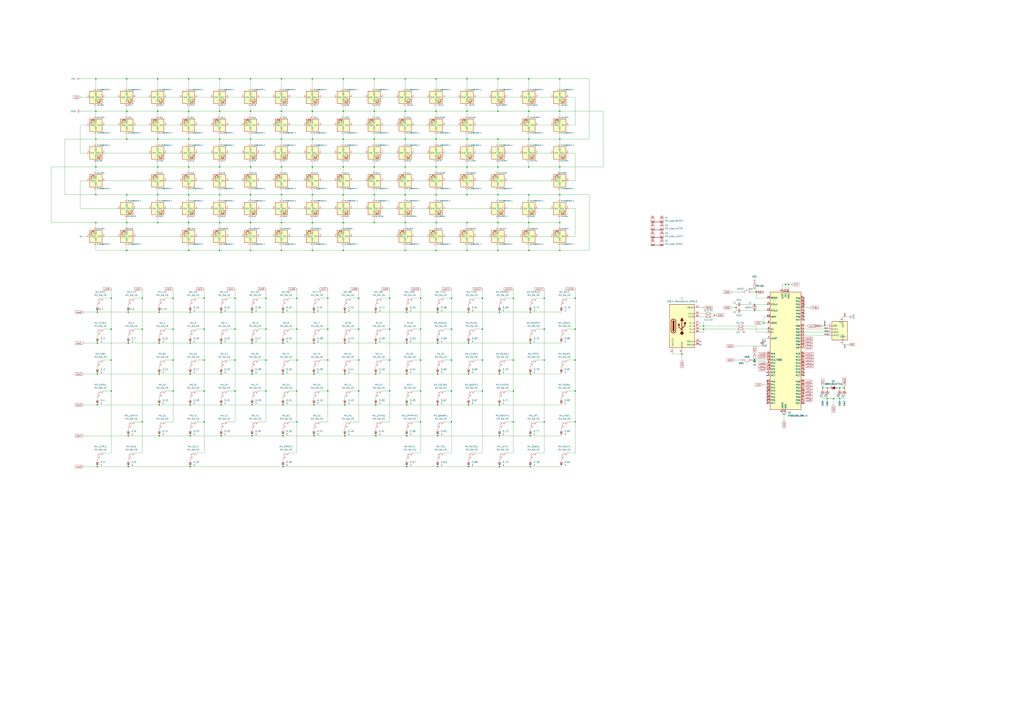
<source format=kicad_sch>
(kicad_sch (version 20230121) (generator eeschema)
  (paper "A1")
  (junction (at 383.54 137.16))
  (junction (at 334.01 332.74))
  (junction (at 560.07 290.83))
  (junction (at 459.74 114.3))
  (junction (at 408.94 205.74))
  (junction (at 257.81 281.94))
  (junction (at 384.81 307.34))
  (junction (at 218.44 270.51))
  (junction (at 334.01 383.54))
  (junction (at 396.24 270.51))
  (junction (at 679.45 327.66))
  (junction (at 281.94 205.74))
  (junction (at 308.61 256.54))
  (junction (at 358.14 91.44))
  (junction (at 689.61 327.66))
  (junction (at 231.14 64.77))
  (junction (at 180.34 160.02))
  (junction (at 307.34 137.16))
  (junction (at 257.81 332.74))
  (junction (at 435.61 383.54))
  (junction (at 154.94 182.88))
  (junction (at 334.01 358.14))
  (junction (at 269.24 295.91))
  (junction (at 231.14 91.44))
  (junction (at 180.34 64.77))
  (junction (at 359.41 358.14))
  (junction (at 459.74 160.02))
  (junction (at 434.34 160.02))
  (junction (at 232.41 383.54))
  (junction (at 410.21 256.54))
  (junction (at 243.84 270.51))
  (junction (at 180.34 205.74))
  (junction (at 167.64 346.71))
  (junction (at 193.04 295.91))
  (junction (at 643.89 340.36))
  (junction (at 307.34 91.44))
  (junction (at 408.94 137.16))
  (junction (at 80.01 307.34))
  (junction (at 205.74 64.77))
  (junction (at 459.74 64.77))
  (junction (at 294.64 270.51))
  (junction (at 142.24 270.51))
  (junction (at 435.61 281.94))
  (junction (at 130.81 281.94))
  (junction (at 383.54 160.02))
  (junction (at 231.14 137.16))
  (junction (at 472.44 270.51))
  (junction (at 647.7 233.68))
  (junction (at 435.61 358.14))
  (junction (at 358.14 114.3))
  (junction (at 334.01 307.34))
  (junction (at 410.21 358.14))
  (junction (at 434.34 137.16))
  (junction (at 129.54 114.3))
  (junction (at 345.44 346.71))
  (junction (at 358.14 182.88))
  (junction (at 359.41 332.74))
  (junction (at 396.24 245.11))
  (junction (at 359.41 307.34))
  (junction (at 167.64 295.91))
  (junction (at 129.54 160.02))
  (junction (at 181.61 281.94))
  (junction (at 154.94 91.44))
  (junction (at 447.04 245.11))
  (junction (at 78.74 137.16))
  (junction (at 156.21 383.54))
  (junction (at 207.01 256.54))
  (junction (at 320.04 295.91))
  (junction (at 281.94 160.02))
  (junction (at 384.81 383.54))
  (junction (at 231.14 205.74))
  (junction (at 105.41 358.14))
  (junction (at 320.04 245.11))
  (junction (at 104.14 64.77))
  (junction (at 231.14 160.02))
  (junction (at 447.04 295.91))
  (junction (at 104.14 160.02))
  (junction (at 408.94 114.3))
  (junction (at 345.44 270.51))
  (junction (at 142.24 321.31))
  (junction (at 207.01 307.34))
  (junction (at 619.76 295.91))
  (junction (at 332.74 114.3))
  (junction (at 332.74 91.44))
  (junction (at 243.84 346.71))
  (junction (at 129.54 137.16))
  (junction (at 421.64 321.31))
  (junction (at 154.94 137.16))
  (junction (at 104.14 182.88))
  (junction (at 205.74 205.74))
  (junction (at 447.04 270.51))
  (junction (at 586.74 259.08))
  (junction (at 334.01 256.54))
  (junction (at 281.94 114.3))
  (junction (at 332.74 160.02))
  (junction (at 434.34 182.88))
  (junction (at 396.24 321.31))
  (junction (at 472.44 295.91))
  (junction (at 257.81 358.14))
  (junction (at 370.84 295.91))
  (junction (at 167.64 321.31))
  (junction (at 689.61 318.77))
  (junction (at 91.44 321.31))
  (junction (at 434.34 114.3))
  (junction (at 207.01 281.94))
  (junction (at 205.74 137.16))
  (junction (at 383.54 205.74))
  (junction (at 80.01 281.94))
  (junction (at 105.41 383.54))
  (junction (at 408.94 64.77))
  (junction (at 577.85 267.97))
  (junction (at 218.44 295.91))
  (junction (at 205.74 182.88))
  (junction (at 577.85 270.51))
  (junction (at 104.14 205.74))
  (junction (at 142.24 245.11))
  (junction (at 283.21 358.14))
  (junction (at 78.74 64.77))
  (junction (at 180.34 91.44))
  (junction (at 130.81 358.14))
  (junction (at 410.21 332.74))
  (junction (at 232.41 281.94))
  (junction (at 232.41 358.14))
  (junction (at 421.64 346.71))
  (junction (at 359.41 383.54))
  (junction (at 232.41 307.34))
  (junction (at 129.54 64.77))
  (junction (at 308.61 332.74))
  (junction (at 180.34 137.16))
  (junction (at 294.64 321.31))
  (junction (at 167.64 245.11))
  (junction (at 154.94 114.3))
  (junction (at 307.34 114.3))
  (junction (at 645.16 233.68))
  (junction (at 116.84 245.11))
  (junction (at 410.21 383.54))
  (junction (at 693.42 318.77))
  (junction (at 180.34 114.3))
  (junction (at 358.14 205.74))
  (junction (at 232.41 332.74))
  (junction (at 154.94 205.74))
  (junction (at 78.74 182.88))
  (junction (at 218.44 321.31))
  (junction (at 105.41 281.94))
  (junction (at 256.54 91.44))
  (junction (at 421.64 245.11))
  (junction (at 307.34 64.77))
  (junction (at 408.94 91.44))
  (junction (at 281.94 64.77))
  (junction (at 294.64 245.11))
  (junction (at 345.44 321.31))
  (junction (at 218.44 245.11))
  (junction (at 358.14 160.02))
  (junction (at 383.54 64.77))
  (junction (at 320.04 270.51))
  (junction (at 359.41 256.54))
  (junction (at 91.44 295.91))
  (junction (at 256.54 64.77))
  (junction (at 421.64 295.91))
  (junction (at 679.45 318.77))
  (junction (at 116.84 270.51))
  (junction (at 105.41 256.54))
  (junction (at 281.94 137.16))
  (junction (at 294.64 295.91))
  (junction (at 256.54 137.16))
  (junction (at 130.81 307.34))
  (junction (at 269.24 270.51))
  (junction (at 104.14 114.3))
  (junction (at 619.76 250.19))
  (junction (at 675.64 318.77))
  (junction (at 181.61 332.74))
  (junction (at 181.61 358.14))
  (junction (at 156.21 256.54))
  (junction (at 410.21 307.34))
  (junction (at 307.34 160.02))
  (junction (at 370.84 245.11))
  (junction (at 384.81 281.94))
  (junction (at 307.34 182.88))
  (junction (at 345.44 245.11))
  (junction (at 472.44 245.11))
  (junction (at 396.24 295.91))
  (junction (at 345.44 295.91))
  (junction (at 129.54 182.88))
  (junction (at 257.81 256.54))
  (junction (at 383.54 182.88))
  (junction (at 370.84 346.71))
  (junction (at 308.61 281.94))
  (junction (at 283.21 332.74))
  (junction (at 243.84 245.11))
  (junction (at 231.14 114.3))
  (junction (at 434.34 205.74))
  (junction (at 320.04 321.31))
  (junction (at 359.41 281.94))
  (junction (at 130.81 256.54))
  (junction (at 129.54 91.44))
  (junction (at 243.84 321.31))
  (junction (at 104.14 91.44))
  (junction (at 269.24 321.31))
  (junction (at 459.74 205.74))
  (junction (at 80.01 256.54))
  (junction (at 619.76 255.27))
  (junction (at 435.61 256.54))
  (junction (at 434.34 91.44))
  (junction (at 621.03 240.03))
  (junction (at 156.21 281.94))
  (junction (at 154.94 160.02))
  (junction (at 205.74 114.3))
  (junction (at 332.74 64.77))
  (junction (at 156.21 332.74))
  (junction (at 435.61 307.34))
  (junction (at 459.74 91.44))
  (junction (at 232.41 256.54))
  (junction (at 332.74 182.88))
  (junction (at 332.74 137.16))
  (junction (at 243.84 295.91))
  (junction (at 78.74 160.02))
  (junction (at 383.54 91.44))
  (junction (at 383.54 114.3))
  (junction (at 332.74 205.74))
  (junction (at 142.24 295.91))
  (junction (at 231.14 182.88))
  (junction (at 256.54 114.3))
  (junction (at 384.81 332.74))
  (junction (at 334.01 281.94))
  (junction (at 91.44 245.11))
  (junction (at 181.61 256.54))
  (junction (at 180.34 182.88))
  (junction (at 434.34 64.77))
  (junction (at 256.54 182.88))
  (junction (at 370.84 270.51))
  (junction (at 167.64 270.51))
  (junction (at 472.44 346.71))
  (junction (at 181.61 307.34))
  (junction (at 408.94 160.02))
  (junction (at 80.01 383.54))
  (junction (at 130.81 332.74))
  (junction (at 78.74 91.44))
  (junction (at 205.74 91.44))
  (junction (at 257.81 307.34))
  (junction (at 256.54 160.02))
  (junction (at 193.04 245.11))
  (junction (at 459.74 182.88))
  (junction (at 283.21 307.34))
  (junction (at 684.53 327.66))
  (junction (at 156.21 307.34))
  (junction (at 370.84 321.31))
  (junction (at 281.94 91.44))
  (junction (at 281.94 182.88))
  (junction (at 207.01 332.74))
  (junction (at 358.14 137.16))
  (junction (at 193.04 270.51))
  (junction (at 205.74 160.02))
  (junction (at 269.24 245.11))
  (junction (at 154.94 64.77))
  (junction (at 358.14 64.77))
  (junction (at 308.61 307.34))
  (junction (at 193.04 321.31))
  (junction (at 604.52 252.73))
  (junction (at 207.01 358.14))
  (junction (at 308.61 358.14))
  (junction (at 459.74 137.16))
  (junction (at 78.74 114.3))
  (junction (at 472.44 321.31))
  (junction (at 156.21 358.14))
  (junction (at 283.21 256.54))
  (junction (at 116.84 346.71))
  (junction (at 408.94 182.88))
  (junction (at 283.21 281.94))
  (junction (at 627.38 265.43))
  (junction (at 447.04 346.71))
  (junction (at 91.44 270.51))
  (junction (at 256.54 205.74))
  (junction (at 384.81 256.54))
  (junction (at 80.01 332.74))
  (no_connect (at 660.4 308.61))
  (no_connect (at 575.31 280.67))
  (no_connect (at 629.92 313.69))
  (no_connect (at 629.92 323.85))
  (no_connect (at 660.4 331.47))
  (no_connect (at 660.4 257.81))
  (no_connect (at 629.92 306.07))
  (no_connect (at 660.4 247.65))
  (no_connect (at 629.92 331.47))
  (no_connect (at 629.92 328.93))
  (no_connect (at 66.04 194.31))
  (no_connect (at 575.31 283.21))
  (no_connect (at 660.4 306.07))
  (no_connect (at 660.4 303.53))
  (no_connect (at 660.4 250.19))
  (no_connect (at 660.4 262.89))
  (no_connect (at 629.92 318.77))
  (no_connect (at 660.4 245.11))
  (no_connect (at 660.4 255.27))
  (no_connect (at 629.92 326.39))
  (no_connect (at 660.4 260.35))
  (no_connect (at 629.92 308.61))
  (no_connect (at 629.92 321.31))
  (wire (pts (xy 588.01 259.08) (xy 586.74 259.08)))
  (wire (pts (xy 105.41 351.79) (xy 105.41 353.06)))
  (wire (pts (xy 384.81 281.94) (xy 435.61 281.94)))
  (wire (pts (xy 193.04 346.71) (xy 193.04 321.31)))
  (wire (pts (xy 129.54 87.63) (xy 129.54 91.44)))
  (wire (pts (xy 161.29 346.71) (xy 167.64 346.71)))
  (wire (pts (xy 383.54 156.21) (xy 383.54 160.02)))
  (wire (pts (xy 689.61 318.77) (xy 693.42 318.77)))
  (wire (pts (xy 53.34 114.3) (xy 53.34 160.02)))
  (wire (pts (xy 186.69 346.71) (xy 193.04 346.71)))
  (wire (pts (xy 137.16 125.73) (xy 147.32 125.73)))
  (wire (pts (xy 340.36 171.45) (xy 350.52 171.45)))
  (wire (pts (xy 205.74 91.44) (xy 205.74 95.25)))
  (wire (pts (xy 621.03 240.03) (xy 621.03 245.11)))
  (wire (pts (xy 320.04 321.31) (xy 320.04 295.91)))
  (wire (pts (xy 415.29 321.31) (xy 421.64 321.31)))
  (wire (pts (xy 391.16 125.73) (xy 401.32 125.73)))
  (wire (pts (xy 410.21 326.39) (xy 410.21 327.66)))
  (wire (pts (xy 256.54 110.49) (xy 256.54 114.3)))
  (wire (pts (xy 218.44 295.91) (xy 218.44 270.51)))
  (wire (pts (xy 307.34 87.63) (xy 307.34 91.44)))
  (wire (pts (xy 205.74 137.16) (xy 180.34 137.16)))
  (wire (pts (xy 415.29 245.11) (xy 421.64 245.11)))
  (wire (pts (xy 130.81 351.79) (xy 130.81 353.06)))
  (wire (pts (xy 391.16 194.31) (xy 401.32 194.31)))
  (wire (pts (xy 459.74 182.88) (xy 459.74 179.07)))
  (wire (pts (xy 619.76 237.49) (xy 619.76 238.76)))
  (wire (pts (xy 231.14 182.88) (xy 231.14 186.69)))
  (wire (pts (xy 85.09 321.31) (xy 91.44 321.31)))
  (wire (pts (xy 281.94 64.77) (xy 281.94 72.39)))
  (wire (pts (xy 358.14 156.21) (xy 358.14 160.02)))
  (wire (pts (xy 187.96 171.45) (xy 198.12 171.45)))
  (wire (pts (xy 161.29 321.31) (xy 167.64 321.31)))
  (wire (pts (xy 345.44 321.31) (xy 345.44 295.91)))
  (wire (pts (xy 281.94 110.49) (xy 281.94 114.3)))
  (wire (pts (xy 383.54 160.02) (xy 408.94 160.02)))
  (wire (pts (xy 154.94 182.88) (xy 154.94 186.69)))
  (wire (pts (xy 186.69 245.11) (xy 193.04 245.11)))
  (wire (pts (xy 461.01 377.19) (xy 461.01 378.46)))
  (wire (pts (xy 370.84 295.91) (xy 370.84 270.51)))
  (wire (pts (xy 461.01 275.59) (xy 461.01 276.86)))
  (wire (pts (xy 332.74 156.21) (xy 332.74 160.02)))
  (wire (pts (xy 384.81 307.34) (xy 410.21 307.34)))
  (wire (pts (xy 308.61 256.54) (xy 334.01 256.54)))
  (wire (pts (xy 130.81 281.94) (xy 156.21 281.94)))
  (wire (pts (xy 435.61 250.19) (xy 435.61 251.46)))
  (wire (pts (xy 269.24 237.49) (xy 269.24 245.11)))
  (wire (pts (xy 231.14 182.88) (xy 256.54 182.88)))
  (wire (pts (xy 262.89 270.51) (xy 269.24 270.51)))
  (wire (pts (xy 156.21 377.19) (xy 156.21 378.46)))
  (wire (pts (xy 181.61 250.19) (xy 181.61 251.46)))
  (wire (pts (xy 142.24 237.49) (xy 142.24 245.11)))
  (wire (pts (xy 207.01 300.99) (xy 207.01 302.26)))
  (wire (pts (xy 383.54 110.49) (xy 383.54 114.3)))
  (wire (pts (xy 447.04 295.91) (xy 447.04 270.51)))
  (wire (pts (xy 180.34 114.3) (xy 180.34 118.11)))
  (wire (pts (xy 207.01 275.59) (xy 207.01 276.86)))
  (wire (pts (xy 358.14 114.3) (xy 358.14 118.11)))
  (wire (pts (xy 218.44 237.49) (xy 218.44 245.11)))
  (wire (pts (xy 68.58 358.14) (xy 105.41 358.14)))
  (wire (pts (xy 472.44 237.49) (xy 472.44 245.11)))
  (wire (pts (xy 264.16 125.73) (xy 274.32 125.73)))
  (wire (pts (xy 269.24 321.31) (xy 269.24 295.91)))
  (wire (pts (xy 231.14 201.93) (xy 231.14 205.74)))
  (wire (pts (xy 129.54 156.21) (xy 129.54 160.02)))
  (wire (pts (xy 294.64 346.71) (xy 294.64 321.31)))
  (wire (pts (xy 575.31 267.97) (xy 577.85 267.97)))
  (wire (pts (xy 584.2 257.81) (xy 586.74 257.81)))
  (wire (pts (xy 180.34 137.16) (xy 154.94 137.16)))
  (wire (pts (xy 264.16 148.59) (xy 274.32 148.59)))
  (wire (pts (xy 626.11 316.23) (xy 629.92 316.23)))
  (wire (pts (xy 187.96 102.87) (xy 198.12 102.87)))
  (wire (pts (xy 679.45 318.77) (xy 680.72 318.77)))
  (wire (pts (xy 410.21 332.74) (xy 461.01 332.74)))
  (wire (pts (xy 365.76 194.31) (xy 375.92 194.31)))
  (wire (pts (xy 332.74 182.88) (xy 332.74 186.69)))
  (wire (pts (xy 283.21 256.54) (xy 308.61 256.54)))
  (wire (pts (xy 156.21 358.14) (xy 181.61 358.14)))
  (wire (pts (xy 472.44 346.71) (xy 472.44 321.31)))
  (wire (pts (xy 339.09 346.71) (xy 345.44 346.71)))
  (wire (pts (xy 345.44 237.49) (xy 345.44 245.11)))
  (wire (pts (xy 269.24 295.91) (xy 269.24 270.51)))
  (wire (pts (xy 383.54 201.93) (xy 383.54 205.74)))
  (wire (pts (xy 461.01 250.19) (xy 461.01 251.46)))
  (wire (pts (xy 193.04 295.91) (xy 193.04 270.51)))
  (wire (pts (xy 243.84 245.11) (xy 243.84 270.51)))
  (wire (pts (xy 340.36 80.01) (xy 350.52 80.01)))
  (wire (pts (xy 66.04 91.44) (xy 78.74 91.44)))
  (wire (pts (xy 78.74 91.44) (xy 78.74 95.25)))
  (wire (pts (xy 334.01 332.74) (xy 359.41 332.74)))
  (wire (pts (xy 435.61 351.79) (xy 435.61 353.06)))
  (wire (pts (xy 410.21 250.19) (xy 410.21 251.46)))
  (wire (pts (xy 684.53 327.66) (xy 684.53 332.74)))
  (wire (pts (xy 434.34 133.35) (xy 434.34 137.16)))
  (wire (pts (xy 66.04 102.87) (xy 71.12 102.87)))
  (wire (pts (xy 675.64 267.97) (xy 679.45 267.97)))
  (wire (pts (xy 383.54 91.44) (xy 383.54 95.25)))
  (wire (pts (xy 78.74 91.44) (xy 104.14 91.44)))
  (wire (pts (xy 205.74 179.07) (xy 205.74 182.88)))
  (wire (pts (xy 483.87 160.02) (xy 483.87 205.74)))
  (wire (pts (xy 283.21 358.14) (xy 308.61 358.14)))
  (wire (pts (xy 383.54 137.16) (xy 383.54 140.97)))
  (wire (pts (xy 434.34 205.74) (xy 408.94 205.74)))
  (wire (pts (xy 645.16 237.49) (xy 645.16 233.68)))
  (wire (pts (xy 238.76 80.01) (xy 248.92 80.01)))
  (wire (pts (xy 447.04 346.71) (xy 447.04 295.91)))
  (wire (pts (xy 232.41 250.19) (xy 232.41 251.46)))
  (wire (pts (xy 162.56 194.31) (xy 172.72 194.31)))
  (wire (pts (xy 619.76 238.76) (xy 621.03 238.76)))
  (wire (pts (xy 181.61 358.14) (xy 207.01 358.14)))
  (wire (pts (xy 609.6 250.19) (xy 619.76 250.19)))
  (wire (pts (xy 383.54 133.35) (xy 383.54 137.16)))
  (wire (pts (xy 156.21 275.59) (xy 156.21 276.86)))
  (wire (pts (xy 383.54 114.3) (xy 408.94 114.3)))
  (wire (pts (xy 308.61 332.74) (xy 334.01 332.74)))
  (wire (pts (xy 237.49 321.31) (xy 243.84 321.31)))
  (wire (pts (xy 232.41 351.79) (xy 232.41 353.06)))
  (wire (pts (xy 262.89 295.91) (xy 269.24 295.91)))
  (wire (pts (xy 288.29 270.51) (xy 294.64 270.51)))
  (wire (pts (xy 91.44 237.49) (xy 91.44 245.11)))
  (wire (pts (xy 281.94 87.63) (xy 281.94 91.44)))
  (wire (pts (xy 154.94 179.07) (xy 154.94 182.88)))
  (wire (pts (xy 610.87 270.51) (xy 629.92 270.51)))
  (wire (pts (xy 294.64 321.31) (xy 294.64 295.91)))
  (wire (pts (xy 80.01 377.19) (xy 80.01 378.46)))
  (wire (pts (xy 416.56 125.73) (xy 426.72 125.73)))
  (wire (pts (xy 256.54 160.02) (xy 256.54 163.83)))
  (wire (pts (xy 472.44 321.31) (xy 472.44 295.91)))
  (wire (pts (xy 339.09 321.31) (xy 345.44 321.31)))
  (wire (pts (xy 180.34 137.16) (xy 180.34 140.97)))
  (wire (pts (xy 466.09 270.51) (xy 472.44 270.51)))
  (wire (pts (xy 41.91 137.16) (xy 41.91 182.88)))
  (wire (pts (xy 289.56 148.59) (xy 299.72 148.59)))
  (wire (pts (xy 313.69 270.51) (xy 320.04 270.51)))
  (wire (pts (xy 269.24 245.11) (xy 269.24 270.51)))
  (wire (pts (xy 156.21 250.19) (xy 156.21 251.46)))
  (wire (pts (xy 205.74 182.88) (xy 205.74 186.69)))
  (wire (pts (xy 459.74 110.49) (xy 459.74 114.3)))
  (wire (pts (xy 129.54 160.02) (xy 154.94 160.02)))
  (wire (pts (xy 231.14 137.16) (xy 231.14 140.97)))
  (wire (pts (xy 180.34 91.44) (xy 180.34 95.25)))
  (wire (pts (xy 205.74 156.21) (xy 205.74 160.02)))
  (wire (pts (xy 586.74 259.08) (xy 586.74 260.35)))
  (wire (pts (xy 692.15 260.35) (xy 697.23 260.35)))
  (wire (pts (xy 307.34 179.07) (xy 307.34 182.88)))
  (wire (pts (xy 345.44 372.11) (xy 345.44 346.71)))
  (wire (pts (xy 237.49 346.71) (xy 243.84 346.71)))
  (wire (pts (xy 584.2 260.35) (xy 586.74 260.35)))
  (wire (pts (xy 467.36 125.73) (xy 472.44 125.73)))
  (wire (pts (xy 154.94 156.21) (xy 154.94 160.02)))
  (wire (pts (xy 332.74 179.07) (xy 332.74 182.88)))
  (wire (pts (xy 389.89 372.11) (xy 396.24 372.11)))
  (wire (pts (xy 359.41 326.39) (xy 359.41 327.66)))
  (wire (pts (xy 111.76 171.45) (xy 121.92 171.45)))
  (wire (pts (xy 105.41 358.14) (xy 130.81 358.14)))
  (wire (pts (xy 345.44 245.11) (xy 345.44 270.51)))
  (wire (pts (xy 283.21 275.59) (xy 283.21 276.86)))
  (wire (pts (xy 167.64 237.49) (xy 167.64 245.11)))
  (wire (pts (xy 283.21 281.94) (xy 308.61 281.94)))
  (wire (pts (xy 689.61 327.66) (xy 693.42 327.66)))
  (wire (pts (xy 137.16 80.01) (xy 147.32 80.01)))
  (wire (pts (xy 256.54 64.77) (xy 281.94 64.77)))
  (wire (pts (xy 180.34 91.44) (xy 205.74 91.44)))
  (wire (pts (xy 232.41 358.14) (xy 257.81 358.14)))
  (wire (pts (xy 130.81 300.99) (xy 130.81 302.26)))
  (wire (pts (xy 340.36 102.87) (xy 350.52 102.87)))
  (wire (pts (xy 161.29 372.11) (xy 167.64 372.11)))
  (wire (pts (xy 218.44 321.31) (xy 218.44 295.91)))
  (wire (pts (xy 154.94 137.16) (xy 154.94 140.97)))
  (wire (pts (xy 237.49 295.91) (xy 243.84 295.91)))
  (wire (pts (xy 243.84 321.31) (xy 243.84 295.91)))
  (wire (pts (xy 416.56 171.45) (xy 426.72 171.45)))
  (wire (pts (xy 257.81 326.39) (xy 257.81 327.66)))
  (wire (pts (xy 205.74 64.77) (xy 231.14 64.77)))
  (wire (pts (xy 383.54 182.88) (xy 383.54 186.69)))
  (wire (pts (xy 459.74 160.02) (xy 459.74 163.83)))
  (wire (pts (xy 416.56 80.01) (xy 426.72 80.01)))
  (wire (pts (xy 281.94 64.77) (xy 307.34 64.77)))
  (wire (pts (xy 256.54 87.63) (xy 256.54 91.44)))
  (wire (pts (xy 180.34 87.63) (xy 180.34 91.44)))
  (wire (pts (xy 104.14 182.88) (xy 129.54 182.88)))
  (wire (pts (xy 358.14 64.77) (xy 383.54 64.77)))
  (wire (pts (xy 68.58 332.74) (xy 80.01 332.74)))
  (wire (pts (xy 281.94 156.21) (xy 281.94 160.02)))
  (wire (pts (xy 307.34 160.02) (xy 332.74 160.02)))
  (wire (pts (xy 116.84 245.11) (xy 116.84 270.51)))
  (wire (pts (xy 660.4 270.51) (xy 679.45 270.51)))
  (wire (pts (xy 180.34 133.35) (xy 180.34 137.16)))
  (wire (pts (xy 193.04 321.31) (xy 193.04 295.91)))
  (wire (pts (xy 80.01 281.94) (xy 105.41 281.94)))
  (wire (pts (xy 205.74 91.44) (xy 231.14 91.44)))
  (wire (pts (xy 384.81 250.19) (xy 384.81 251.46)))
  (wire (pts (xy 129.54 114.3) (xy 154.94 114.3)))
  (wire (pts (xy 472.44 194.31) (xy 467.36 194.31)))
  (wire (pts (xy 231.14 87.63) (xy 231.14 91.44)))
  (wire (pts (xy 105.41 383.54) (xy 156.21 383.54)))
  (wire (pts (xy 472.44 148.59) (xy 467.36 148.59)))
  (wire (pts (xy 186.69 321.31) (xy 193.04 321.31)))
  (wire (pts (xy 332.74 137.16) (xy 307.34 137.16)))
  (wire (pts (xy 205.74 110.49) (xy 205.74 114.3)))
  (wire (pts (xy 619.76 255.27) (xy 629.92 255.27)))
  (wire (pts (xy 162.56 102.87) (xy 172.72 102.87)))
  (wire (pts (xy 364.49 270.51) (xy 370.84 270.51)))
  (wire (pts (xy 684.53 327.66) (xy 689.61 327.66)))
  (wire (pts (xy 461.01 300.99) (xy 461.01 302.26)))
  (wire (pts (xy 332.74 91.44) (xy 358.14 91.44)))
  (wire (pts (xy 154.94 91.44) (xy 154.94 95.25)))
  (wire (pts (xy 603.25 295.91) (xy 608.33 295.91)))
  (wire (pts (xy 626.11 278.13) (xy 629.92 278.13)))
  (wire (pts (xy 577.85 270.51) (xy 577.85 273.05)))
  (wire (pts (xy 232.41 256.54) (xy 257.81 256.54)))
  (wire (pts (xy 238.76 194.31) (xy 248.92 194.31)))
  (wire (pts (xy 264.16 80.01) (xy 274.32 80.01)))
  (wire (pts (xy 604.52 250.19) (xy 604.52 252.73)))
  (wire (pts (xy 91.44 245.11) (xy 91.44 270.51)))
  (wire (pts (xy 66.04 171.45) (xy 96.52 171.45)))
  (wire (pts (xy 359.41 281.94) (xy 384.81 281.94)))
  (wire (pts (xy 415.29 295.91) (xy 421.64 295.91)))
  (wire (pts (xy 281.94 91.44) (xy 281.94 95.25)))
  (wire (pts (xy 231.14 110.49) (xy 231.14 114.3)))
  (wire (pts (xy 364.49 295.91) (xy 370.84 295.91)))
  (wire (pts (xy 308.61 250.19) (xy 308.61 251.46)))
  (wire (pts (xy 156.21 332.74) (xy 181.61 332.74)))
  (wire (pts (xy 408.94 160.02) (xy 434.34 160.02)))
  (wire (pts (xy 604.52 252.73) (xy 600.71 252.73)))
  (wire (pts (xy 660.4 273.05) (xy 679.45 273.05)))
  (wire (pts (xy 359.41 351.79) (xy 359.41 353.06)))
  (wire (pts (xy 461.01 351.79) (xy 461.01 353.06)))
  (wire (pts (xy 626.11 279.4) (xy 626.11 278.13)))
  (wire (pts (xy 434.34 91.44) (xy 434.34 95.25)))
  (wire (pts (xy 187.96 125.73) (xy 198.12 125.73)))
  (wire (pts (xy 243.84 346.71) (xy 243.84 321.31)))
  (wire (pts (xy 389.89 270.51) (xy 396.24 270.51)))
  (wire (pts (xy 78.74 114.3) (xy 104.14 114.3)))
  (wire (pts (xy 111.76 80.01) (xy 121.92 80.01)))
  (wire (pts (xy 332.74 160.02) (xy 358.14 160.02)))
  (wire (pts (xy 688.34 318.77) (xy 689.61 318.77)))
  (wire (pts (xy 308.61 351.79) (xy 308.61 353.06)))
  (wire (pts (xy 180.34 182.88) (xy 180.34 186.69)))
  (wire (pts (xy 384.81 275.59) (xy 384.81 276.86)))
  (wire (pts (xy 207.01 256.54) (xy 232.41 256.54)))
  (wire (pts (xy 459.74 91.44) (xy 459.74 95.25)))
  (wire (pts (xy 459.74 160.02) (xy 483.87 160.02)))
  (wire (pts (xy 85.09 295.91) (xy 91.44 295.91)))
  (wire (pts (xy 307.34 137.16) (xy 281.94 137.16)))
  (wire (pts (xy 207.01 332.74) (xy 232.41 332.74)))
  (wire (pts (xy 231.14 137.16) (xy 205.74 137.16)))
  (wire (pts (xy 205.74 87.63) (xy 205.74 91.44)))
  (wire (pts (xy 237.49 245.11) (xy 243.84 245.11)))
  (wire (pts (xy 66.04 64.77) (xy 78.74 64.77)))
  (wire (pts (xy 205.74 114.3) (xy 231.14 114.3)))
  (wire (pts (xy 560.07 290.83) (xy 560.07 295.91)))
  (wire (pts (xy 68.58 307.34) (xy 80.01 307.34)))
  (wire (pts (xy 675.64 327.66) (xy 675.64 325.12)))
  (wire (pts (xy 416.56 148.59) (xy 452.12 148.59)))
  (wire (pts (xy 459.74 72.39) (xy 459.74 64.77)))
  (wire (pts (xy 675.64 327.66) (xy 679.45 327.66)))
  (wire (pts (xy 466.09 372.11) (xy 472.44 372.11)))
  (wire (pts (xy 434.34 110.49) (xy 434.34 114.3)))
  (wire (pts (xy 334.01 300.99) (xy 334.01 302.26)))
  (wire (pts (xy 78.74 64.77) (xy 104.14 64.77)))
  (wire (pts (xy 619.76 250.19) (xy 629.92 250.19)))
  (wire (pts (xy 359.41 332.74) (xy 384.81 332.74)))
  (wire (pts (xy 135.89 245.11) (xy 142.24 245.11)))
  (wire (pts (xy 308.61 326.39) (xy 308.61 327.66)))
  (wire (pts (xy 441.96 171.45) (xy 452.12 171.45)))
  (wire (pts (xy 483.87 114.3) (xy 459.74 114.3)))
  (wire (pts (xy 207.01 281.94) (xy 232.41 281.94)))
  (wire (pts (xy 472.44 102.87) (xy 467.36 102.87)))
  (wire (pts (xy 415.29 346.71) (xy 421.64 346.71)))
  (wire (pts (xy 154.94 91.44) (xy 180.34 91.44)))
  (wire (pts (xy 85.09 372.11) (xy 91.44 372.11)))
  (wire (pts (xy 80.01 256.54) (xy 105.41 256.54)))
  (wire (pts (xy 78.74 160.02) (xy 104.14 160.02)))
  (wire (pts (xy 142.24 295.91) (xy 142.24 270.51)))
  (wire (pts (xy 408.94 114.3) (xy 408.94 118.11)))
  (wire (pts (xy 104.14 91.44) (xy 129.54 91.44)))
  (wire (pts (xy 281.94 91.44) (xy 307.34 91.44)))
  (wire (pts (xy 332.74 114.3) (xy 332.74 118.11)))
  (wire (pts (xy 104.14 182.88) (xy 104.14 186.69)))
  (wire (pts (xy 213.36 171.45) (xy 223.52 171.45)))
  (wire (pts (xy 308.61 358.14) (xy 334.01 358.14)))
  (wire (pts (xy 643.89 340.36) (xy 645.16 340.36)))
  (wire (pts (xy 575.31 252.73) (xy 577.85 252.73)))
  (wire (pts (xy 345.44 295.91) (xy 345.44 270.51)))
  (wire (pts (xy 408.94 137.16) (xy 408.94 140.97)))
  (wire (pts (xy 78.74 133.35) (xy 78.74 137.16)))
  (wire (pts (xy 86.36 102.87) (xy 96.52 102.87)))
  (wire (pts (xy 619.76 295.91) (xy 629.92 295.91)))
  (wire (pts (xy 212.09 346.71) (xy 218.44 346.71)))
  (wire (pts (xy 693.42 318.77) (xy 693.42 320.04)))
  (wire (pts (xy 472.44 125.73) (xy 472.44 148.59)))
  (wire (pts (xy 154.94 137.16) (xy 129.54 137.16)))
  (wire (pts (xy 104.14 160.02) (xy 129.54 160.02)))
  (wire (pts (xy 212.09 295.91) (xy 218.44 295.91)))
  (wire (pts (xy 447.04 372.11) (xy 447.04 346.71)))
  (wire (pts (xy 111.76 102.87) (xy 121.92 102.87)))
  (wire (pts (xy 459.74 137.16) (xy 434.34 137.16)))
  (wire (pts (xy 332.74 137.16) (xy 332.74 140.97)))
  (wire (pts (xy 383.54 64.77) (xy 408.94 64.77)))
  (wire (pts (xy 313.69 321.31) (xy 320.04 321.31)))
  (wire (pts (xy 80.01 275.59) (xy 80.01 276.86)))
  (wire (pts (xy 459.74 91.44) (xy 495.3 91.44)))
  (wire (pts (xy 281.94 114.3) (xy 307.34 114.3)))
  (wire (pts (xy 466.09 295.91) (xy 472.44 295.91)))
  (wire (pts (xy 642.62 237.49) (xy 642.62 233.68)))
  (wire (pts (xy 389.89 245.11) (xy 396.24 245.11)))
  (wire (pts (xy 408.94 205.74) (xy 383.54 205.74)))
  (wire (pts (xy 365.76 102.87) (xy 375.92 102.87)))
  (wire (pts (xy 154.94 133.35) (xy 154.94 137.16)))
  (wire (pts (xy 320.04 245.11) (xy 320.04 270.51)))
  (wire (pts (xy 181.61 326.39) (xy 181.61 327.66)))
  (wire (pts (xy 288.29 245.11) (xy 294.64 245.11)))
  (wire (pts (xy 162.56 171.45) (xy 172.72 171.45)))
  (wire (pts (xy 313.69 245.11) (xy 320.04 245.11)))
  (wire (pts (xy 80.01 383.54) (xy 105.41 383.54)))
  (wire (pts (xy 408.94 137.16) (xy 383.54 137.16)))
  (wire (pts (xy 262.89 321.31) (xy 269.24 321.31)))
  (wire (pts (xy 156.21 300.99) (xy 156.21 302.26)))
  (wire (pts (xy 314.96 171.45) (xy 325.12 171.45)))
  (wire (pts (xy 156.21 326.39) (xy 156.21 327.66)))
  (wire (pts (xy 257.81 256.54) (xy 283.21 256.54)))
  (wire (pts (xy 434.34 160.02) (xy 459.74 160.02)))
  (wire (pts (xy 364.49 245.11) (xy 370.84 245.11)))
  (wire (pts (xy 154.94 114.3) (xy 180.34 114.3)))
  (wire (pts (xy 410.21 300.99) (xy 410.21 302.26)))
  (wire (pts (xy 410.21 307.34) (xy 435.61 307.34)))
  (wire (pts (xy 162.56 80.01) (xy 172.72 80.01)))
  (wire (pts (xy 603.25 284.48) (xy 626.11 284.48)))
  (wire (pts (xy 256.54 114.3) (xy 256.54 118.11)))
  (wire (pts (xy 180.34 64.77) (xy 180.34 72.39)))
  (wire (pts (xy 78.74 114.3) (xy 53.34 114.3)))
  (wire (pts (xy 205.74 64.77) (xy 205.74 72.39)))
  (wire (pts (xy 281.94 137.16) (xy 281.94 140.97)))
  (wire (pts (xy 262.89 346.71) (xy 269.24 346.71)))
  (wire (pts (xy 358.14 205.74) (xy 332.74 205.74)))
  (wire (pts (xy 232.41 326.39) (xy 232.41 327.66)))
  (wire (pts (xy 434.34 179.07) (xy 434.34 182.88)))
  (wire (pts (xy 231.14 64.77) (xy 256.54 64.77)))
  (wire (pts (xy 459.74 64.77) (xy 483.87 64.77)))
  (wire (pts (xy 294.64 295.91) (xy 294.64 270.51)))
  (wire (pts (xy 257.81 275.59) (xy 257.81 276.86)))
  (wire (pts (xy 257.81 307.34) (xy 283.21 307.34)))
  (wire (pts (xy 129.54 137.16) (xy 78.74 137.16)))
  (wire (pts (xy 313.69 295.91) (xy 320.04 295.91)))
  (wire (pts (xy 232.41 383.54) (xy 334.01 383.54)))
  (wire (pts (xy 154.94 160.02) (xy 154.94 163.83)))
  (wire (pts (xy 129.54 137.16) (xy 129.54 140.97)))
  (wire (pts (xy 264.16 102.87) (xy 274.32 102.87)))
  (wire (pts (xy 294.64 245.11) (xy 294.64 270.51)))
  (wire (pts (xy 105.41 281.94) (xy 130.81 281.94)))
  (wire (pts (xy 142.24 245.11) (xy 142.24 270.51)))
  (wire (pts (xy 660.4 275.59) (xy 679.45 275.59)))
  (wire (pts (xy 256.54 205.74) (xy 231.14 205.74)))
  (wire (pts (xy 116.84 372.11) (xy 116.84 346.71)))
  (wire (pts (xy 359.41 383.54) (xy 384.81 383.54)))
  (wire (pts (xy 645.16 233.68) (xy 647.7 233.68)))
  (wire (pts (xy 334.01 256.54) (xy 359.41 256.54)))
  (wire (pts (xy 435.61 256.54) (xy 461.01 256.54)))
  (wire (pts (xy 269.24 346.71) (xy 269.24 321.31)))
  (wire (pts (xy 180.34 114.3) (xy 205.74 114.3)))
  (wire (pts (xy 441.96 102.87) (xy 452.12 102.87)))
  (wire (pts (xy 80.01 250.19) (xy 80.01 251.46)))
  (wire (pts (xy 289.56 102.87) (xy 299.72 102.87)))
  (wire (pts (xy 384.81 377.19) (xy 384.81 378.46)))
  (wire (pts (xy 78.74 87.63) (xy 78.74 91.44)))
  (wire (pts (xy 358.14 137.16) (xy 332.74 137.16)))
  (wire (pts (xy 440.69 245.11) (xy 447.04 245.11)))
  (wire (pts (xy 162.56 148.59) (xy 172.72 148.59)))
  (wire (pts (xy 180.34 156.21) (xy 180.34 160.02)))
  (wire (pts (xy 421.64 237.49) (xy 421.64 245.11)))
  (wire (pts (xy 91.44 372.11) (xy 91.44 321.31)))
  (wire (pts (xy 232.41 307.34) (xy 257.81 307.34)))
  (wire (pts (xy 459.74 201.93) (xy 459.74 205.74)))
  (wire (pts (xy 359.41 300.99) (xy 359.41 302.26)))
  (wire (pts (xy 283.21 332.74) (xy 308.61 332.74)))
  (wire (pts (xy 434.34 91.44) (xy 459.74 91.44)))
  (wire (pts (xy 472.44 245.11) (xy 472.44 270.51)))
  (wire (pts (xy 137.16 148.59) (xy 147.32 148.59)))
  (wire (pts (xy 359.41 250.19) (xy 359.41 251.46)))
  (wire (pts (xy 435.61 307.34) (xy 461.01 307.34)))
  (wire (pts (xy 384.81 332.74) (xy 410.21 332.74)))
  (wire (pts (xy 78.74 182.88) (xy 104.14 182.88)))
  (wire (pts (xy 231.14 64.77) (xy 231.14 72.39)))
  (wire (pts (xy 577.85 270.51) (xy 605.79 270.51)))
  (wire (pts (xy 78.74 137.16) (xy 41.91 137.16)))
  (wire (pts (xy 130.81 307.34) (xy 156.21 307.34)))
  (wire (pts (xy 314.96 125.73) (xy 325.12 125.73)))
  (wire (pts (xy 85.09 245.11) (xy 91.44 245.11)))
  (wire (pts (xy 156.21 256.54) (xy 181.61 256.54)))
  (wire (pts (xy 256.54 64.77) (xy 256.54 72.39)))
  (wire (pts (xy 130.81 275.59) (xy 130.81 276.86)))
  (wire (pts (xy 256.54 137.16) (xy 256.54 140.97)))
  (wire (pts (xy 105.41 256.54) (xy 130.81 256.54)))
  (wire (pts (xy 180.34 201.93) (xy 180.34 205.74)))
  (wire (pts (xy 575.31 260.35) (xy 579.12 260.35)))
  (wire (pts (xy 334.01 383.54) (xy 359.41 383.54)))
  (wire (pts (xy 205.74 114.3) (xy 205.74 118.11)))
  (wire (pts (xy 257.81 351.79) (xy 257.81 353.06)))
  (wire (pts (xy 627.38 260.35) (xy 629.92 260.35)))
  (wire (pts (xy 289.56 80.01) (xy 299.72 80.01)))
  (wire (pts (xy 495.3 137.16) (xy 459.74 137.16)))
  (wire (pts (xy 289.56 125.73) (xy 299.72 125.73)))
  (wire (pts (xy 232.41 377.19) (xy 232.41 378.46)))
  (wire (pts (xy 289.56 171.45) (xy 299.72 171.45)))
  (wire (pts (xy 495.3 91.44) (xy 495.3 137.16)))
  (wire (pts (xy 391.16 102.87) (xy 426.72 102.87)))
  (wire (pts (xy 187.96 194.31) (xy 198.12 194.31)))
  (wire (pts (xy 104.14 110.49) (xy 104.14 114.3)))
  (wire (pts (xy 307.34 114.3) (xy 307.34 118.11)))
  (wire (pts (xy 53.34 160.02) (xy 78.74 160.02)))
  (wire (pts (xy 181.61 351.79) (xy 181.61 353.06)))
  (wire (pts (xy 410.21 377.19) (xy 410.21 378.46)))
  (wire (pts (xy 237.49 372.11) (xy 243.84 372.11)))
  (wire (pts (xy 332.74 64.77) (xy 332.74 72.39)))
  (wire (pts (xy 257.81 300.99) (xy 257.81 302.26)))
  (wire (pts (xy 283.21 351.79) (xy 283.21 353.06)))
  (wire (pts (xy 675.64 318.77) (xy 675.64 320.04)))
  (wire (pts (xy 257.81 332.74) (xy 283.21 332.74)))
  (wire (pts (xy 167.64 295.91) (xy 167.64 270.51)))
  (wire (pts (xy 256.54 133.35) (xy 256.54 137.16)))
  (wire (pts (xy 383.54 137.16) (xy 358.14 137.16)))
  (wire (pts (xy 408.94 87.63) (xy 408.94 91.44)))
  (wire (pts (xy 383.54 182.88) (xy 408.94 182.88)))
  (wire (pts (xy 104.14 114.3) (xy 129.54 114.3)))
  (wire (pts (xy 334.01 358.14) (xy 359.41 358.14)))
  (wire (pts (xy 180.34 205.74) (xy 154.94 205.74)))
  (wire (pts (xy 434.34 182.88) (xy 434.34 186.69)))
  (wire (pts (xy 135.89 295.91) (xy 142.24 295.91)))
  (wire (pts (xy 334.01 281.94) (xy 359.41 281.94)))
  (wire (pts (xy 618.49 240.03) (xy 621.03 240.03)))
  (wire (pts (xy 332.74 205.74) (xy 281.94 205.74)))
  (wire (pts (xy 80.01 326.39) (xy 80.01 327.66)))
  (wire (pts (xy 358.14 110.49) (xy 358.14 114.3)))
  (wire (pts (xy 181.61 275.59) (xy 181.61 276.86)))
  (wire (pts (xy 213.36 194.31) (xy 223.52 194.31)))
  (wire (pts (xy 384.81 300.99) (xy 384.81 302.26)))
  (wire (pts (xy 68.58 256.54) (xy 80.01 256.54)))
  (wire (pts (xy 180.34 160.02) (xy 205.74 160.02)))
  (wire (pts (xy 86.36 80.01) (xy 96.52 80.01)))
  (wire (pts (xy 137.16 171.45) (xy 147.32 171.45)))
  (wire (pts (xy 466.09 346.71) (xy 472.44 346.71)))
  (wire (pts (xy 288.29 295.91) (xy 294.64 295.91)))
  (wire (pts (xy 161.29 295.91) (xy 167.64 295.91)))
  (wire (pts (xy 104.14 201.93) (xy 104.14 205.74)))
  (wire (pts (xy 116.84 346.71) (xy 116.84 270.51)))
  (wire (pts (xy 307.34 133.35) (xy 307.34 137.16)))
  (wire (pts (xy 243.84 372.11) (xy 243.84 346.71)))
  (wire (pts (xy 332.74 110.49) (xy 332.74 114.3)))
  (wire (pts (xy 135.89 321.31) (xy 142.24 321.31)))
  (wire (pts (xy 212.09 270.51) (xy 218.44 270.51)))
  (wire (pts (xy 692.15 283.21) (xy 697.23 283.21)))
  (wire (pts (xy 281.94 201.93) (xy 281.94 205.74)))
  (wire (pts (xy 642.62 339.09) (xy 642.62 340.36)))
  (wire (pts (xy 181.61 332.74) (xy 207.01 332.74)))
  (wire (pts (xy 662.94 267.97) (xy 660.4 267.97)))
  (wire (pts (xy 370.84 237.49) (xy 370.84 245.11)))
  (wire (pts (xy 86.36 125.73) (xy 121.92 125.73)))
  (wire (pts (xy 78.74 72.39) (xy 78.74 64.77)))
  (wire (pts (xy 231.14 156.21) (xy 231.14 160.02)))
  (wire (pts (xy 619.76 295.91) (xy 618.49 295.91)))
  (wire (pts (xy 609.6 255.27) (xy 619.76 255.27)))
  (wire (pts (xy 104.14 179.07) (xy 104.14 182.88)))
  (wire (pts (xy 693.42 327.66) (xy 693.42 325.12)))
  (wire (pts (xy 334.01 326.39) (xy 334.01 327.66)))
  (wire (pts (xy 167.64 346.71) (xy 167.64 321.31)))
  (wire (pts (xy 472.44 80.01) (xy 472.44 102.87)))
  (wire (pts (xy 358.14 91.44) (xy 358.14 95.25)))
  (wire (pts (xy 467.36 80.01) (xy 472.44 80.01)))
  (wire (pts (xy 307.34 114.3) (xy 332.74 114.3)))
  (wire (pts (xy 334.01 250.19) (xy 334.01 251.46)))
  (wire (pts (xy 154.94 201.93) (xy 154.94 205.74)))
  (wire (pts (xy 243.84 237.49) (xy 243.84 245.11)))
  (wire (pts (xy 332.74 64.77) (xy 358.14 64.77)))
  (wire (pts (xy 187.96 148.59) (xy 198.12 148.59)))
  (wire (pts (xy 459.74 114.3) (xy 459.74 118.11)))
  (wire (pts (xy 575.31 270.51) (xy 577.85 270.51)))
  (wire (pts (xy 181.61 281.94) (xy 207.01 281.94)))
  (wire (pts (xy 408.94 160.02) (xy 408.94 163.83)))
  (wire (pts (xy 434.34 87.63) (xy 434.34 91.44)))
  (wire (pts (xy 283.21 307.34) (xy 308.61 307.34)))
  (wire (pts (xy 358.14 182.88) (xy 358.14 186.69)))
  (wire (pts (xy 66.04 102.87) (xy 66.04 125.73)))
  (wire (pts (xy 256.54 160.02) (xy 281.94 160.02)))
  (wire (pts (xy 231.14 160.02) (xy 231.14 163.83)))
  (wire (pts (xy 308.61 300.99) (xy 308.61 302.26)))
  (wire (pts (xy 281.94 182.88) (xy 307.34 182.88)))
  (wire (pts (xy 334.01 275.59) (xy 334.01 276.86)))
  (wire (pts (xy 575.31 257.81) (xy 579.12 257.81)))
  (wire (pts (xy 281.94 160.02) (xy 281.94 163.83)))
  (wire (pts (xy 129.54 160.02) (xy 129.54 163.83)))
  (wire (pts (xy 283.21 326.39) (xy 283.21 327.66)))
  (wire (pts (xy 627.38 265.43) (xy 629.92 265.43)))
  (wire (pts (xy 256.54 201.93) (xy 256.54 205.74)))
  (wire (pts (xy 110.49 245.11) (xy 116.84 245.11)))
  (wire (pts (xy 80.01 300.99) (xy 80.01 302.26)))
  (wire (pts (xy 264.16 171.45) (xy 274.32 171.45)))
  (wire (pts (xy 396.24 321.31) (xy 396.24 295.91)))
  (wire (pts (xy 408.94 64.77) (xy 408.94 72.39)))
  (wire (pts (xy 68.58 281.94) (xy 80.01 281.94)))
  (wire (pts (xy 105.41 275.59) (xy 105.41 276.86)))
  (wire (pts (xy 78.74 182.88) (xy 78.74 186.69)))
  (wire (pts (xy 256.54 182.88) (xy 256.54 186.69)))
  (wire (pts (xy 135.89 270.51) (xy 142.24 270.51)))
  (wire (pts (xy 41.91 182.88) (xy 78.74 182.88)))
  (wire (pts (xy 359.41 358.14) (xy 410.21 358.14)))
  (wire (pts (xy 647.7 233.68) (xy 650.24 233.68)))
  (wire (pts (xy 308.61 275.59) (xy 308.61 276.86)))
  (wire (pts (xy 332.74 201.93) (xy 332.74 205.74)))
  (wire (pts (xy 307.34 91.44) (xy 332.74 91.44)))
  (wire (pts (xy 231.14 91.44) (xy 256.54 91.44)))
  (wire (pts (xy 154.94 205.74) (xy 104.14 205.74)))
  (wire (pts (xy 205.74 201.93) (xy 205.74 205.74)))
  (wire (pts (xy 186.69 295.91) (xy 193.04 295.91)))
  (wire (pts (xy 410.21 358.14) (xy 435.61 358.14)))
  (wire (pts (xy 68.58 383.54) (xy 80.01 383.54)))
  (wire (pts (xy 232.41 275.59) (xy 232.41 276.86)))
  (wire (pts (xy 358.14 182.88) (xy 383.54 182.88)))
  (wire (pts (xy 308.61 281.94) (xy 334.01 281.94)))
  (wire (pts (xy 365.76 80.01) (xy 375.92 80.01)))
  (wire (pts (xy 408.94 91.44) (xy 434.34 91.44)))
  (wire (pts (xy 231.14 205.74) (xy 205.74 205.74)))
  (wire (pts (xy 307.34 110.49) (xy 307.34 114.3)))
  (wire (pts (xy 320.04 237.49) (xy 320.04 245.11)))
  (wire (pts (xy 231.14 91.44) (xy 231.14 95.25)))
  (wire (pts (xy 421.64 346.71) (xy 421.64 321.31)))
  (wire (pts (xy 154.94 64.77) (xy 154.94 72.39)))
  (wire (pts (xy 340.36 194.31) (xy 350.52 194.31)))
  (wire (pts (xy 257.81 358.14) (xy 283.21 358.14)))
  (wire (pts (xy 459.74 133.35) (xy 459.74 137.16)))
  (wire (pts (xy 238.76 125.73) (xy 248.92 125.73)))
  (wire (pts (xy 410.21 351.79) (xy 410.21 353.06)))
  (wire (pts (xy 257.81 281.94) (xy 283.21 281.94)))
  (wire (pts (xy 156.21 281.94) (xy 181.61 281.94)))
  (wire (pts (xy 435.61 281.94) (xy 461.01 281.94)))
  (wire (pts (xy 627.38 260.35) (xy 627.38 265.43)))
  (wire (pts (xy 137.16 102.87) (xy 147.32 102.87)))
  (wire (pts (xy 218.44 245.11) (xy 218.44 270.51)))
  (wire (pts (xy 129.54 91.44) (xy 154.94 91.44)))
  (wire (pts (xy 391.16 148.59) (xy 401.32 148.59)))
  (wire (pts (xy 408.94 182.88) (xy 408.94 186.69)))
  (wire (pts (xy 370.84 372.11) (xy 370.84 346.71)))
  (wire (pts (xy 91.44 295.91) (xy 91.44 270.51)))
  (wire (pts (xy 435.61 300.99) (xy 435.61 302.26)))
  (wire (pts (xy 447.04 245.11) (xy 447.04 270.51)))
  (wire (pts (xy 205.74 137.16) (xy 205.74 140.97)))
  (wire (pts (xy 205.74 205.74) (xy 180.34 205.74)))
  (wire (pts (xy 604.52 252.73) (xy 604.52 255.27)))
  (wire (pts (xy 207.01 307.34) (xy 232.41 307.34)))
  (wire (pts (xy 408.94 179.07) (xy 408.94 182.88)))
  (wire (pts (xy 396.24 245.11) (xy 396.24 270.51)))
  (wire (pts (xy 472.44 295.91) (xy 472.44 270.51)))
  (wire (pts (xy 256.54 182.88) (xy 281.94 182.88)))
  (wire (pts (xy 370.84 245.11) (xy 370.84 270.51)))
  (wire (pts (xy 257.81 250.19) (xy 257.81 251.46)))
  (wire (pts (xy 213.36 80.01) (xy 223.52 80.01)))
  (wire (pts (xy 396.24 237.49) (xy 396.24 245.11)))
  (wire (pts (xy 181.61 300.99) (xy 181.61 302.26)))
  (wire (pts (xy 364.49 346.71) (xy 370.84 346.71)))
  (wire (pts (xy 104.14 205.74) (xy 78.74 205.74)))
  (wire (pts (xy 207.01 250.19) (xy 207.01 251.46)))
  (wire (pts (xy 320.04 346.71) (xy 320.04 321.31)))
  (wire (pts (xy 434.34 114.3) (xy 434.34 118.11)))
  (wire (pts (xy 365.76 171.45) (xy 401.32 171.45)))
  (wire (pts (xy 154.94 114.3) (xy 154.94 118.11)))
  (wire (pts (xy 238.76 148.59) (xy 248.92 148.59)))
  (wire (pts (xy 384.81 326.39) (xy 384.81 327.66)))
  (wire (pts (xy 345.44 346.71) (xy 345.44 321.31)))
  (wire (pts (xy 193.04 237.49) (xy 193.04 245.11)))
  (wire (pts (xy 256.54 179.07) (xy 256.54 182.88)))
  (wire (pts (xy 256.54 114.3) (xy 281.94 114.3)))
  (wire (pts (xy 332.74 182.88) (xy 358.14 182.88)))
  (wire (pts (xy 129.54 110.49) (xy 129.54 114.3)))
  (wire (pts (xy 391.16 80.01) (xy 401.32 80.01)))
  (wire (pts (xy 231.14 160.02) (xy 256.54 160.02)))
  (wire (pts (xy 459.74 156.21) (xy 459.74 160.02)))
  (wire (pts (xy 281.94 137.16) (xy 256.54 137.16)))
  (wire (pts (xy 675.64 318.77) (xy 679.45 318.77)))
  (wire (pts (xy 105.41 377.19) (xy 105.41 378.46)))
  (wire (pts (xy 364.49 372.11) (xy 370.84 372.11)))
  (wire (pts (xy 181.61 307.34) (xy 207.01 307.34)))
  (wire (pts (xy 421.64 372.11) (xy 421.64 346.71)))
  (wire (pts (xy 459.74 87.63) (xy 459.74 91.44)))
  (wire (pts (xy 104.14 64.77) (xy 104.14 72.39)))
  (wire (pts (xy 339.09 245.11) (xy 345.44 245.11)))
  (wire (pts (xy 193.04 245.11) (xy 193.04 270.51)))
  (wire (pts (xy 459.74 137.16) (xy 459.74 140.97)))
  (wire (pts (xy 281.94 205.74) (xy 256.54 205.74)))
  (wire (pts (xy 645.16 340.36) (xy 645.16 339.09)))
  (wire (pts (xy 689.61 320.04) (xy 689.61 318.77)))
  (wire (pts (xy 111.76 194.31) (xy 147.32 194.31)))
  (wire (pts (xy 212.09 245.11) (xy 218.44 245.11)))
  (wire (pts (xy 575.31 265.43) (xy 577.85 265.43)))
  (wire (pts (xy 256.54 137.16) (xy 231.14 137.16)))
  (wire (pts (xy 154.94 64.77) (xy 180.34 64.77)))
  (wire (pts (xy 307.34 137.16) (xy 307.34 140.97)))
  (wire (pts (xy 154.94 110.49) (xy 154.94 114.3)))
  (wire (pts (xy 218.44 346.71) (xy 218.44 321.31)))
  (wire (pts (xy 78.74 156.21) (xy 78.74 160.02)))
  (wire (pts (xy 283.21 300.99) (xy 283.21 302.26)))
  (wire (pts (xy 205.74 182.88) (xy 231.14 182.88)))
  (wire (pts (xy 307.34 182.88) (xy 332.74 182.88)))
  (wire (pts (xy 110.49 270.51) (xy 116.84 270.51)))
  (wire (pts (xy 154.94 160.02) (xy 180.34 160.02)))
  (wire (pts (xy 408.94 133.35) (xy 408.94 137.16)))
  (wire (pts (xy 408.94 156.21) (xy 408.94 160.02)))
  (wire (pts (xy 281.94 133.35) (xy 281.94 137.16)))
  (wire (pts (xy 370.84 321.31) (xy 370.84 295.91)))
  (wire (pts (xy 359.41 307.34) (xy 384.81 307.34)))
  (wire (pts (xy 340.36 148.59) (xy 350.52 148.59)))
  (wire (pts (xy 288.29 321.31) (xy 294.64 321.31)))
  (wire (pts (xy 314.96 148.59) (xy 325.12 148.59)))
  (wire (pts (xy 358.14 114.3) (xy 383.54 114.3)))
  (wire (pts (xy 104.14 87.63) (xy 104.14 91.44)))
  (wire (pts (xy 283.21 250.19) (xy 283.21 251.46)))
  (wire (pts (xy 231.14 114.3) (xy 231.14 118.11)))
  (wire (pts (xy 180.34 160.02) (xy 180.34 163.83)))
  (wire (pts (xy 383.54 87.63) (xy 383.54 91.44)))
  (wire (pts (xy 71.12 148.59) (xy 66.04 148.59)))
  (wire (pts (xy 410.21 256.54) (xy 435.61 256.54)))
  (wire (pts (xy 441.96 125.73) (xy 452.12 125.73)))
  (wire (pts (xy 161.29 270.51) (xy 167.64 270.51)))
  (wire (pts (xy 207.01 326.39) (xy 207.01 327.66)))
  (wire (pts (xy 130.81 358.14) (xy 156.21 358.14)))
  (wire (pts (xy 307.34 91.44) (xy 307.34 95.25)))
  (wire (pts (xy 180.34 182.88) (xy 205.74 182.88)))
  (wire (pts (xy 358.14 64.77) (xy 358.14 72.39)))
  (wire (pts (xy 294.64 237.49) (xy 294.64 245.11)))
  (wire (pts (xy 207.01 351.79) (xy 207.01 353.06)))
  (wire (pts (xy 110.49 346.71) (xy 116.84 346.71)))
  (wire (pts (xy 66.04 194.31) (xy 71.12 194.31)))
  (wire (pts (xy 440.69 295.91) (xy 447.04 295.91)))
  (wire (pts (xy 358.14 201.93) (xy 358.14 205.74)))
  (wire (pts (xy 434.34 137.16) (xy 408.94 137.16)))
  (wire (pts (xy 238.76 171.45) (xy 248.92 171.45)))
  (wire (pts (xy 466.09 321.31) (xy 472.44 321.31)))
  (wire (pts (xy 307.34 160.02) (xy 307.34 163.83)))
  (wire (pts (xy 383.54 114.3) (xy 383.54 118.11)))
  (wire (pts (xy 416.56 194.31) (xy 426.72 194.31)))
  (wire (pts (xy 435.61 358.14) (xy 461.01 358.14)))
  (wire (pts (xy 156.21 307.34) (xy 181.61 307.34)))
  (wire (pts (xy 105.41 250.19) (xy 105.41 251.46)))
  (wire (pts (xy 689.61 325.12) (xy 689.61 327.66)))
  (wire (pts (xy 626.11 265.43) (xy 627.38 265.43)))
  (wire (pts (xy 410.21 383.54) (xy 435.61 383.54)))
  (wire (pts (xy 110.49 372.11) (xy 116.84 372.11)))
  (wire (pts (xy 156.21 351.79) (xy 156.21 353.06)))
  (wire (pts (xy 577.85 267.97) (xy 605.79 267.97)))
  (wire (pts (xy 130.81 250.19) (xy 130.81 251.46)))
  (wire (pts (xy 66.04 125.73) (xy 71.12 125.73)))
  (wire (pts (xy 359.41 377.19) (xy 359.41 378.46)))
  (wire (pts (xy 408.94 201.93) (xy 408.94 205.74)))
  (wire (pts (xy 232.41 332.74) (xy 257.81 332.74)))
  (wire (pts (xy 256.54 156.21) (xy 256.54 160.02)))
  (wire (pts (xy 334.01 351.79) (xy 334.01 353.06)))
  (wire (pts (xy 186.69 270.51) (xy 193.04 270.51)))
  (wire (pts (xy 435.61 383.54) (xy 461.01 383.54)))
  (wire (pts (xy 104.14 64.77) (xy 129.54 64.77)))
  (wire (pts (xy 130.81 326.39) (xy 130.81 327.66)))
  (wire (pts (xy 332.74 87.63) (xy 332.74 91.44)))
  (wire (pts (xy 467.36 171.45) (xy 472.44 171.45)))
  (wire (pts (xy 383.54 91.44) (xy 408.94 91.44)))
  (wire (pts (xy 130.81 256.54) (xy 156.21 256.54)))
  (wire (pts (xy 340.36 125.73) (xy 350.52 125.73)))
  (wire (pts (xy 621.03 273.05) (xy 629.92 273.05)))
  (wire (pts (xy 167.64 321.31) (xy 167.64 295.91)))
  (wire (pts (xy 621.03 245.11) (xy 629.92 245.11)))
  (wire (pts (xy 621.03 238.76) (xy 621.03 240.03)))
  (wire (pts (xy 383.54 205.74) (xy 358.14 205.74)))
  (wire (pts (xy 243.84 295.91) (xy 243.84 270.51)))
  (wire (pts (xy 281.94 160.02) (xy 307.34 160.02)))
  (wire (pts (xy 415.29 372.11) (xy 421.64 372.11)))
  (wire (pts (xy 91.44 321.31) (xy 91.44 295.91)))
  (wire (pts (xy 161.29 245.11) (xy 167.64 245.11)))
  (wire (pts (xy 359.41 275.59) (xy 359.41 276.86)))
  (wire (pts (xy 421.64 321.31) (xy 421.64 295.91)))
  (wire (pts (xy 461.01 326.39) (xy 461.01 327.66)))
  (wire (pts (xy 262.89 245.11) (xy 269.24 245.11)))
  (wire (pts (xy 231.14 179.07) (xy 231.14 182.88)))
  (wire (pts (xy 308.61 307.34) (xy 334.01 307.34)))
  (wire (pts (xy 180.34 179.07) (xy 180.34 182.88)))
  (wire (pts (xy 665.48 252.73) (xy 660.4 252.73)))
  (wire (pts (xy 332.74 91.44) (xy 332.74 95.25)))
  (wire (pts (xy 334.01 307.34) (xy 359.41 307.34)))
  (wire (pts (xy 281.94 179.07) (xy 281.94 182.88)))
  (wire (pts (xy 130.81 332.74) (xy 156.21 332.74)))
  (wire (pts (xy 434.34 64.77) (xy 459.74 64.77)))
  (wire (pts (xy 339.09 295.91) (xy 345.44 295.91)))
  (wire (pts (xy 78.74 110.49) (xy 78.74 114.3)))
  (wire (pts (xy 264.16 194.31) (xy 274.32 194.31)))
  (wire (pts (xy 389.89 295.91) (xy 396.24 295.91)))
  (wire (pts (xy 129.54 64.77) (xy 154.94 64.77)))
  (wire (pts (xy 307.34 64.77) (xy 307.34 72.39)))
  (wire (pts (xy 307.34 64.77) (xy 332.74 64.77)))
  (wire (pts (xy 358.14 160.02) (xy 383.54 160.02)))
  (wire (pts (xy 364.49 321.31) (xy 370.84 321.31)))
  (wire (pts (xy 332.74 133.35) (xy 332.74 137.16)))
  (wire (pts (xy 320.04 295.91) (xy 320.04 270.51)))
  (wire (pts (xy 86.36 148.59) (xy 121.92 148.59)))
  (wire (pts (xy 314.96 80.01) (xy 325.12 80.01)))
  (wire (pts (xy 459.74 182.88) (xy 459.74 186.69)))
  (wire (pts (xy 421.64 245.11) (xy 421.64 295.91)))
  (wire (pts (xy 332.74 160.02) (xy 332.74 163.83)))
  (wire (pts (xy 600.71 240.03) (xy 608.33 240.03)))
  (wire (pts (xy 610.87 267.97) (xy 621.03 267.97)))
  (wire (pts (xy 281.94 114.3) (xy 281.94 118.11)))
  (wire (pts (xy 679.45 318.77) (xy 679.45 320.04)))
  (wire (pts (xy 679.45 327.66) (xy 684.53 327.66)))
  (wire (pts (xy 237.49 270.51) (xy 243.84 270.51)))
  (wire (pts (xy 314.96 102.87) (xy 325.12 102.87)))
  (wire (pts (xy 396.24 372.11) (xy 396.24 321.31)))
  (wire (pts (xy 359.41 256.54) (xy 384.81 256.54)))
  (wire (pts (xy 358.14 133.35) (xy 358.14 137.16)))
  (wire (pts (xy 181.61 256.54) (xy 207.01 256.54)))
  (wire (pts (xy 232.41 300.99) (xy 232.41 302.26)))
  (wire (pts (xy 207.01 358.14) (xy 232.41 358.14)))
  (wire (pts (xy 435.61 377.19) (xy 435.61 378.46)))
  (wire (pts (xy 129.54 179.07) (xy 129.54 182.88)))
  (wire (pts (xy 577.85 265.43) (xy 577.85 267.97)))
  (wire (pts (xy 441.96 80.01) (xy 452.12 80.01)))
  (wire (pts (xy 205.74 133.35) (xy 205.74 137.16)))
  (wire (pts (xy 370.84 346.71) (xy 370.84 321.31)))
  (wire (pts (xy 156.21 383.54) (xy 232.41 383.54)))
  (wire (pts (xy 80.01 307.34) (xy 130.81 307.34)))
  (wire (pts (xy 440.69 270.51) (xy 447.04 270.51)))
  (wire (pts (xy 434.34 64.77) (xy 434.34 72.39)))
  (wire (pts (xy 675.64 317.5) (xy 675.64 318.77)))
  (wire (pts (xy 552.45 290.83) (xy 560.07 290.83)))
  (wire (pts (xy 383.54 64.77) (xy 383.54 72.39)))
  (wire (pts (xy 80.01 332.74) (xy 130.81 332.74)))
  (wire (pts (xy 85.09 270.51) (xy 91.44 270.51)))
  (wire (pts (xy 187.96 80.01) (xy 198.12 80.01)))
  (wire (pts (xy 116.84 237.49) (xy 116.84 245.11)))
  (wire (pts (xy 647.7 237.49) (xy 647.7 233.68)))
  (wire (pts (xy 213.36 125.73) (xy 223.52 125.73)))
  (wire (pts (xy 256.54 91.44) (xy 256.54 95.25)))
  (wire (pts (xy 365.76 125.73) (xy 375.92 125.73)))
  (wire (pts (xy 679.45 327.66) (xy 679.45 325.12)))
  (wire (pts (xy 435.61 275.59) (xy 435.61 276.86)))
  (wire (pts (xy 332.74 114.3) (xy 358.14 114.3)))
  (wire (pts (xy 66.04 80.01) (xy 71.12 80.01)))
  (wire (pts (xy 86.36 194.31) (xy 96.52 194.31)))
  (wire (pts (xy 289.56 194.31) (xy 325.12 194.31)))
  (wire (pts (xy 408.94 114.3) (xy 434.34 114.3)))
  (wire (pts (xy 466.09 245.11) (xy 472.44 245.11)))
  (wire (pts (xy 389.89 321.31) (xy 396.24 321.31)))
  (wire (pts (xy 440.69 372.11) (xy 447.04 372.11)))
  (wire (pts (xy 154.94 182.88) (xy 180.34 182.88)))
  (wire (pts (xy 180.34 64.77) (xy 205.74 64.77)))
  (wire (pts (xy 642.62 340.36) (xy 643.89 340.36)))
  (wire (pts (xy 408.94 64.77) (xy 434.34 64.77)))
  (wire (pts (xy 231.14 133.35) (xy 231.14 137.16)))
  (wire (pts (xy 78.74 137.16) (xy 78.74 140.97)))
  (wire (pts (xy 358.14 91.44) (xy 383.54 91.44)))
  (wire (pts (xy 78.74 114.3) (xy 78.74 118.11)))
  (wire (pts (xy 129.54 182.88) (xy 154.94 182.88)))
  (wire (pts (xy 281.94 182.88) (xy 281.94 186.69)))
  (wire (pts (xy 154.94 87.63) (xy 154.94 91.44)))
  (wire (pts (xy 167.64 372.11) (xy 167.64 346.71)))
  (wire (pts (xy 396.24 295.91) (xy 396.24 270.51)))
  (wire (pts (xy 232.41 281.94) (xy 257.81 281.94)))
  (wire (pts (xy 334.01 377.19) (xy 334.01 378.46)))
  (wire (pts (xy 129.54 133.35) (xy 129.54 137.16)))
  (wire (pts (xy 129.54 114.3) (xy 129.54 118.11)))
  (wire (pts (xy 483.87 205.74) (xy 459.74 205.74)))
  (wire (pts (xy 256.54 91.44) (xy 281.94 91.44)))
  (wire (pts (xy 104.14 91.44) (xy 104.14 95.25)))
  (wire (pts (xy 288.29 346.71) (xy 294.64 346.71)))
  (wire (pts (xy 212.09 321.31) (xy 218.44 321.31)))
  (wire (pts (xy 135.89 346.71) (xy 142.24 346.71)))
  (wire (pts (xy 238.76 102.87) (xy 248.92 102.87)))
  (wire (pts (xy 441.96 194.31) (xy 452.12 194.31)))
  (wire (pts (xy 339.09 372.11) (xy 345.44 372.11)))
  (wire (pts (xy 307.34 156.21) (xy 307.34 160.02)))
  (wire (pts (xy 472.44 372.11) (xy 472.44 346.71)))
  (wire (pts (xy 205.74 160.02) (xy 205.74 163.83)))
  (wire (pts (xy 104.14 160.02) (xy 104.14 163.83)))
  (wire (pts (xy 440.69 346.71) (xy 447.04 346.71)))
  (wire (pts (xy 642.62 233.68) (xy 645.16 233.68)))
  (wire (pts (xy 358.14 179.07) (xy 358.14 182.88)))
  (wire (pts (xy 408.94 182.88) (xy 434.34 182.88)))
  (wire (pts (xy 213.36 102.87) (xy 223.52 102.87)))
  (wire (pts (xy 621.03 267.97) (xy 621.03 273.05)))
  (wire (pts (xy 142.24 321.31) (xy 142.24 295.91)))
  (wire (pts (xy 129.54 64.77) (xy 129.54 72.39)))
  (wire (pts (xy 586.74 259.08) (xy 586.74 257.81)))
  (wire (pts (xy 384.81 383.54) (xy 410.21 383.54)))
  (wire (pts (xy 384.81 256.54) (xy 410.21 256.54)))
  (wire (pts (xy 358.14 87.63) (xy 358.14 91.44)))
  (wire (pts (xy 78.74 205.74) (xy 78.74 201.93)))
  (wire (pts (xy 643.89 340.36) (xy 643.89 345.44)))
  (wire (pts (xy 575.31 273.05) (xy 577.85 273.05)))
  (wire (pts (xy 129.54 91.44) (xy 129.54 95.25)))
  (wire (pts (xy 434.34 182.88) (xy 459.74 182.88)))
  (wire (pts (xy 231.14 114.3) (xy 256.54 114.3)))
  (wire (pts (xy 434.34 160.02) (xy 434.34 163.83)))
  (wire (pts (xy 693.42 317.5) (xy 693.42 318.77)))
  (wire (pts (xy 358.14 137.16) (xy 358.14 140.97)))
  (wire (pts (xy 66.04 148.59) (xy 66.04 171.45)))
  (wire (pts (xy 472.44 171.45) (xy 472.44 194.31)))
  (wire (pts (xy 213.36 148.59) (xy 223.52 148.59)))
  (wire (pts (xy 205.74 160.02) (xy 231.14 160.02)))
  (wire (pts (xy 434.34 114.3) (xy 459.74 114.3)))
  (wire (pts (xy 167.64 245.11) (xy 167.64 270.51)))
  (wire (pts (xy 365.76 148.59) (xy 375.92 148.59)))
  (wire (pts (xy 180.34 110.49) (xy 180.34 114.3)))
  (wire (pts (xy 142.24 346.71) (xy 142.24 321.31)))
  (wire (pts (xy 459.74 205.74) (xy 434.34 205.74)))
  (wire (pts (xy 339.09 270.51) (xy 345.44 270.51)))
  (wire (pts (xy 358.14 160.02) (xy 358.14 163.83)))
  (wire (pts (xy 162.56 125.73) (xy 172.72 125.73)))
  (wire (pts (xy 447.04 237.49) (xy 447.04 245.11)))
  (wire (pts (xy 434.34 201.93) (xy 434.34 205.74)))
  (wire (pts (xy 313.69 346.71) (xy 320.04 346.71)))
  (wire (pts (xy 483.87 64.77) (xy 483.87 114.3)))
  (label "VCC" (at 694.69 283.21 270) (effects (font (size 0.9906 0.9906))))
  (label "MOSI" (at 676.91 273.05 0) (effects (font (size 0.9906 0.9906))))
  (label "RESET" (at 678.18 267.97 90) (effects (font (size 0.9906 0.9906))))
  (label "SCK" (at 676.91 270.51 0) (effects (font (size 0.9906 0.9906))))
  (label "MISO" (at 676.91 275.59 0) (effects (font (size 0.9906 0.9906))))
  (label "GND" (at 694.69 260.35 90) (effects (font (size 0.9906 0.9906))))
  (global_label "col8" (shape input) (at 660.4 328.93 0) (property "Intersheetrefs" "${INTERSHEET_REFS}" (at 666.7639 328.93 0) (effects (justify left))))
  (global_label "col13" (shape input) (at 660.4 295.91 0) (property "Intersheetrefs" "${INTERSHEET_REFS}" (at 667.9734 295.91 0) (effects (justify left))))
  (global_label "FnBL" (shape input) (at 665.48 252.73 0) (property "Intersheetrefs" "${INTERSHEET_REFS}" (at 672.2673 252.73 0) (effects (justify left))))
  (global_label "row0" (shape input) (at 629.92 303.53 180) (property "Intersheetrefs" "${INTERSHEET_REFS}" (at 623.1932 303.53 0) (effects (justify right))))
  (global_label "VCC" (shape input) (at 619.76 290.83 90) (property "Intersheetrefs" "${INTERSHEET_REFS}" (at 619.76 284.9498 90) (effects (justify left))))
  (global_label "col9" (shape input) (at 320.04 237.49 180) (property "Intersheetrefs" "${INTERSHEET_REFS}" (at 313.6761 237.49 0) (effects (justify right))))
  (global_label "RESET" (shape input) (at 675.64 267.97 180) (effects (font (size 0.9906 0.9906))) (property "Intersheetrefs" "${INTERSHEET_REFS}" (at 669.4025 267.97 0) (effects (justify right))))
  (global_label "LED" (shape input) (at 626.11 316.23 180) (property "Intersheetrefs" "${INTERSHEET_REFS}" (at 620.4113 316.23 0) (effects (justify right))))
  (global_label "row0" (shape input) (at 68.58 256.54 180) (property "Intersheetrefs" "${INTERSHEET_REFS}" (at 61.8532 256.54 0) (effects (justify right))))
  (global_label "col1" (shape input) (at 662.94 267.97 0) (property "Intersheetrefs" "${INTERSHEET_REFS}" (at 669.3039 267.97 0) (effects (justify left))))
  (global_label "col4" (shape input) (at 193.04 237.49 180) (property "Intersheetrefs" "${INTERSHEET_REFS}" (at 186.6761 237.49 0) (effects (justify right))))
  (global_label "GND" (shape input) (at 560.07 295.91 270) (property "Intersheetrefs" "${INTERSHEET_REFS}" (at 560.07 302.0321 90) (effects (justify right))))
  (global_label "VCC" (shape input) (at 697.23 283.21 0) (effects (font (size 0.9906 0.9906))) (property "Intersheetrefs" "${INTERSHEET_REFS}" (at 701.8165 283.21 0) (effects (justify left))))
  (global_label "col6" (shape input) (at 243.84 237.49 180) (property "Intersheetrefs" "${INTERSHEET_REFS}" (at 237.4761 237.49 0) (effects (justify right))))
  (global_label "GND" (shape input) (at 600.71 252.73 180) (property "Intersheetrefs" "${INTERSHEET_REFS}" (at 594.5879 252.73 0) (effects (justify right))))
  (global_label "col5" (shape input) (at 218.44 237.49 180) (property "Intersheetrefs" "${INTERSHEET_REFS}" (at 212.0761 237.49 0) (effects (justify right))))
  (global_label "col3" (shape input) (at 167.64 237.49 180) (property "Intersheetrefs" "${INTERSHEET_REFS}" (at 161.2761 237.49 0) (effects (justify right))))
  (global_label "col8" (shape input) (at 294.64 237.49 180) (property "Intersheetrefs" "${INTERSHEET_REFS}" (at 288.2761 237.49 0) (effects (justify right))))
  (global_label "row3" (shape input) (at 68.58 332.74 180) (property "Intersheetrefs" "${INTERSHEET_REFS}" (at 61.8532 332.74 0) (effects (justify right))))
  (global_label "col14" (shape input) (at 447.04 237.49 180) (property "Intersheetrefs" "${INTERSHEET_REFS}" (at 439.4666 237.49 0) (effects (justify right))))
  (global_label "col4" (shape input) (at 660.4 318.77 0) (property "Intersheetrefs" "${INTERSHEET_REFS}" (at 666.7639 318.77 0) (effects (justify left))))
  (global_label "row5" (shape input) (at 660.4 278.13 0) (property "Intersheetrefs" "${INTERSHEET_REFS}" (at 667.1268 278.13 0) (effects (justify left))))
  (global_label "VCC" (shape input) (at 626.11 265.43 180) (property "Intersheetrefs" "${INTERSHEET_REFS}" (at 620.2298 265.43 0) (effects (justify right))))
  (global_label "GND" (shape input) (at 600.71 240.03 180) (property "Intersheetrefs" "${INTERSHEET_REFS}" (at 594.5879 240.03 0) (effects (justify right))))
  (global_label "col12" (shape input) (at 660.4 293.37 0) (property "Intersheetrefs" "${INTERSHEET_REFS}" (at 667.9734 293.37 0) (effects (justify left))))
  (global_label "row3" (shape input) (at 660.4 283.21 0) (property "Intersheetrefs" "${INTERSHEET_REFS}" (at 667.1268 283.21 0) (effects (justify left))))
  (global_label "col2" (shape input) (at 142.24 237.49 180) (property "Intersheetrefs" "${INTERSHEET_REFS}" (at 135.8761 237.49 0) (effects (justify right))))
  (global_label "col15" (shape input) (at 660.4 300.99 0) (property "Intersheetrefs" "${INTERSHEET_REFS}" (at 667.9734 300.99 0) (effects (justify left))))
  (global_label "col13" (shape input) (at 421.64 237.49 180) (property "Intersheetrefs" "${INTERSHEET_REFS}" (at 414.0666 237.49 0) (effects (justify right))))
  (global_label "col3" (shape input) (at 660.4 316.23 0) (property "Intersheetrefs" "${INTERSHEET_REFS}" (at 666.7639 316.23 0) (effects (justify left))))
  (global_label "LED" (shape input) (at 66.04 80.01 180) (property "Intersheetrefs" "${INTERSHEET_REFS}" (at 60.3413 80.01 0) (effects (justify right))))
  (global_label "col10" (shape input) (at 345.44 237.49 180) (property "Intersheetrefs" "${INTERSHEET_REFS}" (at 337.8666 237.49 0) (effects (justify right))))
  (global_label "row5" (shape input) (at 68.58 383.54 180) (property "Intersheetrefs" "${INTERSHEET_REFS}" (at 61.8532 383.54 0) (effects (justify right))))
  (global_label "col11" (shape input) (at 370.84 237.49 180) (property "Intersheetrefs" "${INTERSHEET_REFS}" (at 363.2666 237.49 0) (effects (justify right))))
  (global_label "GND" (shape input) (at 684.53 332.74 270) (property "Intersheetrefs" "${INTERSHEET_REFS}" (at 684.53 338.8621 90) (effects (justify right))))
  (global_label "row2" (shape input) (at 660.4 285.75 0) (property "Intersheetrefs" "${INTERSHEET_REFS}" (at 667.1268 285.75 0) (effects (justify left))))
  (global_label "GND" (shape input) (at 603.25 295.91 180) (property "Intersheetrefs" "${INTERSHEET_REFS}" (at 597.1279 295.91 0) (effects (justify right))))
  (global_label "col2" (shape input) (at 660.4 313.69 0) (property "Intersheetrefs" "${INTERSHEET_REFS}" (at 666.7639 313.69 0) (effects (justify left))))
  (global_label "GND" (shape input) (at 588.01 259.08 0) (property "Intersheetrefs" "${INTERSHEET_REFS}" (at 594.1321 259.08 0) (effects (justify left))))
  (global_label "col7" (shape input) (at 660.4 326.39 0) (property "Intersheetrefs" "${INTERSHEET_REFS}" (at 666.7639 326.39 0) (effects (justify left))))
  (global_label "col0" (shape input) (at 629.92 298.45 180) (property "Intersheetrefs" "${INTERSHEET_REFS}" (at 623.5561 298.45 0) (effects (justify right))))
  (global_label "col10" (shape input) (at 629.92 293.37 180) (property "Intersheetrefs" "${INTERSHEET_REFS}" (at 622.3466 293.37 0) (effects (justify right))))
  (global_label "row2" (shape input) (at 68.58 307.34 180) (property "Intersheetrefs" "${INTERSHEET_REFS}" (at 61.8532 307.34 0) (effects (justify right))))
  (global_label "row4" (shape input) (at 660.4 280.67 0) (property "Intersheetrefs" "${INTERSHEET_REFS}" (at 667.1268 280.67 0) (effects (justify left))))
  (global_label "GND" (shape input) (at 603.25 284.48 180) (property "Intersheetrefs" "${INTERSHEET_REFS}" (at 597.1279 284.48 0) (effects (justify right))))
  (global_label "col14" (shape input) (at 660.4 298.45 0) (property "Intersheetrefs" "${INTERSHEET_REFS}" (at 667.9734 298.45 0) (effects (justify left))))
  (global_label "RESET" (shape input) (at 621.03 240.03 0) (effects (font (size 0.9906 0.9906))) (property "Intersheetrefs" "${INTERSHEET_REFS}" (at 627.2675 240.03 0) (effects (justify left))))
  (global_label "VCC" (shape input) (at 650.24 233.68 0) (property "Intersheetrefs" "${INTERSHEET_REFS}" (at 656.1202 233.68 0) (effects (justify left))))
  (global_label "row4" (shape input) (at 68.58 358.14 180) (property "Intersheetrefs" "${INTERSHEET_REFS}" (at 61.8532 358.14 0) (effects (justify right))))
  (global_label "col1" (shape input) (at 116.84 237.49 180) (property "Intersheetrefs" "${INTERSHEET_REFS}" (at 110.4761 237.49 0) (effects (justify right))))
  (global_label "col0" (shape input) (at 91.44 237.49 180) (property "Intersheetrefs" "${INTERSHEET_REFS}" (at 85.0761 237.49 0) (effects (justify right))))
  (global_label "col7" (shape input) (at 269.24 237.49 180) (property "Intersheetrefs" "${INTERSHEET_REFS}" (at 262.8761 237.49 0) (effects (justify right))))
  (global_label "VCC" (shape input) (at 675.64 317.5 90) (property "Intersheetrefs" "${INTERSHEET_REFS}" (at 675.64 311.6198 90) (effects (justify left))))
  (global_label "row1" (shape input) (at 629.92 300.99 180) (property "Intersheetrefs" "${INTERSHEET_REFS}" (at 623.1932 300.99 0) (effects (justify right))))
  (global_label "VBUS" (shape input) (at 693.42 317.5 90) (property "Intersheetrefs" "${INTERSHEET_REFS}" (at 693.42 310.3498 90) (effects (justify left))))
  (global_label "col5" (shape input) (at 660.4 321.31 0) (property "Intersheetrefs" "${INTERSHEET_REFS}" (at 666.7639 321.31 0) (effects (justify left))))
  (global_label "col11" (shape input) (at 660.4 290.83 0) (property "Intersheetrefs" "${INTERSHEET_REFS}" (at 667.9734 290.83 0) (effects (justify left))))
  (global_label "row1" (shape input) (at 68.58 281.94 180) (property "Intersheetrefs" "${INTERSHEET_REFS}" (at 61.8532 281.94 0) (effects (justify right))))
  (global_label "GND" (shape input) (at 643.89 345.44 270) (property "Intersheetrefs" "${INTERSHEET_REFS}" (at 643.89 351.5621 90) (effects (justify right))))
  (global_label "col9" (shape input) (at 629.92 290.83 180) (property "Intersheetrefs" "${INTERSHEET_REFS}" (at 623.5561 290.83 0) (effects (justify right))))
  (global_label "col12" (shape input) (at 396.24 237.49 180) (property "Intersheetrefs" "${INTERSHEET_REFS}" (at 388.6666 237.49 0) (effects (justify right))))
  (global_label "col6" (shape input) (at 660.4 323.85 0) (property "Intersheetrefs" "${INTERSHEET_REFS}" (at 666.7639 323.85 0) (effects (justify left))))
  (global_label "col15" (shape input) (at 472.44 237.49 180) (property "Intersheetrefs" "${INTERSHEET_REFS}" (at 464.8666 237.49 0) (effects (justify right))))
  (global_label "VBUS" (shape input) (at 577.85 252.73 0) (property "Intersheetrefs" "${INTERSHEET_REFS}" (at 585.0002 252.73 0) (effects (justify left))))
  (symbol (lib_id "Device:D_Small") (at 308.61 355.6 90) (unit 1)
    (property "Reference" "D_51" (at 311.15 354.33 90) (effects (justify right)))
    (property "Value" "D" (at 311.15 356.87 90) (effects (justify right)))
    (property "Footprint" "Diode_SMD:D_SOD-123" (effects hide))
  )
  (symbol (lib_id "PCM_marbastlib-mx:MX_SK6812MINI-E") (at 332.74 102.87 180) (unit 1)
    (property "Reference" "LED_0" (at 335.28 96.52 0) (effects (font (size 0.8 0.8))))
    (property "Value" "MX_SK6812MINI-E" (at 339.09 109.22 0) (effects (font (size 0.8 0.8))))
    (property "Footprint" "PCM_marbastlib-mx:LED_MX_6028R" (effects hide))
  )
  (symbol (lib_id "PCM_marbastlib-mx:MX_SW_HS") (at 184.15 273.05 0) (mirror y) (unit 1)
    (property "Reference" "MX_4" (at 184.15 265.43 0))
    (property "Value" "MX_SW_HS" (at 184.15 267.97 0))
    (property "Footprint" "PCM_marbastlib-mx:SW_MX_HS_1u" (effects hide))
  )
  (symbol (lib_id "Device:R_Small") (at 619.76 293.37 180) (unit 1)
    (property "Reference" "R6" (at 621.03 297.18 0) (effects (justify left)))
    (property "Value" "1k" (at 621.03 299.72 0) (effects (justify left)))
    (property "Footprint" "Resistor_SMD:R_0201_0603Metric" (effects hide))
  )
  (symbol (lib_id "PCM_marbastlib-mx:MX_SK6812MINI-E") (at 78.74 80.01 0) (unit 1)
    (property "Reference" "LED_ESC1" (at 82.55 86.36 0) (effects (font (size 0.8 0.8))))
    (property "Value" "MX_SK6812MINI-E" (at 85.09 73.66 0) (effects (font (size 0.8 0.8))))
    (property "Footprint" "PCM_marbastlib-mx:LED_MX_6028R" (effects hide))
  )
  (symbol (lib_id "PCM_marbastlib-mx:MX_SK6812MINI-E") (at 104.14 194.31 180) (unit 1)
    (property "Reference" "LED_WIN1" (at 106.68 187.96 0) (effects (font (size 0.8 0.8))))
    (property "Value" "MX_SK6812MINI-E" (at 110.49 200.66 0) (effects (font (size 0.8 0.8))))
    (property "Footprint" "PCM_marbastlib-mx:LED_MX_6028R" (effects hide))
  )
  (symbol (lib_id "PCM_marbastlib-mx:MX_SW_HS") (at 234.95 247.65 0) (mirror y) (unit 1)
    (property "Reference" "MX_F61" (at 234.95 240.03 0))
    (property "Value" "MX_SW_HS" (at 234.95 242.57 0))
    (property "Footprint" "PCM_marbastlib-mx:SW_MX_HS_1u" (effects hide))
  )
  (symbol (lib_id "PCM_marbastlib-mx:MX_SW_HS") (at 387.35 298.45 0) (mirror y) (unit 1)
    (property "Reference" "MX_LCURL1" (at 387.35 290.83 0))
    (property "Value" "MX_SW_HS" (at 387.35 293.37 0))
    (property "Footprint" "PCM_marbastlib-mx:SW_MX_HS_1u" (effects hide))
  )
  (symbol (lib_id "Device:R_Small") (at 619.76 234.95 180) (unit 1)
    (property "Reference" "R5" (at 623.57 234.95 0) (effects (justify left)))
    (property "Value" "10k" (at 627.38 234.95 0) (effects (justify left)))
    (property "Footprint" "Resistor_SMD:R_0201_0603Metric" (effects hide))
  )
  (symbol (lib_id "PCM_marbastlib-mx:MX_SK6812MINI-E") (at 281.94 125.73 0) (unit 1)
    (property "Reference" "LED_U1" (at 284.48 132.08 0) (effects (font (size 0.8 0.8))))
    (property "Value" "MX_SK6812MINI-E" (at 288.29 119.38 0) (effects (font (size 0.8 0.8))))
    (property "Footprint" "PCM_marbastlib-mx:LED_MX_6028R" (effects hide))
  )
  (symbol (lib_id "PCM_marbastlib-mx:MX_SW_HS") (at 311.15 273.05 0) (mirror y) (unit 1)
    (property "Reference" "MX_9" (at 311.15 265.43 0))
    (property "Value" "MX_SW_HS" (at 311.15 267.97 0))
    (property "Footprint" "PCM_marbastlib-mx:SW_MX_HS_1u" (effects hide))
  )
  (symbol (lib_id "PCM_marbastlib-mx:MX_SK6812MINI-E") (at 154.94 102.87 180) (unit 1)
    (property "Reference" "LED_3" (at 157.48 96.52 0) (effects (font (size 0.8 0.8))))
    (property "Value" "MX_SK6812MINI-E" (at 161.29 109.22 0) (effects (font (size 0.8 0.8))))
    (property "Footprint" "PCM_marbastlib-mx:LED_MX_6028R" (effects hide))
  )
  (symbol (lib_id "PCM_marbastlib-mx:MX_SK6812MINI-E") (at 129.54 125.73 0) (unit 1)
    (property "Reference" "LED_Q1" (at 132.08 132.08 0) (effects (font (size 0.8 0.8))))
    (property "Value" "MX_SK6812MINI-E" (at 135.89 119.38 0) (effects (font (size 0.8 0.8))))
    (property "Footprint" "PCM_marbastlib-mx:LED_MX_6028R" (effects hide))
  )
  (symbol (lib_id "Device:D_Small") (at 232.41 355.6 90) (unit 1)
    (property "Reference" "D_35" (at 234.95 354.33 90) (effects (justify right)))
    (property "Value" "D" (at 234.95 356.87 90) (effects (justify right)))
    (property "Footprint" "Diode_SMD:D_SOD-123" (effects hide))
  )
  (symbol (lib_id "PCM_marbastlib-mx:MX_SW_HS") (at 260.35 298.45 0) (mirror y) (unit 1)
    (property "Reference" "MX_Y1" (at 260.35 290.83 0))
    (property "Value" "MX_SW_HS" (at 260.35 293.37 0))
    (property "Footprint" "PCM_marbastlib-mx:SW_MX_HS_1u" (effects hide))
  )
  (symbol (lib_id "PCM_marbastlib-mx:MX_SK6812MINI-E") (at 459.74 102.87 180) (unit 1)
    (property "Reference" "LED_HOME1" (at 463.55 96.52 0) (effects (font (size 0.8 0.8))))
    (property "Value" "MX_SK6812MINI-E" (at 466.09 109.22 0) (effects (font (size 0.8 0.8))))
    (property "Footprint" "PCM_marbastlib-mx:LED_MX_6028R" (effects hide))
  )
  (symbol (lib_id "Device:D_Small") (at 283.21 355.6 90) (unit 1)
    (property "Reference" "D_46" (at 285.75 354.33 90) (effects (justify right)))
    (property "Value" "D" (at 285.75 356.87 90) (effects (justify right)))
    (property "Footprint" "Diode_SMD:D_SOD-123" (effects hide))
  )
  (symbol (lib_id "PCM_marbastlib-mx:MX_SW_HS") (at 463.55 349.25 0) (mirror y) (unit 1)
    (property "Reference" "MX_END1" (at 463.55 341.63 0))
    (property "Value" "MX_SW_HS" (at 463.55 344.17 0))
    (property "Footprint" "PCM_marbastlib-mx:SW_MX_HS_1u" (effects hide))
  )
  (symbol (lib_id "PCM_marbastlib-mx:MX_SW_HS") (at 82.55 298.45 0) (mirror y) (unit 1)
    (property "Reference" "MX_TAB1" (at 82.55 290.83 0))
    (property "Value" "MX_SW_HS" (at 82.55 293.37 0))
    (property "Footprint" "PCM_marbastlib-mx:SW_MX_HS_1.5u" (effects hide))
  )
  (symbol (lib_id "PCM_marbastlib-mx:MX_SK6812MINI-E") (at 180.34 125.73 0) (unit 1)
    (property "Reference" "LED_E1" (at 182.88 132.08 0) (effects (font (size 0.8 0.8))))
    (property "Value" "MX_SK6812MINI-E" (at 186.69 119.38 0) (effects (font (size 0.8 0.8))))
    (property "Footprint" "PCM_marbastlib-mx:LED_MX_6028R" (effects hide))
  )
  (symbol (lib_id "Switch:SW_Push") (at 613.41 295.91 180) (unit 1)
    (property "Reference" "SW2" (at 610.87 298.45 0) (effects (justify left)))
    (property "Value" "HWB" (at 613.41 293.37 0))
    (property "Footprint" "Button_Switch_SMD:SW_SPST_B3SL-1002P" (effects hide))
  )
  (symbol (lib_id "PCM_marbastlib-mx:MX_SK6812MINI-E") (at 78.74 102.87 180) (unit 1)
    (property "Reference" "LED_TILDE1" (at 82.55 96.52 0) (effects (font (size 0.8 0.8))))
    (property "Value" "MX_SK6812MINI-E" (at 85.09 109.22 0) (effects (font (size 0.8 0.8))))
    (property "Footprint" "PCM_marbastlib-mx:LED_MX_6028R" (effects hide))
  )
  (symbol (lib_id "Device:D_Small") (at 283.21 279.4 90) (unit 1)
    (property "Reference" "D_43" (at 285.75 278.13 90) (effects (justify right)))
    (property "Value" "D" (at 285.75 280.67 90) (effects (justify right)))
    (property "Footprint" "Diode_SMD:D_SOD-123" (effects hide))
  )
  (symbol (lib_id "PCM_marbastlib-mx:MX_SW_HS") (at 285.75 247.65 0) (mirror y) (unit 1)
    (property "Reference" "MX_F81" (at 285.75 240.03 0))
    (property "Value" "MX_SW_HS" (at 285.75 242.57 0))
    (property "Footprint" "PCM_marbastlib-mx:SW_MX_HS_1u" (effects hide))
  )
  (symbol (lib_id "PCM_marbastlib-mx:MX_SW_HS") (at 336.55 298.45 0) (mirror y) (unit 1)
    (property "Reference" "MX_O1" (at 336.55 290.83 0))
    (property "Value" "MX_SW_HS" (at 336.55 293.37 0))
    (property "Footprint" "PCM_marbastlib-mx:SW_MX_HS_1u" (effects hide))
  )
  (symbol (lib_id "Device:D_Small") (at 105.41 355.6 90) (unit 1)
    (property "Reference" "D_8" (at 107.95 354.33 90) (effects (justify right)))
    (property "Value" "D" (at 107.95 356.87 90) (effects (justify right)))
    (property "Footprint" "Diode_SMD:D_SOD-123" (effects hide))
  )
  (symbol (lib_id "Device:D_Small") (at 181.61 304.8 90) (unit 1)
    (property "Reference" "D_23" (at 184.15 303.53 90) (effects (justify right)))
    (property "Value" "D" (at 184.15 306.07 90) (effects (justify right)))
    (property "Footprint" "Diode_SMD:D_SOD-123" (effects hide))
  )
  (symbol (lib_id "Device:D_Small") (at 410.21 355.6 90) (unit 1)
    (property "Reference" "D_72" (at 412.75 354.33 90) (effects (justify right)))
    (property "Value" "D" (at 412.75 356.87 90) (effects (justify right)))
    (property "Footprint" "Diode_SMD:D_SOD-123" (effects hide))
  )
  (symbol (lib_id "PCM_marbastlib-mx:MX_SW_HS") (at 133.35 247.65 0) (mirror y) (unit 1)
    (property "Reference" "MX_F21" (at 133.35 240.03 0))
    (property "Value" "MX_SW_HS" (at 133.35 242.57 0))
    (property "Footprint" "PCM_marbastlib-mx:SW_MX_HS_1u" (effects hide))
  )
  (symbol (lib_id "PCM_marbastlib-mx:MX_SK6812MINI-E") (at 383.54 102.87 180) (unit 1)
    (property "Reference" "LED_PLUS1" (at 387.35 96.52 0) (effects (font (size 0.8 0.8))))
    (property "Value" "MX_SK6812MINI-E" (at 389.89 109.22 0) (effects (font (size 0.8 0.8))))
    (property "Footprint" "PCM_marbastlib-mx:LED_MX_6028R" (effects hide))
  )
  (symbol (lib_id "PCM_marbastlib-mx:MX_SW_HS") (at 438.15 247.65 0) (mirror y) (unit 1)
    (property "Reference" "MX_SCRLK1" (at 438.15 240.03 0))
    (property "Value" "MX_SW_HS" (at 438.15 242.57 0))
    (property "Footprint" "PCM_marbastlib-mx:SW_MX_HS_1u" (effects hide))
  )
  (symbol (lib_id "Device:D_Small") (at 461.01 330.2 90) (unit 1)
    (property "Reference" "D_82" (at 463.55 328.93 90) (effects (justify right)))
    (property "Value" "D" (at 463.55 331.47 90) (effects (justify right)))
    (property "Footprint" "Diode_SMD:D_SOD-123" (effects hide))
  )
  (symbol (lib_id "PCM_marbastlib-mx:MX_SK6812MINI-E") (at 256.54 194.31 180) (unit 1)
    (property "Reference" "LED_SPACE4" (at 260.35 187.96 0) (effects (font (size 0.8 0.8))))
    (property "Value" "MX_SK6812MINI-E" (at 262.89 200.66 0) (effects (font (size 0.8 0.8))))
    (property "Footprint" "PCM_marbastlib-mx:LED_MX_6028R" (effects hide))
  )
  (symbol (lib_id "Device:C_Small") (at 693.42 322.58 180) (unit 1)
    (property "Reference" "C7" (at 692.15 325.12 90))
    (property "Value" "10uF" (at 693.42 331.47 90))
    (property "Footprint" "Capacitor_SMD:C_0201_0603Metric" (effects hide))
  )
  (symbol (lib_id "PCM_marbastlib-mx:MX_SK6812MINI-E") (at 231.14 194.31 180) (unit 1)
    (property "Reference" "LED_SPACE3" (at 234.95 187.96 0) (effects (font (size 0.8 0.8))))
    (property "Value" "MX_SK6812MINI-E" (at 237.49 200.66 0) (effects (font (size 0.8 0.8))))
    (property "Footprint" "PCM_marbastlib-mx:LED_MX_6028R" (effects hide))
  )
  (symbol (lib_id "PCM_marbastlib-mx:MX_SK6812MINI-E") (at 231.14 80.01 0) (unit 1)
    (property "Reference" "LED_F6" (at 233.68 86.36 0) (effects (font (size 0.8 0.8))))
    (property "Value" "MX_SK6812MINI-E" (at 237.49 73.66 0) (effects (font (size 0.8 0.8))))
    (property "Footprint" "PCM_marbastlib-mx:LED_MX_6028R" (effects hide))
  )
  (symbol (lib_id "PCM_marbastlib-mx:MX_SK6812MINI-E") (at 434.34 102.87 180) (unit 1)
    (property "Reference" "LED_BCKSPC1" (at 439.42 96.52 0) (effects (font (size 0.8 0.8))))
    (property "Value" "MX_SK6812MINI-E" (at 440.69 109.22 0) (effects (font (size 0.8 0.8))))
    (property "Footprint" "PCM_marbastlib-mx:LED_MX_6028R" (effects hide))
  )
  (symbol (lib_id "Device:R_Small") (at 581.66 257.81 90) (unit 1)
    (property "Reference" "R1" (at 584.2 255.27 90))
    (property "Value" "5.1k" (at 580.39 255.27 90))
    (property "Footprint" "Resistor_SMD:R_0201_0603Metric" (effects hide))
  )
  (symbol (lib_id "PCM_marbastlib-mx:MX_SW_HS") (at 209.55 247.65 0) (mirror y) (unit 1)
    (property "Reference" "MX_F51" (at 209.55 240.03 0))
    (property "Value" "MX_SW_HS" (at 209.55 242.57 0))
    (property "Footprint" "PCM_marbastlib-mx:SW_MX_HS_1u" (effects hide))
  )
  (symbol (lib_id "PCM_marbastlib-mx:MX_SW_HS") (at 184.15 349.25 0) (mirror y) (unit 1)
    (property "Reference" "MX_C1" (at 184.15 341.63 0))
    (property "Value" "MX_SW_HS" (at 184.15 344.17 0))
    (property "Footprint" "PCM_marbastlib-mx:SW_MX_HS_1u" (effects hide))
  )
  (symbol (lib_id "PCM_marbastlib-mx:MX_SK6812MINI-E") (at 154.94 125.73 0) (unit 1)
    (property "Reference" "LED_W1" (at 157.48 132.08 0) (effects (font (size 0.8 0.8))))
    (property "Value" "MX_SK6812MINI-E" (at 161.29 119.38 0) (effects (font (size 0.8 0.8))))
    (property "Footprint" "PCM_marbastlib-mx:LED_MX_6028R" (effects hide))
  )
  (symbol (lib_id "Device:D_Small") (at 410.21 330.2 90) (unit 1)
    (property "Reference" "D_71" (at 412.75 328.93 90) (effects (justify right)))
    (property "Value" "D" (at 412.75 331.47 90) (effects (justify right)))
    (property "Footprint" "Diode_SMD:D_SOD-123" (effects hide))
  )
  (symbol (lib_id "Device:D_Small") (at 80.01 330.2 90) (unit 1)
    (property "Reference" "D_4" (at 82.55 328.93 90) (effects (justify right)))
    (property "Value" "D" (at 82.55 331.47 90) (effects (justify right)))
    (property "Footprint" "Diode_SMD:D_SOD-123" (effects hide))
  )
  (symbol (lib_id "PCM_marbastlib-mx:MX_SK6812MINI-E") (at 231.14 148.59 180) (unit 1)
    (property "Reference" "LED_G1" (at 233.68 142.24 0) (effects (font (size 0.8 0.8))))
    (property "Value" "MX_SK6812MINI-E" (at 237.49 154.94 0) (effects (font (size 0.8 0.8))))
    (property "Footprint" "PCM_marbastlib-mx:LED_MX_6028R" (effects hide))
  )
  (symbol (lib_id "PCM_marbastlib-mx:MX_SK6812MINI-E") (at 104.14 171.45 0) (unit 1)
    (property "Reference" "LED_LSHIFT1" (at 107.95 177.8 0) (effects (font (size 0.8 0.8))))
    (property "Value" "MX_SK6812MINI-E" (at 110.49 165.1 0) (effects (font (size 0.8 0.8))))
    (property "Footprint" "PCM_marbastlib-mx:LED_MX_6028R" (effects hide))
  )
  (symbol (lib_id "PCM_marbastlib-mx:MX_SW_HS") (at 311.15 323.85 0) (mirror y) (unit 1)
    (property "Reference" "MX_K1" (at 311.15 316.23 0))
    (property "Value" "MX_SW_HS" (at 311.15 318.77 0))
    (property "Footprint" "PCM_marbastlib-mx:SW_MX_HS_1u" (effects hide))
  )
  (symbol (lib_id "Device:D_Small") (at 435.61 254 90) (unit 1)
    (property "Reference" "D_74" (at 438.15 252.73 90) (effects (justify right)))
    (property "Value" "D" (at 438.15 255.27 90) (effects (justify right)))
    (property "Footprint" "Diode_SMD:D_SOD-123" (effects hide))
  )
  (symbol (lib_id "PCM_marbastlib-mx:MX_SK6812MINI-E") (at 459.74 148.59 180) (unit 1)
    (property "Reference" "LED_PGDN1" (at 462.28 142.24 0) (effects (font (size 0.8 0.8))))
    (property "Value" "MX_SK6812MINI-E" (at 466.09 154.94 0) (effects (font (size 0.8 0.8))))
    (property "Footprint" "PCM_marbastlib-mx:LED_MX_6028R" (effects hide))
  )
  (symbol (lib_id "PCM_marbastlib-mx:MX_SK6812MINI-E") (at 434.34 171.45 0) (unit 1)
    (property "Reference" "LED_UP1" (at 436.88 177.8 0) (effects (font (size 0.8 0.8))))
    (property "Value" "MX_SK6812MINI-E" (at 440.69 165.1 0) (effects (font (size 0.8 0.8))))
    (property "Footprint" "PCM_marbastlib-mx:LED_MX_6028R" (effects hide))
  )
  (symbol (lib_id "PCM_marbastlib-mx:MX_SK6812MINI-E") (at 205.74 125.73 0) (unit 1)
    (property "Reference" "LED_R1" (at 208.28 132.08 0) (effects (font (size 0.8 0.8))))
    (property "Value" "MX_SK6812MINI-E" (at 212.09 119.38 0) (effects (font (size 0.8 0.8))))
    (property "Footprint" "PCM_marbastlib-mx:LED_MX_6028R" (effects hide))
  )
  (symbol (lib_id "Device:R_Small") (at 608.33 267.97 270) (unit 1)
    (property "Reference" "R3" (at 608.33 265.43 90) (effects (justify left)))
    (property "Value" "22r" (at 604.52 265.43 90) (effects (justify left)))
    (property "Footprint" "Resistor_SMD:R_0201_0603Metric" (effects hide))
  )
  (symbol (lib_id "Device:C_Small") (at 675.64 322.58 0) (unit 1)
    (property "Reference" "C4" (at 674.37 326.39 90) (effects (justify left)))
    (property "Value" "100n" (at 675.64 334.01 90) (effects (justify left)))
    (property "Footprint" "Capacitor_SMD:C_0201_0603Metric" (effects hide))
  )
  (symbol (lib_id "Device:D_Small") (at 130.81 330.2 90) (unit 1)
    (property "Reference" "D_13" (at 133.35 328.93 90) (effects (justify right)))
    (property "Value" "D" (at 133.35 331.47 90) (effects (justify right)))
    (property "Footprint" "Diode_SMD:D_SOD-123" (effects hide))
  )
  (symbol (lib_id "PCM_marbastlib-mx:MX_SK6812MINI-E") (at 459.74 80.01 0) (unit 1)
    (property "Reference" "LED_DEL1" (at 463.55 86.36 0) (effects (font (size 0.8 0.8))))
    (property "Value" "MX_SK6812MINI-E" (at 466.09 73.66 0) (effects (font (size 0.8 0.8))))
    (property "Footprint" "PCM_marbastlib-mx:LED_MX_6028R" (effects hide))
  )
  (symbol (lib_id "Device:D_Small") (at 308.61 304.8 90) (unit 1)
    (property "Reference" "D_49" (at 311.15 303.53 90) (effects (justify right)))
    (property "Value" "D" (at 311.15 306.07 90) (effects (justify right)))
    (property "Footprint" "Diode_SMD:D_SOD-123" (effects hide))
  )
  (symbol (lib_id "PCM_marbastlib-mx:MX_SW_HS") (at 361.95 298.45 0) (mirror y) (unit 1)
    (property "Reference" "MX_P1" (at 361.95 290.83 0))
    (property "Value" "MX_SW_HS" (at 361.95 293.37 0))
    (property "Footprint" "PCM_marbastlib-mx:SW_MX_HS_1u" (effects hide))
  )
  (symbol (lib_id "Device:D_Small") (at 461.01 355.6 90) (unit 1)
    (property "Reference" "D_83" (at 463.55 354.33 90) (effects (justify right)))
    (property "Value" "D" (at 463.55 356.87 90) (effects (justify right)))
    (property "Footprint" "Diode_SMD:D_SOD-123" (effects hide))
  )
  (symbol (lib_id "PCM_marbastlib-mx:MX_SK6812MINI-E") (at 78.74 148.59 180) (unit 1)
    (property "Reference" "LED_CAPS1" (at 82.55 142.24 0) (effects (font (size 0.8 0.8))))
    (property "Value" "MX_SK6812MINI-E" (at 85.09 154.94 0) (effects (font (size 0.8 0.8))))
    (property "Footprint" "PCM_marbastlib-mx:LED_MX_6028R" (effects hide))
  )
  (symbol (lib_id "PCM_marbastlib-mx:MX_SW_HS") (at 285.75 323.85 0) (mirror y) (unit 1)
    (property "Reference" "MX_J1" (at 285.75 316.23 0))
    (property "Value" "MX_SW_HS" (at 285.75 318.77 0))
    (property "Footprint" "PCM_marbastlib-mx:SW_MX_HS_1u" (effects hide))
  )
  (symbol (lib_id "Device:D_Small") (at 359.41 304.8 90) (unit 1)
    (property "Reference" "D_60" (at 361.95 303.53 90) (effects (justify right)))
    (property "Value" "D" (at 361.95 306.07 90) (effects (justify right)))
    (property "Footprint" "Diode_SMD:D_SOD-123" (effects hide))
  )
  (symbol (lib_id "PCM_marbastlib-mx:MX_SW_HS") (at 133.35 323.85 0) (mirror y) (unit 1)
    (property "Reference" "MX_A1" (at 133.35 316.23 0))
    (property "Value" "MX_SW_HS" (at 133.35 318.77 0))
    (property "Footprint" "PCM_marbastlib-mx:SW_MX_HS_1u" (effects hide))
  )
  (symbol (lib_id "PCM_marbastlib-mx:MX_SW_HS") (at 209.55 298.45 0) (mirror y) (unit 1)
    (property "Reference" "MX_R1" (at 209.55 290.83 0))
    (property "Value" "MX_SW_HS" (at 209.55 293.37 0))
    (property "Footprint" "PCM_marbastlib-mx:SW_MX_HS_1u" (effects hide))
  )
  (symbol (lib_id "PCM_marbastlib-mx:MX_SK6812MINI-E") (at 358.14 102.87 180) (unit 1)
    (property "Reference" "LED_MINUS1" (at 361.95 96.52 0) (effects (font (size 0.8 0.8))))
    (property "Value" "MX_SK6812MINI-E" (at 364.49 109.22 0) (effects (font (size 0.8 0.8))))
    (property "Footprint" "PCM_marbastlib-mx:LED_MX_6028R" (effects hide))
  )
  (symbol (lib_id "PCM_marbastlib-mx:MX_SK6812MINI-E") (at 205.74 194.31 180) (unit 1)
    (property "Reference" "LED_SPACE2" (at 209.55 187.96 0) (effects (font (size 0.8 0.8))))
    (property "Value" "MX_SK6812MINI-E" (at 212.09 200.66 0) (effects (font (size 0.8 0.8))))
    (property "Footprint" "PCM_marbastlib-mx:LED_MX_6028R" (effects hide))
  )
  (symbol (lib_id "PCM_marbastlib-mx:MX_SW_HS") (at 311.15 298.45 0) (mirror y) (unit 1)
    (property "Reference" "MX_I1" (at 311.15 290.83 0))
    (property "Value" "MX_SW_HS" (at 311.15 293.37 0))
    (property "Footprint" "PCM_marbastlib-mx:SW_MX_HS_1u" (effects hide))
  )
  (symbol (lib_id "PCM_marbastlib-mx:MX_SK6812MINI-E") (at 358.14 171.45 0) (unit 1)
    (property "Reference" "LED_QMARK1" (at 361.95 177.8 0) (effects (font (size 0.8 0.8))))
    (property "Value" "MX_SK6812MINI-E" (at 364.49 165.1 0) (effects (font (size 0.8 0.8))))
    (property "Footprint" "PCM_marbastlib-mx:LED_MX_6028R" (effects hide))
  )
  (symbol (lib_id "Device:D_Small") (at 257.81 254 90) (unit 1)
    (property "Reference" "D_37" (at 260.35 252.73 90) (effects (justify right)))
    (property "Value" "D" (at 260.35 255.27 90) (effects (justify right)))
    (property "Footprint" "Diode_SMD:D_SOD-123" (effects hide))
  )
  (symbol (lib_id "PCM_marbastlib-mx:MX_SW_HS") (at 463.55 298.45 0) (mirror y) (unit 1)
    (property "Reference" "MX_PGUP1" (at 463.55 290.83 0))
    (property "Value" "MX_SW_HS" (at 463.55 293.37 0))
    (property "Footprint" "PCM_marbastlib-mx:SW_MX_HS_1u" (effects hide))
  )
  (symbol (lib_id "PCM_marbastlib-mx:MX_SK6812MINI-E") (at 307.34 80.01 0) (unit 1)
    (property "Reference" "LED_F9" (at 309.88 86.36 0) (effects (font (size 0.8 0.8))))
    (property "Value" "MX_SK6812MINI-E" (at 313.69 73.66 0) (effects (font (size 0.8 0.8))))
    (property "Footprint" "PCM_marbastlib-mx:LED_MX_6028R" (effects hide))
  )
  (symbol (lib_id "Device:D_Small") (at 105.41 254 90) (unit 1)
    (property "Reference" "D_6" (at 106.68 254 90) (effects (justify right)))
    (property "Value" "D" (effects hide))
    (property "Footprint" "Diode_SMD:D_SOD-123" (effects hide))
  )
  (symbol (lib_id "Device:D_Small") (at 334.01 355.6 90) (unit 1)
    (property "Reference" "D_56" (at 336.55 354.33 90) (effects (justify right)))
    (property "Value" "D" (at 336.55 356.87 90) (effects (justify right)))
    (property "Footprint" "Diode_SMD:D_SOD-123" (effects hide))
  )
  (symbol (lib_id "PCM_marbastlib-mx:MX_SK6812MINI-E") (at 205.74 171.45 0) (unit 1)
    (property "Reference" "LED_V1" (at 208.28 177.8 0) (effects (font (size 0.8 0.8))))
    (property "Value" "MX_SK6812MINI-E" (at 212.09 165.1 0) (effects (font (size 0.8 0.8))))
    (property "Footprint" "PCM_marbastlib-mx:LED_MX_6028R" (effects hide))
  )
  (symbol (lib_id "Device:D_Small") (at 156.21 254 90) (unit 1)
    (property "Reference" "D_15" (at 158.75 252.73 90) (effects (justify right)))
    (property "Value" "D" (at 158.75 255.27 90) (effects (justify right)))
    (property "Footprint" "Diode_SMD:D_SOD-123" (effects hide))
  )
  (symbol (lib_id "Device:D_Small") (at 156.21 279.4 90) (unit 1)
    (property "Reference" "D_16" (at 158.75 278.13 90) (effects (justify right)))
    (property "Value" "D" (at 158.75 280.67 90) (effects (justify right)))
    (property "Footprint" "Diode_SMD:D_SOD-123" (effects hide))
  )
  (symbol (lib_id "PCM_marbastlib-mx:MX_SK6812MINI-E") (at 281.94 102.87 180) (unit 1)
    (property "Reference" "LED_8" (at 284.48 96.52 0) (effects (font (size 0.8 0.8))))
    (property "Value" "MX_SK6812MINI-E" (at 288.29 109.22 0) (effects (font (size 0.8 0.8))))
    (property "Footprint" "PCM_marbastlib-mx:LED_MX_6028R" (effects hide))
  )
  (symbol (lib_id "Device:D_Small") (at 461.01 279.4 90) (unit 1)
    (property "Reference" "D_80" (at 463.55 278.13 90) (effects (justify right)))
    (property "Value" "D" (at 463.55 280.67 90) (effects (justify right)))
    (property "Footprint" "Diode_SMD:D_SOD-123" (effects hide))
  )
  (symbol (lib_id "PCM_marbastlib-mx:MX_SK6812MINI-E") (at 205.74 148.59 180) (unit 1)
    (property "Reference" "LED_F13" (at 208.28 142.24 0) (effects (font (size 0.8 0.8))))
    (property "Value" "MX_SK6812MINI-E" (at 212.09 154.94 0) (effects (font (size 0.8 0.8))))
    (property "Footprint" "PCM_marbastlib-mx:LED_MX_6028R" (effects hide))
  )
  (symbol (lib_id "PCM_marbastlib-mx:MX_SW_HS") (at 361.95 273.05 0) (mirror y) (unit 1)
    (property "Reference" "MX_MINUS1" (at 361.95 265.43 0))
    (property "Value" "MX_SW_HS" (at 361.95 267.97 0))
    (property "Footprint" "PCM_marbastlib-mx:SW_MX_HS_1u" (effects hide))
  )
  (symbol (lib_id "PCM_marbastlib-mx:MX_SK6812MINI-E") (at 104.14 80.01 0) (unit 1)
    (property "Reference" "LED_F1" (at 106.68 86.36 0) (effects (font (size 0.8 0.8))))
    (property "Value" "MX_SK6812MINI-E" (at 110.49 73.66 0) (effects (font (size 0.8 0.8))))
    (property "Footprint" "PCM_marbastlib-mx:LED_MX_6028R" (effects hide))
  )
  (symbol (lib_id "Device:D_Small") (at 334.01 330.2 90) (unit 1)
    (property "Reference" "D_55" (at 336.55 328.93 90) (effects (justify right)))
    (property "Value" "D" (at 336.55 331.47 90) (effects (justify right)))
    (property "Footprint" "Diode_SMD:D_SOD-123" (effects hide))
  )
  (symbol (lib_id "PCM_marbastlib-mx:MX_SW_HS") (at 361.95 247.65 0) (mirror y) (unit 1)
    (property "Reference" "MX_F111" (at 361.95 240.03 0))
    (property "Value" "MX_SW_HS" (at 361.95 242.57 0))
    (property "Footprint" "PCM_marbastlib-mx:SW_MX_HS_1u" (effects hide))
  )
  (symbol (lib_id "PCM_marbastlib-mx:MX_SK6812MINI-E") (at 434.34 125.73 0) (unit 1)
    (property "Reference" "LED_PIPE1" (at 438.15 132.08 0) (effects (font (size 0.8 0.8))))
    (property "Value" "MX_SK6812MINI-E" (at 440.69 119.38 0) (effects (font (size 0.8 0.8))))
    (property "Footprint" "PCM_marbastlib-mx:LED_MX_6028R" (effects hide))
  )
  (symbol (lib_id "Device:D_Small") (at 384.81 279.4 90) (unit 1)
    (property "Reference" "D_65" (at 387.35 278.13 90) (effects (justify right)))
    (property "Value" "D" (at 387.35 280.67 90) (effects (justify right)))
    (property "Footprint" "Diode_SMD:D_SOD-123" (effects hide))
  )
  (symbol (lib_id "PCM_marbastlib-mx:MX_SK6812MINI-E") (at 154.94 148.59 180) (unit 1)
    (property "Reference" "LED_S1" (at 157.48 142.24 0) (effects (font (size 0.8 0.8))))
    (property "Value" "MX_SK6812MINI-E" (at 161.29 154.94 0) (effects (font (size 0.8 0.8))))
    (property "Footprint" "PCM_marbastlib-mx:LED_MX_6028R" (effects hide))
  )
  (symbol (lib_id "Device:D_Small") (at 435.61 381 90) (unit 1)
    (property "Reference" "D_78" (at 438.15 379.73 90) (effects (justify right)))
    (property "Value" "D" (at 438.15 382.27 90) (effects (justify right)))
    (property "Footprint" "Diode_SMD:D_SOD-123" (effects hide))
  )
  (symbol (lib_id "power:VCC") (at 619.76 232.41 0) (unit 1)
    (property "Reference" "#PWR01" (effects hide))
    (property "Value" "VCC" (at 619.76 227.33 0))
  )
  (symbol (lib_id "Device:D_Small") (at 410.21 304.8 90) (unit 1)
    (property "Reference" "D_70" (at 412.75 303.53 90) (effects (justify right)))
    (property "Value" "D" (at 412.75 306.07 90) (effects (justify right)))
    (property "Footprint" "Diode_SMD:D_SOD-123" (effects hide))
  )
  (symbol (lib_id "Device:D_Small") (at 207.01 279.4 90) (unit 1)
    (property "Reference" "D_27" (at 209.55 278.13 90) (effects (justify right)))
    (property "Value" "D" (at 209.55 280.67 90) (effects (justify right)))
    (property "Footprint" "Diode_SMD:D_SOD-123" (effects hide))
  )
  (symbol (lib_id "Device:D_Small") (at 156.21 381 90) (unit 1)
    (property "Reference" "D_20" (at 158.75 379.73 90) (effects (justify right)))
    (property "Value" "D" (at 158.75 382.27 90) (effects (justify right)))
    (property "Footprint" "Diode_SMD:D_SOD-123" (effects hide))
  )
  (symbol (lib_id "PCM_marbastlib-mx:MX_SW_HS") (at 158.75 298.45 0) (mirror y) (unit 1)
    (property "Reference" "MX_W1" (at 158.75 290.83 0))
    (property "Value" "MX_SW_HS" (at 158.75 293.37 0))
    (property "Footprint" "PCM_marbastlib-mx:SW_MX_HS_1u" (effects hide))
  )
  (symbol (lib_id "Device:D_Small") (at 308.61 279.4 90) (unit 1)
    (property "Reference" "D_48" (at 311.15 278.13 90) (effects (justify right)))
    (property "Value" "D" (at 311.15 280.67 90) (effects (justify right)))
    (property "Footprint" "Diode_SMD:D_SOD-123" (effects hide))
  )
  (symbol (lib_id "Device:D_Small") (at 80.01 304.8 90) (unit 1)
    (property "Reference" "D_3" (at 82.55 303.53 90) (effects (justify right)))
    (property "Value" "D" (at 82.55 306.07 90) (effects (justify right)))
    (property "Footprint" "Diode_SMD:D_SOD-123" (effects hide))
  )
  (symbol (lib_id "PCM_marbastlib-mx:MX_SK6812MINI-E") (at 180.34 80.01 0) (unit 1)
    (property "Reference" "LED_F4" (at 182.88 86.36 0) (effects (font (size 0.8 0.8))))
    (property "Value" "MX_SK6812MINI-E" (at 186.69 73.66 0) (effects (font (size 0.8 0.8))))
    (property "Footprint" "PCM_marbastlib-mx:LED_MX_6028R" (effects hide))
  )
  (symbol (lib_id "PCM_marbastlib-mx:MX_SW_HS") (at 184.15 298.45 0) (mirror y) (unit 1)
    (property "Reference" "MX_E1" (at 184.15 290.83 0))
    (property "Value" "MX_SW_HS" (at 184.15 293.37 0))
    (property "Footprint" "PCM_marbastlib-mx:SW_MX_HS_1u" (effects hide))
  )
  (symbol (lib_id "PCM_marbastlib-mx:MX_SW_HS") (at 184.15 247.65 0) (mirror y) (unit 1)
    (property "Reference" "MX_F41" (at 184.15 240.03 0))
    (property "Value" "MX_SW_HS" (at 184.15 242.57 0))
    (property "Footprint" "PCM_marbastlib-mx:SW_MX_HS_1u" (effects hide))
  )
  (symbol (lib_id "PCM_marbastlib-mx:MX_SK6812MINI-E") (at 383.54 148.59 180) (unit 1)
    (property "Reference" "LED_QUOTE1" (at 387.35 142.24 0) (effects (font (size 0.8 0.8))))
    (property "Value" "MX_SK6812MINI-E" (at 389.89 154.94 0) (effects (font (size 0.8 0.8))))
    (property "Footprint" "PCM_marbastlib-mx:LED_MX_6028R" (effects hide))
  )
  (symbol (lib_id "PCM_marbastlib-mx:MX_SK6812MINI-E") (at 205.74 102.87 180) (unit 1)
    (property "Reference" "LED_5" (at 208.28 96.52 0) (effects (font (size 0.8 0.8))))
    (property "Value" "MX_SK6812MINI-E" (at 212.09 109.22 0) (effects (font (size 0.8 0.8))))
    (property "Footprint" "PCM_marbastlib-mx:LED_MX_6028R" (effects hide))
  )
  (symbol (lib_id "PCM_marbastlib-mx:MX_SW_HS") (at 387.35 374.65 0) (mirror y) (unit 1)
    (property "Reference" "MX_RCTRL1" (at 387.35 367.03 0))
    (property "Value" "MX_SW_HS" (at 387.35 369.57 0))
    (property "Footprint" "PCM_marbastlib-mx:SW_MX_HS_1u" (effects hide))
  )
  (symbol (lib_id "PCM_marbastlib-mx:MX_SW_HS") (at 336.55 247.65 0) (mirror y) (unit 1)
    (property "Reference" "MX_F101" (at 336.55 240.03 0))
    (property "Value" "MX_SW_HS" (at 336.55 242.57 0))
    (property "Footprint" "PCM_marbastlib-mx:SW_MX_HS_1u" (effects hide))
  )
  (symbol (lib_id "PCM_marbastlib-mx:MX_SK6812MINI-E") (at 434.34 80.01 0) (unit 1)
    (property "Reference" "LED_SCRLK1" (at 438.15 86.36 0) (effects (font (size 0.8 0.8))))
    (property "Value" "MX_SK6812MINI-E" (at 440.69 73.66 0) (effects (font (size 0.8 0.8))))
    (property "Footprint" "PCM_marbastlib-mx:LED_MX_6028R" (effects hide))
  )
  (symbol (lib_id "Device:D_Small") (at 334.01 254 90) (unit 1)
    (property "Reference" "D_52" (at 336.55 252.73 90) (effects (justify right)))
    (property "Value" "D" (at 336.55 255.27 90) (effects (justify right)))
    (property "Footprint" "Diode_SMD:D_SOD-123" (effects hide))
  )
  (symbol (lib_id "PCM_marbastlib-mx:MX_SW_HS") (at 336.55 323.85 0) (mirror y) (unit 1)
    (property "Reference" "MXL1" (at 336.55 316.23 0))
    (property "Value" "MX_SW_HS" (at 336.55 318.77 0))
    (property "Footprint" "PCM_marbastlib-mx:SW_MX_HS_1u" (effects hide))
  )
  (symbol (lib_id "PCM_marbastlib-mx:MX_SK6812MINI-E") (at 129.54 148.59 180) (unit 1)
    (property "Reference" "LED_A1" (at 132.08 142.24 0) (effects (font (size 0.8 0.8))))
    (property "Value" "MX_SK6812MINI-E" (at 135.89 154.94 0) (effects (font (size 0.8 0.8))))
    (property "Footprint" "PCM_marbastlib-mx:LED_MX_6028R" (effects hide))
  )
  (symbol (lib_id "PCM_marbastlib-mx:MX_SW_HS") (at 336.55 349.25 0) (mirror y) (unit 1)
    (property "Reference" "MX_GRTRTHN1" (at 336.55 341.63 0))
    (property "Value" "MX_SW_HS" (at 336.55 344.17 0))
    (property "Footprint" "PCM_marbastlib-mx:SW_MX_HS_1u" (effects hide))
  )
  (symbol (lib_id "Device:D_Small") (at 105.41 381 90) (unit 1)
    (property "Reference" "D_9" (at 107.95 379.73 90) (effects (justify right)))
    (property "Value" "D" (at 107.95 382.27 90) (effects (justify right)))
    (property "Footprint" "Diode_SMD:D_SOD-123" (effects hide))
  )
  (symbol (lib_id "Device:R_Small") (at 581.66 260.35 90) (unit 1)
    (property "Reference" "R2" (at 584.2 262.89 90))
    (property "Value" "5.1k" (at 580.39 262.89 90))
    (property "Footprint" "Resistor_SMD:R_0201_0603Metric" (effects hide))
  )
  (symbol (lib_id "PCM_marbastlib-mx:MX_SK6812MINI-E") (at 408.94 194.31 180) (unit 1)
    (property "Reference" "LED_LEFT1" (at 412.75 187.96 0) (effects (font (size 0.8 0.8))))
    (property "Value" "MX_SK6812MINI-E" (at 415.29 200.66 0) (effects (font (size 0.8 0.8))))
    (property "Footprint" "PCM_marbastlib-mx:LED_MX_6028R" (effects hide))
  )
  (symbol (lib_id "Device:D_Small") (at 461.01 381 90) (unit 1)
    (property "Reference" "D_84" (at 463.55 379.73 90) (effects (justify right)))
    (property "Value" "D" (at 463.55 382.27 90) (effects (justify right)))
    (property "Footprint" "Diode_SMD:D_SOD-123" (effects hide))
  )
  (symbol (lib_id "PCM_marbastlib-mx:MX_SW_HS") (at 260.35 349.25 0) (mirror y) (unit 1)
    (property "Reference" "MX_N1" (at 260.35 341.63 0))
    (property "Value" "MX_SW_HS" (at 260.35 344.17 0))
    (property "Footprint" "PCM_marbastlib-mx:SW_MX_HS_1u" (effects hide))
  )
  (symbol (lib_id "PCM_marbastlib-mx:MX_SK6812MINI-E") (at 256.54 102.87 180) (unit 1)
    (property "Reference" "LED_7" (at 259.08 96.52 0) (effects (font (size 0.8 0.8))))
    (property "Value" "MX_SK6812MINI-E" (at 262.89 109.22 0) (effects (font (size 0.8 0.8))))
    (property "Footprint" "PCM_marbastlib-mx:LED_MX_6028R" (effects hide))
  )
  (symbol (lib_id "PCM_marbastlib-mx:MX_SK6812MINI-E") (at 129.54 102.87 180) (unit 1)
    (property "Reference" "LED_2" (at 132.08 96.52 0) (effects (font (size 0.8 0.8))))
    (property "Value" "MX_SK6812MINI-E" (at 135.89 109.22 0) (effects (font (size 0.8 0.8))))
    (property "Footprint" "PCM_marbastlib-mx:LED_MX_6028R" (effects hide))
  )
  (symbol (lib_id "Device:D_Small") (at 435.61 279.4 90) (unit 1)
    (property "Reference" "D_75" (at 438.15 278.13 90) (effects (justify right)))
    (property "Value" "D" (at 438.15 280.67 90) (effects (justify right)))
    (property "Footprint" "Diode_SMD:D_SOD-123" (effects hide))
  )
  (symbol (lib_id "PCM_marbastlib-mx:MX_SW_HS") (at 158.75 374.65 0) (mirror y) (unit 1)
    (property "Reference" "MX_LALT1" (at 158.75 367.03 0))
    (property "Value" "MX_SW_HS" (at 158.75 369.57 0))
    (property "Footprint" "PCM_marbastlib-mx:SW_MX_HS_1.25u" (effects hide))
  )
  (symbol (lib_id "Device:D_Small") (at 80.01 279.4 90) (unit 1)
    (property "Reference" "D_2" (at 82.55 278.13 90) (effects (justify right)))
    (property "Value" "D" (at 82.55 280.67 90) (effects (justify right)))
    (property "Footprint" "Diode_SMD:D_SOD-123" (effects hide))
  )
  (symbol (lib_id "PCM_marbastlib-mx:MX_SK6812MINI-E") (at 205.74 80.01 0) (unit 1)
    (property "Reference" "LED_F5" (at 208.28 86.36 0) (effects (font (size 0.8 0.8))))
    (property "Value" "MX_SK6812MINI-E" (at 212.09 73.66 0) (effects (font (size 0.8 0.8))))
    (property "Footprint" "PCM_marbastlib-mx:LED_MX_6028R" (effects hide))
  )
  (symbol (lib_id "Device:D_Small") (at 156.21 330.2 90) (unit 1)
    (property "Reference" "D_18" (at 158.75 328.93 90) (effects (justify right)))
    (property "Value" "D" (at 158.75 331.47 90) (effects (justify right)))
    (property "Footprint" "Diode_SMD:D_SOD-123" (effects hide))
  )
  (symbol (lib_id "Device:D_Small") (at 308.61 254 90) (unit 1)
    (property "Reference" "D_47" (at 311.15 252.73 90) (effects (justify right)))
    (property "Value" "D" (at 311.15 255.27 90) (effects (justify right)))
    (property "Footprint" "Diode_SMD:D_SOD-123" (effects hide))
  )
  (symbol (lib_id "Device:D_Small") (at 181.61 330.2 90) (unit 1)
    (property "Reference" "D_24" (at 184.15 328.93 90) (effects (justify right)))
    (property "Value" "D" (at 184.15 331.47 90) (effects (justify right)))
    (property "Footprint" "Diode_SMD:D_SOD-123" (effects hide))
  )
  (symbol (lib_id "Device:D_Small") (at 156.21 304.8 90) (unit 1)
    (property "Reference" "D_17" (at 158.75 303.53 90) (effects (justify right)))
    (property "Value" "D" (at 158.75 306.07 90) (effects (justify right)))
    (property "Footprint" "Diode_SMD:D_SOD-123" (effects hide))
  )
  (symbol (lib_id "PCM_marbastlib-mx:MX_SW_HS") (at 412.75 374.65 0) (mirror y) (unit 1)
    (property "Reference" "MX_LEFT1" (at 412.75 367.03 0))
    (property "Value" "MX_SW_HS" (at 412.75 369.57 0))
    (property "Footprint" "PCM_marbastlib-mx:SW_MX_HS_1u" (effects hide))
  )
  (symbol (lib_id "PCM_marbastlib-mx:MX_SW_HS") (at 412.75 323.85 0) (mirror y) (unit 1)
    (property "Reference" "MX_ENTER1" (at 412.75 316.23 0))
    (property "Value" "MX_SW_HS" (at 412.75 318.77 0))
    (property "Footprint" "PCM_marbastlib-mx:SW_MX_HS_1u" (effects hide))
  )
  (symbol (lib_id "PCM_marbastlib-mx:MX_SW_HS") (at 336.55 273.05 0) (mirror y) (unit 1)
    (property "Reference" "MX_0" (at 336.55 265.43 0))
    (property "Value" "MX_SW_HS" (at 336.55 267.97 0))
    (property "Footprint" "PCM_marbastlib-mx:SW_MX_HS_1u" (effects hide))
  )
  (symbol (lib_id "PCM_marbastlib-mx:MX_SK6812MINI-E") (at 281.94 148.59 180) (unit 1)
    (property "Reference" "LED_J1" (at 284.48 142.24 0) (effects (font (size 0.8 0.8))))
    (property "Value" "MX_SK6812MINI-E" (at 288.29 154.94 0) (effects (font (size 0.8 0.8))))
    (property "Footprint" "PCM_marbastlib-mx:LED_MX_6028R" (effects hide))
  )
  (symbol (lib_id "PCM_marbastlib-mx:MX_SK6812MINI-E") (at 256.54 148.59 180) (unit 1)
    (property "Reference" "LED_H1" (at 259.08 142.24 0) (effects (font (size 0.8 0.8))))
    (property "Value" "MX_SK6812MINI-E" (at 262.89 154.94 0) (effects (font (size 0.8 0.8))))
    (property "Footprint" "PCM_marbastlib-mx:LED_MX_6028R" (effects hide))
  )
  (symbol (lib_id "PCM_marbastlib-mx:MX_SW_HS") (at 387.35 323.85 0) (mirror y) (unit 1)
    (property "Reference" "MX_QUOTE1" (at 387.35 316.23 0))
    (property "Value" "MX_SW_HS" (at 387.35 318.77 0))
    (property "Footprint" "PCM_marbastlib-mx:SW_MX_HS_1u" (effects hide))
  )
  (symbol (lib_id "PCM_marbastlib-mx:MX_SK6812MINI-E") (at 180.34 148.59 180) (unit 1)
    (property "Reference" "LED_D1" (at 182.88 142.24 0) (effects (font (size 0.8 0.8))))
    (property "Value" "MX_SK6812MINI-E" (at 186.69 154.94 0) (effects (font (size 0.8 0.8))))
    (property "Footprint" "PCM_marbastlib-mx:LED_MX_6028R" (effects hide))
  )
  (symbol (lib_id "PCM_marbastlib-mx:MX_SK6812MINI-E") (at 307.34 102.87 180) (unit 1)
    (property "Reference" "LED_9" (at 309.88 96.52 0) (effects (font (size 0.8 0.8))))
    (property "Value" "MX_SK6812MINI-E" (at 313.69 109.22 0) (effects (font (size 0.8 0.8))))
    (property "Footprint" "PCM_marbastlib-mx:LED_MX_6028R" (effects hide))
  )
  (symbol (lib_id "PCM_marbastlib-mx:MX_SW_HS") (at 260.35 247.65 0) (mirror y) (unit 1)
    (property "Reference" "MX_F71" (at 260.35 240.03 0))
    (property "Value" "MX_SW_HS" (at 260.35 242.57 0))
    (property "Footprint" "PCM_marbastlib-mx:SW_MX_HS_1u" (effects hide))
  )
  (symbol (lib_id "PCM_marbastlib-mx:MX_SW_HS") (at 463.55 247.65 0) (mirror y) (unit 1)
    (property "Reference" "MX_DEL1" (at 463.55 240.03 0))
    (property "Value" "MX_SW_HS" (at 463.55 242.57 0))
    (property "Footprint" "PCM_marbastlib-mx:SW_MX_HS_1u" (effects hide))
  )
  (symbol (lib_id "PCM_marbastlib-mx:MX_SW_HS") (at 234.95 273.05 0) (mirror y) (unit 1)
    (property "Reference" "MX_6" (at 234.95 265.43 0))
    (property "Value" "MX_SW_HS" (at 234.95 267.97 0))
    (property "Footprint" "PCM_marbastlib-mx:SW_MX_HS_1u" (effects hide))
  )
  (symbol (lib_id "Device:C_Small") (at 626.11 281.94 0) (unit 1)
    (property "Reference" "C3" (at 626.364 280.162 0) (effects (justify left)))
    (property "Value" "1uF" (at 626.364 283.972 0) (effects (justify left)))
    (property "Footprint" "Capacitor_SMD:C_0201_0603Metric" (effects hide))
  )
  (symbol (lib_id "power:GND") (at 697.23 260.35 90) (unit 1)
    (property "Reference" "#PWR09" (effects hide))
    (property "Value" "GND" (at 701.04 260.35 0))
  )
  (symbol (lib_id "Device:D_Small") (at 130.81 279.4 90) (unit 1)
    (property "Reference" "D_11" (at 133.35 278.13 90) (effects (justify right)))
    (property "Value" "D" (at 133.35 280.67 90) (effects (justify right)))
    (property "Footprint" "Diode_SMD:D_SOD-123" (effects hide))
  )
  (symbol (lib_id "Device:D_Small") (at 384.81 381 90) (unit 1)
    (property "Reference" "D_68" (at 387.35 379.73 90) (effects (justify right)))
    (property "Value" "D" (at 387.35 382.27 90) (effects (justify right)))
    (property "Footprint" "Diode_SMD:D_SOD-123" (effects hide))
  )
  (symbol (lib_id "Device:D_Small") (at 359.41 330.2 90) (unit 1)
    (property "Reference" "D_61" (at 361.95 328.93 90) (effects (justify right)))
    (property "Value" "D" (at 361.95 331.47 90) (effects (justify right)))
    (property "Footprint" "Diode_SMD:D_SOD-123" (effects hide))
  )
  (symbol (lib_id "PCM_marbastlib-mx:MX_SK6812MINI-E") (at 180.34 194.31 180) (unit 1)
    (property "Reference" "LED_SPACE1" (at 184.15 187.96 0) (effects (font (size 0.8 0.8))))
    (property "Value" "MX_SK6812MINI-E" (at 186.69 200.66 0) (effects (font (size 0.8 0.8))))
    (property "Footprint" "PCM_marbastlib-mx:LED_MX_6028R" (effects hide))
  )
  (symbol (lib_id "PCM_marbastlib-mx:MX_SK6812MINI-E") (at 459.74 194.31 180) (unit 1)
    (property "Reference" "LED_RIGHT1" (at 463.55 187.96 0) (effects (font (size 0.8 0.8))))
    (property "Value" "MX_SK6812MINI-E" (at 466.09 200.66 0) (effects (font (size 0.8 0.8))))
    (property "Footprint" "PCM_marbastlib-mx:LED_MX_6028R" (effects hide))
  )
  (symbol (lib_id "Device:D_Small") (at 334.01 279.4 90) (unit 1)
    (property "Reference" "D_53" (at 336.55 278.13 90) (effects (justify right)))
    (property "Value" "D" (at 336.55 280.67 90) (effects (justify right)))
    (property "Footprint" "Diode_SMD:D_SOD-123" (effects hide))
  )
  (symbol (lib_id "PCM_marbastlib-mx:MX_SK6812MINI-E") (at 332.74 80.01 0) (unit 1)
    (property "Reference" "LED_F10" (at 336.55 86.36 0) (effects (font (size 0.8 0.8))))
    (property "Value" "MX_SK6812MINI-E" (at 339.09 73.66 0) (effects (font (size 0.8 0.8))))
    (property "Footprint" "PCM_marbastlib-mx:LED_MX_6028R" (effects hide))
  )
  (symbol (lib_id "PCM_marbastlib-mx:MX_SW_HS") (at 438.15 349.25 0) (mirror y) (unit 1)
    (property "Reference" "MX_UP1" (at 438.15 341.63 0))
    (property "Value" "MX_SW_HS" (at 438.15 344.17 0))
    (property "Footprint" "PCM_marbastlib-mx:SW_MX_HS_1u" (effects hide))
  )
  (symbol (lib_id "Device:D_Small") (at 207.01 355.6 90) (unit 1)
    (property "Reference" "D_30" (at 209.55 354.33 90) (effects (justify right)))
    (property "Value" "D" (at 209.55 356.87 90) (effects (justify right)))
    (property "Footprint" "Diode_SMD:D_SOD-123" (effects hide))
  )
  (symbol (lib_id "Device:D_Small") (at 80.01 381 90) (unit 1)
    (property "Reference" "D_5" (at 82.55 379.73 90) (effects (justify right)))
    (property "Value" "D" (at 82.55 382.27 90) (effects (justify right)))
    (property "Footprint" "Diode_SMD:D_SOD-123" (effects hide))
  )
  (symbol (lib_id "Device:D_Small") (at 181.61 254 90) (unit 1)
    (property "Reference" "D_21" (at 184.15 252.73 90) (effects (justify right)))
    (property "Value" "D" (at 184.15 255.27 90) (effects (justify right)))
    (property "Footprint" "Diode_SMD:D_SOD-123" (effects hide))
  )
  (symbol (lib_id "PCM_marbastlib-mx:MX_SW_HS") (at 387.35 273.05 0) (mirror y) (unit 1)
    (property "Reference" "MX_PLUS1" (at 387.35 265.43 0))
    (property "Value" "MX_SW_HS" (at 387.35 267.97 0))
    (property "Footprint" "PCM_marbastlib-mx:SW_MX_HS_1u" (effects hide))
  )
  (symbol (lib_id "PCM_marbastlib-mx:MX_SK6812MINI-E") (at 383.54 125.73 0) (unit 1)
    (property "Reference" "LED_LCURL1" (at 387.35 132.08 0) (effects (font (size 0.8 0.8))))
    (property "Value" "MX_SK6812MINI-E" (at 389.89 119.38 0) (effects (font (size 0.8 0.8))))
    (property "Footprint" "PCM_marbastlib-mx:LED_MX_6028R" (effects hide))
  )
  (symbol (lib_id "Device:D_Small") (at 130.81 355.6 90) (unit 1)
    (property "Reference" "D_14" (at 133.35 354.33 90) (effects (justify right)))
    (property "Value" "D" (at 133.35 356.87 90) (effects (justify right)))
    (property "Footprint" "Diode_SMD:D_SOD-123" (effects hide))
  )
  (symbol (lib_id "Device:D_Small") (at 283.21 304.8 90) (unit 1)
    (property "Reference" "D_44" (at 285.75 303.53 90) (effects (justify right)))
    (property "Value" "D" (at 285.75 306.07 90) (effects (justify right)))
    (property "Footprint" "Diode_SMD:D_SOD-123" (effects hide))
  )
  (symbol (lib_id "PCM_marbastlib-mx:MX_SK6812MINI-E") (at 281.94 194.31 180) (unit 1)
    (property "Reference" "LED_SPACE5" (at 285.75 187.96 0) (effects (font (size 0.8 0.8))))
    (property "Value" "MX_SK6812MINI-E" (at 288.29 200.66 0) (effects (font (size 0.8 0.8))))
    (property "Footprint" "PCM_marbastlib-mx:LED_MX_6028R" (effects hide))
  )
  (symbol (lib_id "PCM_marbastlib-mx:MX_SK6812MINI-E") (at 383.54 194.31 180) (unit 1)
    (property "Reference" "LED_RCTRL1" (at 387.35 187.96 0) (effects (font (size 0.8 0.8))))
    (property "Value" "MX_SK6812MINI-E" (at 389.89 200.66 0) (effects (font (size 0.8 0.8))))
    (property "Footprint" "PCM_marbastlib-mx:LED_MX_6028R" (effects hide))
  )
  (symbol (lib_id "PCM_marbastlib-mx:MX_SW_HS") (at 234.95 323.85 0) (mirror y) (unit 1)
    (property "Reference" "MX_G1" (at 234.95 316.23 0))
    (property "Value" "MX_SW_HS" (at 234.95 318.77 0))
    (property "Footprint" "PCM_marbastlib-mx:SW_MX_HS_1u" (effects hide))
  )
  (symbol (lib_id "Device:D_Small") (at 80.01 254 90) (unit 1)
    (property "Reference" "D_1" (at 81.28 254 90) (effects (justify right)))
    (property "Value" "D_Small" (effects hide))
    (property "Footprint" "Diode_SMD:D_SOD-123" (effects hide))
    (property "Sim.Device" "D" (effects hide))
    (property "Sim.Pins" "1=K 2=A" (effects hide))
  )
  (symbol (lib_id "Device:D_Small") (at 130.81 304.8 90) (unit 1)
    (property "Reference" "D_12" (at 133.35 303.53 90) (effects (justify right)))
    (property "Value" "D" (at 133.35 306.07 90) (effects (justify right)))
    (property "Footprint" "Diode_SMD:D_SOD-123" (effects hide))
  )
  (symbol (lib_id "PCM_marbastlib-mx:MX_SK6812MINI-E") (at 231.14 102.87 180) (unit 1)
    (property "Reference" "LED_6" (at 233.68 96.52 0) (effects (font (size 0.8 0.8))))
    (property "Value" "MX_SK6812MINI-E" (at 237.49 109.22 0) (effects (font (size 0.8 0.8))))
    (property "Footprint" "PCM_marbastlib-mx:LED_MX_6028R" (effects hide))
  )
  (symbol (lib_id "PCM_marbastlib-mx:MX_SW_HS") (at 234.95 349.25 0) (mirror y) (unit 1)
    (property "Reference" "MX_B1" (at 234.95 341.63 0))
    (property "Value" "MX_SW_HS" (at 234.95 344.17 0))
    (property "Footprint" "PCM_marbastlib-mx:SW_MX_HS_1u" (effects hide))
  )
  (symbol (lib_id "PCM_marbastlib-mx:MX_SW_HS") (at 133.35 273.05 0) (mirror y) (unit 1)
    (property "Reference" "MX_2" (at 133.35 265.43 0))
    (property "Value" "MX_SW_HS" (at 133.35 267.97 0))
    (property "Footprint" "PCM_marbastlib-mx:SW_MX_HS_1u" (effects hide))
  )
  (symbol (lib_id "PCM_marbastlib-mx:MX_SK6812MINI-E") (at 434.34 194.31 180) (unit 1)
    (property "Reference" "LED_DOWN1" (at 438.15 187.96 0) (effects (font (size 0.8 0.8))))
    (property "Value" "MX_SK6812MINI-E" (at 440.69 200.66 0) (effects (font (size 0.8 0.8))))
    (property "Footprint" "PCM_marbastlib-mx:LED_MX_6028R" (effects hide))
  )
  (symbol (lib_id "PCM_marbastlib-mx:MX_SW_HS") (at 133.35 298.45 0) (mirror y) (unit 1)
    (property "Reference" "MX_Q1" (at 133.35 290.83 0))
    (property "Value" "MX_SW_HS" (at 133.35 293.37 0))
    (property "Footprint" "PCM_marbastlib-mx:SW_MX_HS_1u" (effects hide))
  )
  (symbol (lib_id "PCM_marbastlib-mx:MX_SK6812MINI-E") (at 307.34 125.73 0) (unit 1)
    (property "Reference" "LED_I1" (at 309.88 132.08 0) (effects (font (size 0.8 0.8))))
    (property "Value" "MX_SK6812MINI-E" (at 313.69 119.38 0) (effects (font (size 0.8 0.8))))
    (property "Footprint" "PCM_marbastlib-mx:LED_MX_6028R" (effects hide))
  )
  (symbol (lib_id "PCM_marbastlib-mx:MX_SK6812MINI-E") (at 408.94 171.45 0) (unit 1)
    (property "Reference" "LED_RSHIFT1" (at 412.75 177.8 0) (effects (font (size 0.8 0.8))))
    (property "Value" "MX_SK6812MINI-E" (at 415.29 165.1 0) (effects (font (size 0.8 0.8))))
    (property "Footprint" "PCM_marbastlib-mx:LED_MX_6028R" (effects hide))
  )
  (symbol (lib_id "PCM_marbastlib-mx:MX_SK6812MINI-E") (at 78.74 125.73 0) (unit 1)
    (property "Reference" "LED_TAB1" (at 81.28 132.08 0) (effects (font (size 0.8 0.8))))
    (property "Value" "MX_SK6812MINI-E" (at 85.09 119.38 0) (effects (font (size 0.8 0.8))))
    (property "Footprint" "PCM_marbastlib-mx:LED_MX_6028R" (effects hide))
  )
  (symbol (lib_id "PCM_marbastlib-mx:MX_SK6812MINI-E") (at 256.54 80.01 0) (unit 1)
    (property "Reference" "LED_F7" (at 259.08 86.36 0) (effects (font (size 0.8 0.8))))
    (property "Value" "MX_SK6812MINI-E" (at 262.89 73.66 0) (effects (font (size 0.8 0.8))))
    (property "Footprint" "PCM_marbastlib-mx:LED_MX_6028R" (effects hide))
  )
  (symbol (lib_id "power:VCC") (at 66.04 64.77 90) (unit 1)
    (property "Reference" "#PWR02" (effects hide))
    (property "Value" "VCC" (at 62.23 64.77 90) (effects (justify left)))
  )
  (symbol (lib_id "PCM_marbastlib-mx:MX_SW_HS") (at 209.55 349.25 0) (mirror y) (unit 1)
    (property "Reference" "MX_V1" (at 209.55 341.63 0))
    (property "Value" "MX_SW_HS" (at 209.55 344.17 0))
    (property "Footprint" "PCM_marbastlib-mx:SW_MX_HS_1u" (effects hide))
  )
  (symbol (lib_id "Device:D_Small") (at 359.41 381 90) (unit 1)
    (property "Reference" "D_63" (at 361.95 379.73 90) (effects (justify right)))
    (property "Value" "D" (at 361.95 382.27 90) (effects (justify right)))
    (property "Footprint" "Diode_SMD:D_SOD-123" (effects hide))
  )
  (symbol (lib_id "Connector:USB_C_Receptacle_USB2.0") (at 560.07 267.97 0) (unit 1)
    (property "Reference" "J1" (at 560.07 245.11 0))
    (property "Value" "USB_C_Receptacle_USB2.0" (at 560.07 247.65 0))
    (property "Footprint" "Connector_USB:USB_C_Receptacle_GCT_USB4085" (effects hide))
    (property "Datasheet" "https://www.usb.org/sites/default/files/documents/usb_type-c.zip" (effects hide))
  )
  (symbol (lib_id "PCM_marbastlib-mx:MX_SK6812MINI-E") (at 408.94 125.73 0) (unit 1)
    (property "Reference" "LED_RCURL1" (at 412.75 132.08 0) (effects (font (size 0.8 0.8))))
    (property "Value" "MX_SK6812MINI-E" (at 415.29 119.38 0) (effects (font (size 0.8 0.8))))
    (property "Footprint" "PCM_marbastlib-mx:LED_MX_6028R" (effects hide))
  )
  (symbol (lib_id "PCM_marbastlib-mx:MX_SW_HS") (at 260.35 273.05 0) (mirror y) (unit 1)
    (property "Reference" "MX_7" (at 260.35 265.43 0))
    (property "Value" "MX_SW_HS" (at 260.35 267.97 0))
    (property "Footprint" "PCM_marbastlib-mx:SW_MX_HS_1u" (effects hide))
  )
  (symbol (lib_id "PCM_marbastlib-mx:MX_SW_HS") (at 361.95 349.25 0) (mirror y) (unit 1)
    (property "Reference" "MX_QMARK1" (at 361.95 341.63 0))
    (property "Value" "MX_SW_HS" (at 361.95 344.17 0))
    (property "Footprint" "PCM_marbastlib-mx:SW_MX_HS_1u" (effects hide))
  )
  (symbol (lib_id "PCM_marbastlib-mx:MX_SW_HS") (at 438.15 273.05 0) (mirror y) (unit 1)
    (property "Reference" "MX_BKSPC1" (at 438.15 265.43 0))
    (property "Value" "MX_SW_HS" (at 438.15 267.97 0))
    (property "Footprint" "PCM_marbastlib-mx:SW_MX_HS_1u" (effects hide))
  )
  (symbol (lib_id "PCM_marbastlib-mx:MX_SK6812MINI-E") (at 256.54 125.73 0) (unit 1)
    (property "Reference" "LED_Y1" (at 259.08 132.08 0) (effects (font (size 0.8 0.8))))
    (property "Value" "MX_SK6812MINI-E" (at 262.89 119.38 0) (effects (font (size 0.8 0.8))))
    (property "Footprint" "PCM_marbastlib-mx:LED_MX_6028R" (effects hide))
  )
  (symbol (lib_id "PCM_marbastlib-mx:MX_SW_HS") (at 438.15 374.65 0) (mirror y) (unit 1)
    (property "Reference" "MX_DOWN1" (at 438.15 367.03 0))
    (property "Value" "MX_SW_HS" (at 438.15 369.57 0))
    (property "Footprint" "PCM_marbastlib-mx:SW_MX_HS_1u" (effects hide))
  )
  (symbol (lib_id "PCM_marbastlib-mx:MX_SW_HS") (at 412.75 247.65 0) (mirror y) (unit 1)
    (property "Reference" "MX_PRTSC1" (at 412.75 240.03 0))
    (property "Value" "MX_SW_HS" (at 412.75 242.57 0))
    (property "Footprint" "PCM_marbastlib-mx:SW_MX_HS_1u" (effects hide))
  )
  (symbol (lib_id "PCM_marbastlib-mx:MX_SK6812MINI-E") (at 129.54 171.45 0) (unit 1)
    (property "Reference" "LED_Z1" (at 132.08 177.8 0) (effects (font (size 0.8 0.8))))
    (property "Value" "MX_SK6812MINI-E" (at 135.89 165.1 0) (effects (font (size 0.8 0.8))))
    (property "Footprint" "PCM_marbastlib-mx:LED_MX_6028R" (effects hide))
  )
  (symbol (lib_id "Device:D_Small") (at 207.01 254 90) (unit 1)
    (property "Reference" "D_26" (at 209.55 252.73 90) (effects (justify right)))
    (property "Value" "D" (at 209.55 255.27 90) (effects (justify right)))
    (property "Footprint" "Diode_SMD:D_SOD-123" (effects hide))
  )
  (symbol (lib_id "Device:D_Small") (at 257.81 330.2 90) (unit 1)
    (property "Reference" "D_40" (at 260.35 328.93 90) (effects (justify right)))
    (property "Value" "D" (at 260.35 331.47 90) (effects (justify right)))
    (property "Footprint" "Diode_SMD:D_SOD-123" (effects hide))
  )
  (symbol (lib_id "PCM_marbastlib-mx:MX_SK6812MINI-E") (at 231.14 125.73 0) (unit 1)
    (property "Reference" "LED_T1" (at 233.68 132.08 0) (effects (font (size 0.8 0.8))))
    (property "Value" "MX_SK6812MINI-E" (at 237.49 119.38 0) (effects (font (size 0.8 0.8))))
    (property "Footprint" "PCM_marbastlib-mx:LED_MX_6028R" (effects hide))
  )
  (symbol (lib_id "PCM_marbastlib-mx:MX_SW_HS") (at 387.35 247.65 0) (mirror y) (unit 1)
    (property "Reference" "MX_F121" (at 387.35 240.03 0))
    (property "Value" "MX_SW_HS" (at 387.35 242.57 0))
    (property "Footprint" "PCM_marbastlib-mx:SW_MX_HS_1u" (effects hide))
  )
  (symbol (lib_id "PCM_marbastlib-mx:MX_SK6812MINI-E") (at 129.54 80.01 0) (unit 1)
    (property "Reference" "LED_F2" (at 132.08 86.36 0) (effects (font (size 0.8 0.8))))
    (property "Value" "MX_SK6812MINI-E" (at 135.89 73.66 0) (effects (font (size 0.8 0.8))))
    (property "Footprint" "PCM_marbastlib-mx:LED_MX_6028R" (effects hide))
  )
  (symbol (lib_id "PCM_marbastlib-mx:MX_SK6812MINI-E") (at 383.54 80.01 0) (unit 1)
    (property "Reference" "LED_F12" (at 387.35 86.36 0) (effects (font (size 0.8 0.8))))
    (property "Value" "MX_SK6812MINI-E" (at 389.89 73.66 0) (effects (font (size 0.8 0.8))))
    (property "Footprint" "PCM_marbastlib-mx:LED_MX_6028R" (effects hide))
  )
  (symbol (lib_id "Device:Crystal_Small") (at 619.76 252.73 270) (unit 1)
    (property "Reference" "Y1" (at 615.95 248.92 90))
    (property "Value" "16Mhz" (at 614.68 252.73 90))
    (property "Footprint" "Crystal:Crystal_SMD_5032-2Pin_5.0x3.2mm" (effects hide))
  )
  (symbol (lib_id "Device:D_Small") (at 232.41 254 90) (unit 1)
    (property "Reference" "D_31" (at 234.95 252.73 90) (effects (justify right)))
    (property "Value" "D" (at 234.95 255.27 90) (effects (justify right)))
    (property "Footprint" "Diode_SMD:D_SOD-123" (effects hide))
  )
  (symbol (lib_id "Device:D_Small") (at 232.41 381 90) (unit 1)
    (property "Reference" "D_36" (at 234.95 379.73 90) (effects (justify right)))
    (property "Value" "D" (at 234.95 382.27 90) (effects (justify right)))
    (property "Footprint" "Diode_SMD:D_SOD-123" (effects hide))
  )
  (symbol (lib_id "PCM_marbastlib-mx:MX_SK6812MINI-E") (at 154.94 194.31 180) (unit 1)
    (property "Reference" "LED_LALT1" (at 157.48 187.96 0) (effects (font (size 0.8 0.8))))
    (property "Value" "MX_SK6812MINI-E" (at 161.29 200.66 0) (effects (font (size 0.8 0.8))))
    (property "Footprint" "PCM_marbastlib-mx:LED_MX_6028R" (effects hide))
  )
  (symbol (lib_id "Device:D_Small") (at 207.01 330.2 90) (unit 1)
    (property "Reference" "D_29" (at 209.55 328.93 90) (effects (justify right)))
    (property "Value" "D" (at 209.55 331.47 90) (effects (justify right)))
    (property "Footprint" "Diode_SMD:D_SOD-123" (effects hide))
  )
  (symbol (lib_id "Device:D_Small") (at 257.81 355.6 90) (unit 1)
    (property "Reference" "D_41" (at 260.35 354.33 90) (effects (justify right)))
    (property "Value" "D" (at 260.35 356.87 90) (effects (justify right)))
    (property "Footprint" "Diode_SMD:D_SOD-123" (effects hide))
  )
  (symbol (lib_id "PCM_marbastlib-mx:MX_SK6812MINI-E") (at 408.94 80.01 0) (unit 1)
    (property "Reference" "LED_PRTSC1" (at 412.75 86.36 0) (effects (font (size 0.8 0.8))))
    (property "Value" "MX_SK6812MINI-E" (at 415.29 73.66 0) (effects (font (size 0.8 0.8))))
    (property "Footprint" "PCM_marbastlib-mx:LED_MX_6028R" (effects hide))
  )
  (symbol (lib_id "PCM_marbastlib-mx:MX_SW_HS") (at 463.55 374.65 0) (mirror y) (unit 1)
    (property "Reference" "MX_RIGHT1" (at 463.55 367.03 0))
    (property "Value" "MX_SW_HS" (at 463.55 369.57 0))
    (property "Footprint" "PCM_marbastlib-mx:SW_MX_HS_1u" (effects hide))
  )
  (symbol (lib_id "Device:D_Small") (at 130.81 254 90) (unit 1)
    (property "Reference" "D_10" (at 132.08 254 90) (effects (justify right)))
    (property "Value" "D" (effects hide))
    (property "Footprint" "Diode_SMD:D_SOD-123" (effects hide))
  )
  (symbol (lib_id "PCM_marbastlib-mx:MX_SW_HS") (at 463.55 323.85 0) (mirror y) (unit 1)
    (property "Reference" "MX_PGDN1" (at 463.55 316.23 0))
    (property "Value" "MX_SW_HS" (at 463.55 318.77 0))
    (property "Footprint" "PCM_marbastlib-mx:SW_MX_HS_1u" (effects hide))
  )
  (symbol (lib_id "Device:D_Small") (at 384.81 254 90) (unit 1)
    (property "Reference" "D_64" (at 387.35 252.73 90) (effects (justify right)))
    (property "Value" "D" (at 387.35 255.27 90) (effects (justify right)))
    (property "Footprint" "Diode_SMD:D_SOD-123" (effects hide))
  )
  (symbol (lib_id "power:GND") (at 66.04 91.44 270) (unit 1)
    (property "Reference" "#PWR03" (effects hide))
    (property "Value" "GND" (at 62.23 91.44 90) (effects (justify right)))
  )
  (symbol (lib_id "Device:D_Small") (at 359.41 254 90) (unit 1)
    (property "Reference" "D_58" (at 361.95 252.73 90) (effects (justify right)))
    (property "Value" "D" (at 361.95 255.27 90) (effects (justify right)))
    (property "Footprint" "Diode_SMD:D_SOD-123" (effects hide))
  )
  (symbol (lib_id "PCM_marbastlib-mx:MX_SW_HS") (at 209.55 323.85 0) (mirror y) (unit 1)
    (property "Reference" "MX_F1" (at 209.55 316.23 0))
    (property "Value" "MX_SW_HS" (at 209.55 318.77 0))
    (property "Footprint" "PCM_marbastlib-mx:SW_MX_HS_1u" (effects hide))
  )
  (symbol (lib_id "PCM_marbastlib-mx:MX_SW_HS") (at 463.55 273.05 0) (mirror y) (unit 1)
    (property "Reference" "MX_HOME1" (at 463.55 265.43 0))
    (property "Value" "MX_SW_HS" (at 463.55 267.97 0))
    (property "Footprint" "PCM_marbastlib-mx:SW_MX_HS_1u" (effects hide))
  )
  (symbol (lib_id "Device:D_Small") (at 410.21 381 90) (unit 1)
    (property "Reference" "D_73" (at 412.75 379.73 90) (effects (justify right)))
    (property "Value" "D" (at 412.75 382.27 90) (effects (justify right)))
    (property "Footprint" "Diode_SMD:D_SOD-123" (effects hide))
  )
  (symbol (lib_id "PCM_marbastlib-mx:MX_SW_HS") (at 361.95 374.65 0) (mirror y) (unit 1)
    (property "Reference" "MX_FN1" (at 361.95 367.03 0))
    (property "Value" "MX_SW_HS" (at 361.95 369.57 0))
    (property "Footprint" "PCM_marbastlib-mx:SW_MX_HS_1u" (effects hide))
  )
  (symbol (lib_id "PCM_marbastlib-mx:MX_SK6812MINI-E") (at 78.74 194.31 180) (unit 1)
    (property "Reference" "LED_LCTRL1" (at 82.55 187.96 0) (effects (font (size 0.8 0.8))))
    (property "Value" "MX_SK6812MINI-E" (at 85.09 200.66 0) (effects (font (size 0.8 0.8))))
    (property "Footprint" "PCM_marbastlib-mx:LED_MX_6028R" (effects hide))
  )
  (symbol (lib_id "PCM_marbastlib-mx:MX_SW_HS") (at 82.55 273.05 0) (mirror y) (unit 1)
    (property "Reference" "MX_TILDE1" (at 82.55 265.43 0))
    (property "Value" "MX_SW_HS" (at 82.55 267.97 0))
    (property "Footprint" "PCM_marbastlib-mx:SW_MX_HS_1u" (effects hide))
  )
  (symbol (lib_id "Device:D_Small") (at 257.81 279.4 90) (unit 1)
    (property "Reference" "D_38" (at 260.35 278.13 90) (effects (justify right)))
    (property "Value" "D" (at 260.35 280.67 90) (effects (justify right)))
    (property "Footprint" "Diode_SMD:D_SOD-123" (effects hide))
  )
  (symbol (lib_id "PCM_marbastlib-mx:MX_SK6812MINI-E") (at 459.74 171.45 0) (unit 1)
    (property "Reference" "LED_END1" (at 463.55 177.8 0) (effects (font (size 0.8 0.8))))
    (property "Value" "MX_SK6812MINI-E" (at 466.09 165.1 0) (effects (font (size 0.8 0.8))))
    (property "Footprint" "PCM_marbastlib-mx:LED_MX_6028R" (effects hide))
  )
  (symbol (lib_id "PCM_marbastlib-mx:MX_SK6812MINI-E") (at 154.94 171.45 0) (unit 1)
    (property "Reference" "LED_X1" (at 157.48 177.8 0) (effects (font (size 0.8 0.8))))
    (property "Value" "MX_SK6812MINI-E" (at 161.29 165.1 0) (effects (font (size 0.8 0.8))))
    (property "Footprint" "PCM_marbastlib-mx:LED_MX_6028R" (effects hide))
  )
  (symbol (lib_id "PCM_marbastlib-mx:MX_SW_HS") (at 285.75 298.45 0) (mirror y) (unit 1)
    (property "Reference" "MX_U1" (at 285.75 290.83 0))
    (property "Value" "MX_SW_HS" (at 285.75 293.37 0))
    (property "Footprint" "PCM_marbastlib-mx:SW_MX_HS_1u" (effects hide))
  )
  (symbol (lib_id "Device:D_Small") (at 232.41 330.2 90) (unit 1)
    (property "Reference" "D_34" (at 234.95 328.93 90) (effects (justify right)))
    (property "Value" "D" (at 234.95 331.47 90) (effects (justify right)))
    (property "Footprint" "Diode_SMD:D_SOD-123" (effects hide))
  )
  (symbol (lib_id "PCM_marbastlib-mx:MX_SW_HS") (at 158.75 349.25 0) (mirror y) (unit 1)
    (property "Reference" "MX_X1" (at 158.75 341.63 0))
    (property "Value" "MX_SW_HS" (at 158.75 344.17 0))
    (property "Footprint" "PCM_marbastlib-mx:SW_MX_HS_1u" (effects hide))
  )
  (symbol (lib_id "PCM_marbastlib-mx:MX_SW_HS") (at 158.75 247.65 0) (mirror y) (unit 1)
    (property "Reference" "MX_F31" (at 158.75 240.03 0))
    (property "Value" "MX_SW_HS" (at 158.75 242.57 0))
    (property "Footprint" "PCM_marbastlib-mx:SW_MX_HS_1u" (effects hide))
  )
  (symbol (lib_id "PCM_marbastlib-mx:MX_SW_HS") (at 82.55 374.65 0) (mirror y) (unit 1)
    (property "Reference" "MX_LCTRL1" (at 82.55 367.03 0))
    (property "Value" "MX_SW_HS" (at 82.55 369.57 0))
    (property "Footprint" "PCM_marbastlib-mx:SW_MX_HS_1.25u" (effects hide))
  )
  (symbol (lib_id "Device:D_Small") (at 308.61 330.2 90) (unit 1)
    (property "Reference" "D_50" (at 311.15 328.93 90) (effects (justify right)))
    (property "Value" "D" (at 311.15 331.47 90) (effects (justify right)))
    (property "Footprint" "Diode_SMD:D_SOD-123" (effects hide))
  )
  (symbol (lib_id "PCM_marbastlib-mx:MX_SK6812MINI-E") (at 332.74 171.45 0) (unit 1)
    (property "Reference" "LED_GRTRTHN1" (at 337.82 177.8 0) (effects (font (size 0.8 0.8))))
    (property "Value" "MX_SK6812MINI-E" (at 339.09 165.1 0) (effects (font (size 0.8 0.8))))
    (property "Footprint" "PCM_marbastlib-mx:LED_MX_6028R" (effects hide))
  )
  (symbol (lib_id "Device:D_Small") (at 232.41 279.4 90) (unit 1)
    (property "Reference" "D_32" (at 234.95 278.13 90) (effects (justify right)))
    (property "Value" "D" (at 234.95 280.67 90) (effects (justify right)))
    (property "Footprint" "Diode_SMD:D_SOD-123" (effects hide))
  )
  (symbol (lib_id "PCM_marbastlib-mx:MX_SK6812MINI-E") (at 307.34 148.59 180) (unit 1)
    (property "Reference" "LED_K1" (at 309.88 142.24 0) (effects (font (size 0.8 0.8))))
    (property "Value" "MX_SK6812MINI-E" (at 313.69 154.94 0) (effects (font (size 0.8 0.8))))
    (property "Footprint" "PCM_marbastlib-mx:LED_MX_6028R" (effects hide))
  )
  (symbol (lib_id "PCM_marbastlib-mx:MX_SW_HS") (at 285.75 273.05 0) (mirror y) (unit 1)
    (property "Reference" "MX_8" (at 285.75 265.43 0))
    (property "Value" "MX_SW_HS" (at 285.75 267.97 0))
    (property "Footprint" "PCM_marbastlib-mx:SW_MX_HS_1u" (effects hide))
  )
  (symbol (lib_id "Device:D_Small") (at 181.61 355.6 90) (unit 1)
    (property "Reference" "D_25" (at 184.15 354.33 90) (effects (justify right)))
    (property "Value" "D" (at 184.15 356.87 90) (effects (justify right)))
    (property "Footprint" "Diode_SMD:D_SOD-123" (effects hide))
  )
  (symbol (lib_id "PCM_marbastlib-mx:MX_SW_HS") (at 412.75 349.25 0) (mirror y) (unit 1)
    (property "Reference" "MX_RSHIFT1" (at 412.75 341.63 0))
    (property "Value" "MX_SW_HS" (at 412.75 344.17 0))
    (property "Footprint" "PCM_marbastlib-mx:SW_MX_HS_1.75u" (effects hide))
  )
  (symbol (lib_id "Device:C_Small") (at 607.06 255.27 270) (unit 1)
    (property "Reference" "C2" (at 601.98 256.54 90) (effects (justify left)))
    (property "Value" "22pF" (at 604.52 259.08 90) (effects (justify left)))
    (property "Footprint" "Capacitor_SMD:C_01005_0402Metric" (effects hide))
  )
  (symbol (lib_id "PCM_marbastlib-mx:MX_SW_HS") (at 184.15 323.85 0) (mirror y) (unit 1)
    (property "Reference" "MX_D1" (at 184.15 316.23 0))
    (property "Value" "MX_SW_HS" (at 184.15 318.77 0))
    (property "Footprint" "PCM_marbastlib-mx:SW_MX_HS_1u" (effects hide))
  )
  (symbol (lib_id "Device:D_Small") (at 435.61 304.8 90) (unit 1)
    (property "Reference" "D_76" (at 438.15 303.53 90) (effects (justify right)))
    (property "Value" "D" (at 438.15 306.07 90) (effects (justify right)))
    (property "Footprint" "Diode_SMD:D_SOD-123" (effects hide))
  )
  (symbol (lib_id "PCM_marbastlib-mx:MX_SW_HS") (at 438.15 298.45 0) (mirror y) (unit 1)
    (property "Reference" "MX_PIPE1" (at 438.15 290.83 0))
    (property "Value" "MX_SW_HS" (at 438.15 293.37 0))
    (property "Footprint" "PCM_marbastlib-mx:SW_MX_HS_1.5u" (effects hide))
  )
  (symbol (lib_id "PCM_marbastlib-mx:MX_stab") (at 539.75 193.04 0) (unit 1)
    (property "Reference" "S3" (at 546.1 191.643 0) (effects (justify left)))
    (property "Value" "MX_stab_LSHIFT" (at 546.1 194.183 0) (effects (justify left)))
    (property "Footprint" "PCM_marbastlib-mx:STAB_MX_2.25u" (effects hide))
  )
  (symbol (lib_id "PCM_marbastlib-mx:MX_stab") (at 539.75 180.34 0) (unit 1)
    (property "Reference" "S1" (at 546.1 178.943 0) (effects (justify left)))
    (property "Value" "MX_stab_BKSPC" (at 546.1 181.483 0) (effects (justify left)))
    (property "Footprint" "PCM_marbastlib-mx:STAB_MX_2u" (effects hide))
  )
  (symbol (lib_id "PCM_marbastlib-mx:MX_stab") (at 539.75 199.39 0) (unit 1)
    (property "Reference" "S4" (at 546.1 197.993 0) (effects (justify left)))
    (property "Value" "MX_stab_SPACE" (at 546.1 200.533 0) (effects (justify left)))
    (property "Footprint" "PCM_marbastlib-mx:STAB_MX_6.25u" (effects hide))
  )
  (symbol (lib_id "Device:D_Small") (at 181.61 279.4 90) (unit 1)
    (property "Reference" "D_22" (at 184.15 278.13 90) (effects (justify right)))
    (property "Value" "D" (at 184.15 280.67 90) (effects (justify right)))
    (property "Footprint" "Diode_SMD:D_SOD-123" (effects hide))
  )
  (symbol (lib_id "PCM_marbastlib-mx:MX_SK6812MINI-E") (at 281.94 171.45 0) (unit 1)
    (property "Reference" "LED_M1" (at 284.48 177.8 0) (effects (font (size 0.8 0.8))))
    (property "Value" "MX_SK6812MINI-E" (at 288.29 165.1 0) (effects (font (size 0.8 0.8))))
    (property "Footprint" "PCM_marbastlib-mx:LED_MX_6028R" (effects hide))
  )
  (symbol (lib_id "Device:D_Small") (at 334.01 304.8 90) (unit 1)
    (property "Reference" "D_54" (at 336.55 303.53 90) (effects (justify right)))
    (property "Value" "D" (at 336.55 306.07 90) (effects (justify right)))
    (property "Footprint" "Diode_SMD:D_SOD-123" (effects hide))
  )
  (symbol (lib_id "PCM_marbastlib-mx:MX_SK6812MINI-E") (at 307.34 171.45 0) (unit 1)
    (property "Reference" "LED_LSTHN1" (at 311.15 177.8 0) (effects (font (size 0.8 0.8))))
    (property "Value" "MX_SK6812MINI-E" (at 313.69 165.1 0) (effects (font (size 0.8 0.8))))
    (property "Footprint" "PCM_marbastlib-mx:LED_MX_6028R" (effects hide))
  )
  (symbol (lib_id "PCM_marbastlib-mx:MX_SW_HS") (at 133.35 349.25 0) (mirror y) (unit 1)
    (property "Reference" "MX_Z1" (at 133.35 341.63 0))
    (property "Value" "MX_SW_HS" (at 133.35 344.17 0))
    (property "Footprint" "PCM_marbastlib-mx:SW_MX_HS_1u" (effects hide))
  )
  (symbol (lib_id "Device:C_Small") (at 689.61 322.58 0) (unit 1)
    (property "Reference" "C6" (at 688.34 326.39 90) (effects (justify left)))
    (property "Value" "100n" (at 689.61 334.01 90) (effects (justify left)))
    (property "Footprint" "Capacitor_SMD:C_0201_0603Metric" (effects hide))
  )
  (symbol (lib_id "PCM_marbastlib-mx:MX_SK6812MINI-E") (at 408.94 148.59 180) (unit 1)
    (property "Reference" "LED_ENTER1" (at 412.75 142.24 0) (effects (font (size 0.8 0.8))))
    (property "Value" "MX_SK6812MINI-E" (at 415.29 154.94 0) (effects (font (size 0.8 0.8))))
    (property "Footprint" "PCM_marbastlib-mx:LED_MX_6028R" (effects hide))
  )
  (symbol (lib_id "PCM_marbastlib-mx:MX_SK6812MINI-E") (at 180.34 102.87 180) (unit 1)
    (property "Reference" "LED_4" (at 182.88 96.52 0) (effects (font (size 0.8 0.8))))
    (property "Value" "MX_SK6812MINI-E" (at 186.69 109.22 0) (effects (font (size 0.8 0.8))))
    (property "Footprint" "PCM_marbastlib-mx:LED_MX_6028R" (effects hide))
  )
  (symbol (lib_id "Device:D_Small") (at 283.21 330.2 90) (unit 1)
    (property "Reference" "D_45" (at 285.75 328.93 90) (effects (justify right)))
    (property "Value" "D" (at 285.75 331.47 90) (effects (justify right)))
    (property "Footprint" "Diode_SMD:D_SOD-123" (effects hide))
  )
  (symbol (lib_id "Device:D_Small") (at 359.41 279.4 90) (unit 1)
    (property "Reference" "D_59" (at 361.95 278.13 90) (effects (justify right)))
    (property "Value" "D" (at 361.95 280.67 90) (effects (justify right)))
    (property "Footprint" "Diode_SMD:D_SOD-123" (effects hide))
  )
  (symbol (lib_id "Device:D_Small") (at 461.01 254 90) (unit 1)
    (property "Reference" "D_79" (at 463.55 252.73 90) (effects (justify right)))
    (property "Value" "D" (at 463.55 255.27 90) (effects (justify right)))
    (property "Footprint" "Diode_SMD:D_SOD-123" (effects hide))
  )
  (symbol (lib_id "Device:D_Small") (at 283.21 254 90) (unit 1)
    (property "Reference" "D_42" (at 285.75 252.73 90) (effects (justify right)))
    (property "Value" "D" (at 285.75 255.27 90) (effects (justify right)))
    (property "Footprint" "Diode_SMD:D_SOD-123" (effects hide))
  )
  (symbol (lib_id "PCM_marbastlib-mx:MX_SW_HS") (at 107.95 349.25 0) (mirror y) (unit 1)
    (property "Reference" "MX_LSHIFT1" (at 107.95 341.63 0))
    (property "Value" "MX_SW_HS" (at 107.95 344.17 0))
    (property "Footprint" "PCM_marbastlib-mx:SW_MX_HS_1u" (effects hide))
  )
  (symbol (lib_id "PCM_marbastlib-mx:MX_SW_HS") (at 412.75 298.45 0) (mirror y) (unit 1)
    (property "Reference" "MX_RCURL1" (at 412.75 290.83 0))
    (property "Value" "MX_SW_HS" (at 412.75 293.37 0))
    (property "Footprint" "PCM_marbastlib-mx:SW_MX_HS_1u" (effects hide))
  )
  (symbol (lib_id "Device:D_Small") (at 232.41 304.8 90) (unit 1)
    (property "Reference" "D_33" (at 234.95 303.53 90) (effects (justify right)))
    (property "Value" "D" (at 234.95 306.07 90) (effects (justify right)))
    (property "Footprint" "Diode_SMD:D_SOD-123" (effects hide))
  )
  (symbol (lib_id "Device:D_Small") (at 207.01 304.8 90) (unit 1)
    (property "Reference" "D_28" (at 209.55 303.53 90) (effects (justify right)))
    (property "Value" "D" (at 209.55 306.07 90) (effects (justify right)))
    (property "Footprint" "Diode_SMD:D_SOD-123" (effects hide))
  )
  (symbol (lib_id "PCM_marbastlib-mx:MX_SK6812MINI-E") (at 180.34 171.45 0) (unit 1)
    (property "Reference" "LED_C1" (at 182.88 177.8 0) (effects (font (size 0.8 0.8))))
    (property "Value" "MX_SK6812MINI-E" (at 186.69 165.1 0) (effects (font (size 0.8 0.8))))
    (property "Footprint" "PCM_marbastlib-mx:LED_MX_6028R" (effects hide))
  )
  (symbol (lib_id "PCM_marbastlib-mx:MX_stab") (at 539.75 186.69 0) (unit 1)
    (property "Reference" "S2" (at 546.1 185.293 0) (effects (justify left)))
    (property "Value" "MX_stab_ENTER" (at 546.1 187.833 0) (effects (justify left)))
    (property "Footprint" "PCM_marbastlib-mx:STAB_MX_2.25u" (effects hide))
  )
  (symbol (lib_id "PCM_marbastlib-mx:MX_SW_HS") (at 285.75 349.25 0) (mirror y) (unit 1)
    (property "Reference" "MX_M1" (at 285.75 341.63 0))
    (property "Value" "MX_SW_HS" (at 285.75 344.17 0))
    (property "Footprint" "PCM_marbastlib-mx:SW_MX_HS_1u" (effects hide))
  )
  (symbol (lib_id "PCM_marbastlib-mx:MX_SW_HS") (at 158.75 273.05 0) (mirror y) (unit 1)
    (property "Reference" "MX_3" (at 158.75 265.43 0))
    (property "Value" "MX_SW_HS" (at 158.75 267.97 0))
    (property "Footprint" "PCM_marbastlib-mx:SW_MX_HS_1u" (effects hide))
  )
  (symbol (lib_id "PCM_marbastlib-mx:MX_SK6812MINI-E") (at 256.54 171.45 0) (unit 1)
    (property "Reference" "LED_N1" (at 259.08 177.8 0) (effects (font (size 0.8 0.8))))
    (property "Value" "MX_SK6812MINI-E" (at 262.89 165.1 0) (effects (font (size 0.8 0.8))))
    (property "Footprint" "PCM_marbastlib-mx:LED_MX_6028R" (effects hide))
  )
  (symbol (lib_id "PCM_marbastlib-mx:MX_SK6812MINI-E") (at 104.14 102.87 180) (unit 1)
    (property "Reference" "LED_1" (at 106.68 96.52 0) (effects (font (size 0.8 0.8))))
    (property "Value" "MX_SK6812MINI-E" (at 110.49 109.22 0) (effects (font (size 0.8 0.8))))
    (property "Footprint" "PCM_marbastlib-mx:LED_MX_6028R" (effects hide))
  )
  (symbol (lib_id "Device:D_Small") (at 384.81 304.8 90) (unit 1)
    (property "Reference" "D_66" (at 387.35 303.53 90) (effects (justify right)))
    (property "Value" "D" (at 387.35 306.07 90) (effects (justify right)))
    (property "Footprint" "Diode_SMD:D_SOD-123" (effects hide))
  )
  (symbol (lib_id "PCM_marbastlib-mx:MX_SK6812MINI-E") (at 459.74 125.73 0) (unit 1)
    (property "Reference" "LED_PGUP1" (at 463.55 132.08 0) (effects (font (size 0.8 0.8))))
    (property "Value" "MX_SK6812MINI-E" (at 466.09 119.38 0) (effects (font (size 0.8 0.8))))
    (property "Footprint" "PCM_marbastlib-mx:LED_MX_6028R" (effects hide))
  )
  (symbol (lib_id "PCM_marbastlib-mx:MX_SW_HS") (at 234.95 374.65 0) (mirror y) (unit 1)
    (property "Reference" "MX_SPACE1" (at 234.95 367.03 0))
    (property "Value" "MX_SW_HS" (at 234.95 369.57 0))
    (property "Footprint" "PCM_marbastlib-mx:SW_MX_HS_1u" (effects hide))
  )
  (symbol (lib_id "Device:C_Small") (at 679.45 322.58 0) (unit 1)
    (property "Reference" "C5" (at 678.18 326.39 90) (effects (justify left)))
    (property "Value" "100n" (at 679.45 334.01 90) (effects (justify left)))
    (property "Footprint" "Capacitor_SMD:C_0201_0603Metric" (effects hide))
  )
  (symbol (lib_id "PCM_marbastlib-mx:MX_SW_HS") (at 107.95 374.65 0) (mirror y) (unit 1)
    (property "Reference" "MX_WIN1" (at 107.95 367.03 0))
    (property "Value" "MX_SW_HS" (at 107.95 369.57 0))
    (property "Footprint" "PCM_marbastlib-mx:SW_MX_HS_1.25u" (effects hide))
  )
  (symbol (lib_id "PCM_marbastlib-mx:MX_SW_HS") (at 234.95 298.45 0) (mirror y) (unit 1)
    (property "Reference" "MX_T1" (at 234.95 290.83 0))
    (property "Value" "MX_SW_HS" (at 234.95 293.37 0))
    (property "Footprint" "PCM_marbastlib-mx:SW_MX_HS_1u" (effects hide))
  )
  (symbol (lib_id "PCM_marbastlib-mx:MX_SW_HS") (at 82.55 247.65 0) (mirror y) (unit 1)
    (property "Reference" "MX_ESC1" (at 82.55 240.03 0))
    (property "Value" "MX_SW_HS" (at 82.55 242.57 0))
    (property "Footprint" "PCM_marbastlib-mx:SW_MX_HS_1u" (effects hide))
  )
  (symbol (lib_id "PCM_marbastlib-mx:MX_SK6812MINI-E") (at 332.74 125.73 0) (unit 1)
    (property "Reference" "LED_O1" (at 335.28 132.08 0) (effects (font (size 0.8 0.8))))
    (property "Value" "MX_SK6812MINI-E" (at 339.09 119.38 0) (effects (font (size 0.8 0.8))))
    (property "Footprint" "PCM_marbastlib-mx:LED_MX_6028R" (effects hide))
  )
  (symbol (lib_id "Device:D_Small") (at 384.81 330.2 90) (unit 1)
    (property "Reference" "D_67" (at 387.35 328.93 90) (effects (justify right)))
    (property "Value" "D" (at 387.35 331.47 90) (effects (justify right)))
    (property "Footprint" "Diode_SMD:D_SOD-123" (effects hide))
  )
  (symbol (lib_id "PCM_marbastlib-mx:MX_SK6812MINI-E") (at 332.74 148.59 180) (unit 1)
    (property "Reference" "LED_L1" (at 335.28 142.24 0) (effects (font (size 0.8 0.8))))
    (property "Value" "MX_SK6812MINI-E" (at 339.09 154.94 0) (effects (font (size 0.8 0.8))))
    (property "Footprint" "PCM_marbastlib-mx:LED_MX_6028R" (effects hide))
  )
  (symbol (lib_id "PCM_marbastlib-mx:MX_SW_HS") (at 336.55 374.65 0) (mirror y) (unit 1)
    (property "Reference" "MX_RALT1" (at 336.55 367.03 0))
    (property "Value" "MX_SW_HS" (at 336.55 369.57 0))
    (property "Footprint" "PCM_marbastlib-mx:SW_MX_HS_1u" (effects hide))
  )
  (symbol (lib_id "Device:R_Small") (at 608.33 270.51 270) (unit 1)
    (property "Reference" "R4" (at 609.6 273.05 90) (effects (justify left)))
    (property "Value" "22r" (at 604.52 273.05 90) (effects (justify left)))
    (property "Footprint" "Resistor_SMD:R_0201_0603Metric" (effects hide))
  )
  (symbol (lib_id "Device:D_Small") (at 105.41 279.4 90) (unit 1)
    (property "Reference" "D_7" (at 107.95 278.13 90) (effects (justify right)))
    (property "Value" "D" (at 107.95 280.67 90) (effects (justify right)))
    (property "Footprint" "Diode_SMD:D_SOD-123" (effects hide))
  )
  (symbol (lib_id "PCM_marbastlib-mx:MX_SW_HS") (at 107.95 247.65 0) (mirror y) (unit 1)
    (property "Reference" "MX_F11" (at 107.95 240.03 0))
    (property "Value" "MX_SW_HS" (at 107.95 242.57 0))
    (property "Footprint" "PCM_marbastlib-mx:SW_MX_HS_1u" (effects hide))
  )
  (symbol (lib_id "PCM_marbastlib-mx:MX_SK6812MINI-E") (at 281.94 80.01 0) (unit 1)
    (property "Reference" "LED_F8" (at 284.48 86.36 0) (effects (font (size 0.8 0.8))))
    (property "Value" "MX_SK6812MINI-E" (at 288.29 73.66 0) (effects (font (size 0.8 0.8))))
    (property "Footprint" "PCM_marbastlib-mx:LED_MX_6028R" (effects hide))
  )
  (symbol (lib_id "PCM_marbastlib-mx:MX_SW_HS") (at 260.35 323.85 0) (mirror y) (unit 1)
    (property "Reference" "MX_H1" (at 260.35 316.23 0))
    (property "Value" "MX_SW_HS" (at 260.35 318.77 0))
    (property "Footprint" "PCM_marbastlib-mx:SW_MX_HS_1u" (effects hide))
  )
  (symbol (lib_id "PCM_marbastlib-mx:MX_SW_HS") (at 311.15 247.65 0) (mirror y) (unit 1)
    (property "Reference" "MX_F91" (at 311.15 240.03 0))
    (property "Value" "MX_SW_HS" (at 311.15 242.57 0))
    (property "Footprint" "PCM_marbastlib-mx:SW_MX_HS_1u" (effects hide))
  )
  (symbol (lib_id "Device:D_Small") (at 410.21 254 90) (unit 1)
    (property "Reference" "D_69" (at 412.75 252.73 90) (effects (justify right)))
    (property "Value" "D" (at 412.75 255.27 90) (effects (justify right)))
    (property "Footprint" "Diode_SMD:D_SOD-123" (effects hide))
  )
  (symbol (lib_id "PCM_marbastlib-mx:MX_SK6812MINI-E") (at 231.14 171.45 0) (unit 1)
    (property "Reference" "LED_B1" (at 233.68 177.8 0) (effects (font (size 0.8 0.8))))
    (property "Value" "MX_SK6812MINI-E" (at 237.49 165.1 0) (effects (font (size 0.8 0.8))))
    (property "Footprint" "PCM_marbastlib-mx:LED_MX_6028R" (effects hide))
  )
  (symbol (lib_id "MCU_Microchip_AVR:AT90USB1286-A") (at 645.16 288.29 0) (unit 1)
    (property "Reference" "U1" (at 647.1159 339.09 0) (effects (justify left)))
    (property "Value" "AT90USB1286-A" (at 647.1159 341.63 0) (effects (justify left)))
    (property "Footprint" "Package_QFP:TQFP-64_14x14mm_P0.8mm" (effects hide))
    (property "Datasheet" "http://ww1.microchip.com/downloads/en/DeviceDoc/doc7593.pdf" (effects hide))
  )
  (symbol (lib_id "Device:D_Small") (at 359.41 355.6 90) (unit 1)
    (property "Reference" "D_62" (at 361.95 354.33 90) (effects (justify right)))
    (property "Value" "D" (at 361.95 356.87 90) (effects (justify right)))
    (property "Footprint" "Diode_SMD:D_SOD-123" (effects hide))
  )
  (symbol (lib_id "PCM_marbastlib-mx:MX_SW_HS") (at 311.15 349.25 0) (mirror y) (unit 1)
    (property "Reference" "MX_LSTHN1" (at 311.15 341.63 0))
    (property "Value" "MX_SW_HS" (at 311.15 344.17 0))
    (property "Footprint" "PCM_marbastlib-mx:SW_MX_HS_1u" (effects hide))
  )
  (symbol (lib_id "PCM_marbastlib-mx:MX_SW_HS") (at 107.95 273.05 0) (mirror y) (unit 1)
    (property "Reference" "MX_1" (at 107.95 265.43 0))
    (property "Value" "MX_SW_HS" (at 107.95 267.97 0))
    (property "Footprint" "PCM_marbastlib-mx:SW_MX_HS_1u" (effects hide))
  )
  (symbol (lib_id "PCM_marbastlib-mx:MX_SW_HS") (at 361.95 323.85 0) (mirror y) (unit 1)
    (property "Reference" "MX_COLON1" (at 361.95 316.23 0))
    (property "Value" "MX_SW_HS" (at 361.95 318.77 0))
    (property "Footprint" "PCM_marbastlib-mx:SW_MX_HS_1u" (effects hide))
  )
  (symbol (lib_id "PCM_marbastlib-mx:MX_SK6812MINI-E") (at 358.14 194.31 180) (unit 1)
    (property "Reference" "LED_FN1" (at 360.68 187.96 0) (effects (font (size 0.8 0.8))))
    (property "Value" "MX_SK6812MINI-E" (at 364.49 200.66 0) (effects (font (size 0.8 0.8))))
    (property "Footprint" "PCM_marbastlib-mx:LED_MX_6028R" (effects hide))
  )
  (symbol (lib_id "PCM_marbastlib-mx:MX_SK6812MINI-E") (at 154.94 80.01 0) (unit 1)
    (property "Reference" "LED_F3" (at 157.48 86.36 0) (effects (font (size 0.8 0.8))))
    (property "Value" "MX_SK6812MINI-E" (at 161.29 73.66 0) (effects (font (size 0.8 0.8))))
    (property "Footprint" "PCM_marbastlib-mx:LED_MX_6028R" (effects hide))
  )
  (symbol (lib_id "nummacro-rescue:D_Schottky-device") (at 684.53 318.77 0) (unit 1)
    (property "Reference" "D1" (at 684.53 313.2836 0))
    (property "Value" " MBR130LSFT1G " (at 684.53 315.595 0))
    (property "Footprint" "Diode_SMD:D_SMA" (effects hide))
    (property "Datasheet" " MBR130LSFT1G " (effects hide))
  )
  (symbol (lib_id "Device:D_Small") (at 334.01 381 90) (unit 1)
    (property "Reference" "D_57" (at 336.55 379.73 90) (effects (justify right)))
    (property "Value" "D" (at 336.55 382.27 90) (effects (justify right)))
    (property "Footprint" "Diode_SMD:D_SOD-123" (effects hide))
  )
  (symbol (lib_id "Device:D_Small") (at 156.21 355.6 90) (unit 1)
    (property "Reference" "D_19" (at 158.75 354.33 90) (effects (justify right)))
    (property "Value" "D" (at 158.75 356.87 90) (effects (justify right)))
    (property "Footprint" "Diode_SMD:D_SOD-123" (effects hide))
  )
  (symbol (lib_id "Device:D_Small") (at 435.61 355.6 90) (unit 1)
    (property "Reference" "D_77" (at 438.15 354.33 90) (effects (justify right)))
    (property "Value" "D" (at 438.15 356.87 90) (effects (justify right)))
    (property "Footprint" "Diode_SMD:D_SOD-123" (effects hide))
  )
  (symbol (lib_id "nummacro-rescue:AVR-ISP-6-Connector") (at 689.61 270.51 180) (unit 1)
    (property "Reference" "CON1" (at 692.277 276.606 0))
    (property "Value" "ISP" (at 692.15 264.16 0) (effects (justify left bottom)))
    (property "Footprint" "Connector_PinHeader_2.54mm:PinHeader_2x03_P2.54mm_Vertical" (effects hide))
  )
  (symbol (lib_id "PCM_marbastlib-mx:MX_SW_HS") (at 82.55 323.85 0) (mirror y) (unit 1)
    (property "Reference" "MX_CAPS1" (at 82.55 316.23 0))
    (property "Value" "MX_SW_HS" (at 82.55 318.77 0))
    (property "Footprint" "PCM_marbastlib-mx:SW_MX_HS_1.75u" (effects hide))
  )
  (symbol (lib_id "Device:D_Small") (at 461.01 304.8 90) (unit 1)
    (property "Reference" "D_81" (at 463.55 303.53 90) (effects (justify right)))
    (property "Value" "D" (at 463.55 306.07 90) (effects (justify right)))
    (property "Footprint" "Diode_SMD:D_SOD-123" (effects hide))
  )
  (symbol (lib_id "Device:D_Small") (at 257.81 304.8 90) (unit 1)
    (property "Reference" "D_39" (at 260.35 303.53 90) (effects (justify right)))
    (property "Value" "D" (at 260.35 306.07 90) (effects (justify right)))
    (property "Footprint" "Diode_SMD:D_SOD-123" (effects hide))
  )
  (symbol (lib_id "PCM_marbastlib-mx:MX_SK6812MINI-E") (at 358.14 80.01 0) (unit 1)
    (property "Reference" "LED_F11" (at 361.95 86.36 0) (effects (font (size 0.8 0.8))))
    (property "Value" "MX_SK6812MINI-E" (at 364.49 73.66 0) (effects (font (size 0.8 0.8))))
    (property "Footprint" "PCM_marbastlib-mx:LED_MX_6028R" (effects hide))
  )
  (symbol (lib_id "PCM_marbastlib-mx:MX_SW_HS") (at 209.55 273.05 0) (mirror y) (unit 1)
    (property "Reference" "MX_5" (at 209.55 265.43 0))
    (property "Value" "MX_SW_HS" (at 209.55 267.97 0))
    (property "Footprint" "PCM_marbastlib-mx:SW_MX_HS_1u" (effects hide))
  )
  (symbol (lib_id "PCM_marbastlib-mx:MX_SK6812MINI-E") (at 332.74 194.31 180) (unit 1)
    (property "Reference" "LED_RALT1" (at 336.55 187.96 0) (effects (font (size 0.8 0.8))))
    (property "Value" "MX_SK6812MINI-E" (at 339.09 200.66 0) (effects (font (size 0.8 0.8))))
    (property "Footprint" "PCM_marbastlib-mx:LED_MX_6028R" (effects hide))
  )
  (symbol (lib_id "PCM_marbastlib-mx:MX_SW_HS") (at 158.75 323.85 0) (mirror y) (unit 1)
    (property "Reference" "MX_S1" (at 158.75 316.23 0))
    (property "Value" "MX_SW_HS" (at 158.75 318.77 0))
    (property "Footprint" "PCM_marbastlib-mx:SW_MX_HS_1u" (effects hide))
  )
  (symbol (lib_id "Device:C_Small") (at 607.06 250.19 270) (unit 1)
    (property "Reference" "C1" (at 601.98 248.92 90) (effects (justify left)))
    (property "Value" "22pF" (at 604.52 246.38 90) (effects (justify left)))
    (property "Footprint" "Capacitor_SMD:C_01005_0402Metric" (effects hide))
  )
  (symbol (lib_id "PCM_marbastlib-mx:MX_SK6812MINI-E") (at 358.14 148.59 180) (unit 1)
    (property "Reference" "LED_COLON1" (at 361.95 142.24 0) (effects (font (size 0.8 0.8))))
    (property "Value" "MX_SK6812MINI-E" (at 364.49 154.94 0) (effects (font (size 0.8 0.8))))
    (property "Footprint" "PCM_marbastlib-mx:LED_MX_6028R" (effects hide))
  )
  (symbol (lib_id "Switch:SW_Push") (at 613.41 240.03 0) (unit 1)
    (property "Reference" "SW1" (at 614.68 237.49 0) (effects (justify left)))
    (property "Value" "RESET" (at 608.33 237.49 0))
    (property "Footprint" "Button_Switch_SMD:SW_SPST_B3SL-1002P" (effects hide))
  )
  (symbol (lib_id "PCM_marbastlib-mx:MX_SK6812MINI-E") (at 358.14 125.73 0) (unit 1)
    (property "Reference" "LED_P1" (at 360.68 132.08 0) (effects (font (size 0.8 0.8))))
    (property "Value" "MX_SK6812MINI-E" (at 364.49 119.38 0) (effects (font (size 0.8 0.8))))
    (property "Footprint" "PCM_marbastlib-mx:LED_MX_6028R" (effects hide))
  )
)
</source>
